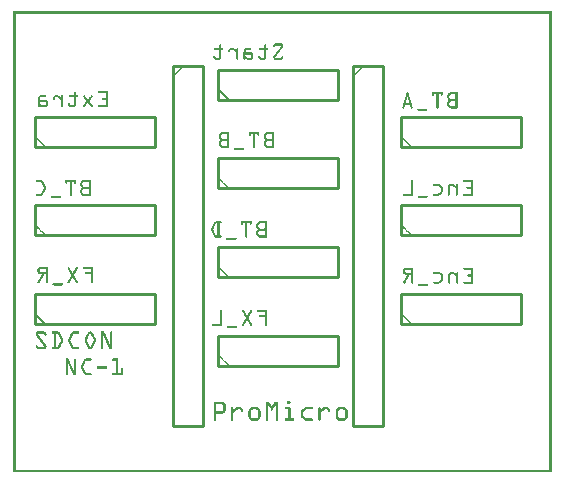
<source format=gto>
G04 MADE WITH FRITZING*
G04 WWW.FRITZING.ORG*
G04 DOUBLE SIDED*
G04 HOLES PLATED*
G04 CONTOUR ON CENTER OF CONTOUR VECTOR*
%ASAXBY*%
%FSLAX23Y23*%
%MOIN*%
%OFA0B0*%
%SFA1.0B1.0*%
%ADD10C,0.010000*%
%ADD11C,0.005000*%
%ADD12R,0.001000X0.001000*%
%LNSILK1*%
G90*
G70*
G54D10*
X1130Y1354D02*
X1130Y154D01*
D02*
X1130Y154D02*
X1230Y154D01*
D02*
X1230Y154D02*
X1230Y1354D01*
D02*
X1230Y1354D02*
X1130Y1354D01*
D02*
X530Y1354D02*
X530Y154D01*
D02*
X530Y154D02*
X630Y154D01*
D02*
X630Y154D02*
X630Y1354D01*
D02*
X630Y1354D02*
X530Y1354D01*
D02*
X682Y357D02*
X1082Y357D01*
D02*
X1082Y357D02*
X1082Y457D01*
D02*
X1082Y457D02*
X682Y457D01*
D02*
X682Y457D02*
X682Y357D01*
D02*
X71Y1086D02*
X471Y1086D01*
D02*
X471Y1086D02*
X471Y1186D01*
D02*
X471Y1186D02*
X71Y1186D01*
D02*
X71Y1186D02*
X71Y1086D01*
D02*
X1292Y1086D02*
X1692Y1086D01*
D02*
X1692Y1086D02*
X1692Y1186D01*
D02*
X1692Y1186D02*
X1292Y1186D01*
D02*
X1292Y1186D02*
X1292Y1086D01*
D02*
X682Y948D02*
X1082Y948D01*
D02*
X1082Y948D02*
X1082Y1048D01*
D02*
X1082Y1048D02*
X682Y1048D01*
D02*
X682Y1048D02*
X682Y948D01*
D02*
X682Y653D02*
X1082Y653D01*
D02*
X1082Y653D02*
X1082Y753D01*
D02*
X1082Y753D02*
X682Y753D01*
D02*
X682Y753D02*
X682Y653D01*
D02*
X71Y495D02*
X471Y495D01*
D02*
X471Y495D02*
X471Y595D01*
D02*
X471Y595D02*
X71Y595D01*
D02*
X71Y595D02*
X71Y495D01*
G54D11*
D02*
X106Y495D02*
X71Y530D01*
G54D10*
D02*
X1292Y495D02*
X1692Y495D01*
D02*
X1692Y495D02*
X1692Y595D01*
D02*
X1692Y595D02*
X1292Y595D01*
D02*
X1292Y595D02*
X1292Y495D01*
D02*
X71Y791D02*
X471Y791D01*
D02*
X471Y791D02*
X471Y891D01*
D02*
X471Y891D02*
X71Y891D01*
D02*
X71Y891D02*
X71Y791D01*
D02*
X1292Y791D02*
X1692Y791D01*
D02*
X1692Y791D02*
X1692Y891D01*
D02*
X1692Y891D02*
X1292Y891D01*
D02*
X1292Y891D02*
X1292Y791D01*
D02*
X682Y1243D02*
X1082Y1243D01*
D02*
X1082Y1243D02*
X1082Y1343D01*
D02*
X1082Y1343D02*
X682Y1343D01*
D02*
X682Y1343D02*
X682Y1243D01*
G54D11*
D02*
X717Y1243D02*
X682Y1278D01*
G54D12*
X0Y1537D02*
X1793Y1537D01*
X0Y1536D02*
X1793Y1536D01*
X0Y1535D02*
X1793Y1535D01*
X0Y1534D02*
X1793Y1534D01*
X0Y1533D02*
X1793Y1533D01*
X0Y1532D02*
X1793Y1532D01*
X0Y1531D02*
X1793Y1531D01*
X0Y1530D02*
X1793Y1530D01*
X0Y1529D02*
X7Y1529D01*
X1786Y1529D02*
X1793Y1529D01*
X0Y1528D02*
X7Y1528D01*
X1786Y1528D02*
X1793Y1528D01*
X0Y1527D02*
X7Y1527D01*
X1786Y1527D02*
X1793Y1527D01*
X0Y1526D02*
X7Y1526D01*
X1786Y1526D02*
X1793Y1526D01*
X0Y1525D02*
X7Y1525D01*
X1786Y1525D02*
X1793Y1525D01*
X0Y1524D02*
X7Y1524D01*
X1786Y1524D02*
X1793Y1524D01*
X0Y1523D02*
X7Y1523D01*
X1786Y1523D02*
X1793Y1523D01*
X0Y1522D02*
X7Y1522D01*
X1786Y1522D02*
X1793Y1522D01*
X0Y1521D02*
X7Y1521D01*
X1786Y1521D02*
X1793Y1521D01*
X0Y1520D02*
X7Y1520D01*
X1786Y1520D02*
X1793Y1520D01*
X0Y1519D02*
X7Y1519D01*
X1786Y1519D02*
X1793Y1519D01*
X0Y1518D02*
X7Y1518D01*
X1786Y1518D02*
X1793Y1518D01*
X0Y1517D02*
X7Y1517D01*
X1786Y1517D02*
X1793Y1517D01*
X0Y1516D02*
X7Y1516D01*
X1786Y1516D02*
X1793Y1516D01*
X0Y1515D02*
X7Y1515D01*
X1786Y1515D02*
X1793Y1515D01*
X0Y1514D02*
X7Y1514D01*
X1786Y1514D02*
X1793Y1514D01*
X0Y1513D02*
X7Y1513D01*
X1786Y1513D02*
X1793Y1513D01*
X0Y1512D02*
X7Y1512D01*
X1786Y1512D02*
X1793Y1512D01*
X0Y1511D02*
X7Y1511D01*
X1786Y1511D02*
X1793Y1511D01*
X0Y1510D02*
X7Y1510D01*
X1786Y1510D02*
X1793Y1510D01*
X0Y1509D02*
X7Y1509D01*
X1786Y1509D02*
X1793Y1509D01*
X0Y1508D02*
X7Y1508D01*
X1786Y1508D02*
X1793Y1508D01*
X0Y1507D02*
X7Y1507D01*
X1786Y1507D02*
X1793Y1507D01*
X0Y1506D02*
X7Y1506D01*
X1786Y1506D02*
X1793Y1506D01*
X0Y1505D02*
X7Y1505D01*
X1786Y1505D02*
X1793Y1505D01*
X0Y1504D02*
X7Y1504D01*
X1786Y1504D02*
X1793Y1504D01*
X0Y1503D02*
X7Y1503D01*
X1786Y1503D02*
X1793Y1503D01*
X0Y1502D02*
X7Y1502D01*
X1786Y1502D02*
X1793Y1502D01*
X0Y1501D02*
X7Y1501D01*
X1786Y1501D02*
X1793Y1501D01*
X0Y1500D02*
X7Y1500D01*
X1786Y1500D02*
X1793Y1500D01*
X0Y1499D02*
X7Y1499D01*
X1786Y1499D02*
X1793Y1499D01*
X0Y1498D02*
X7Y1498D01*
X1786Y1498D02*
X1793Y1498D01*
X0Y1497D02*
X7Y1497D01*
X1786Y1497D02*
X1793Y1497D01*
X0Y1496D02*
X7Y1496D01*
X1786Y1496D02*
X1793Y1496D01*
X0Y1495D02*
X7Y1495D01*
X1786Y1495D02*
X1793Y1495D01*
X0Y1494D02*
X7Y1494D01*
X1786Y1494D02*
X1793Y1494D01*
X0Y1493D02*
X7Y1493D01*
X1786Y1493D02*
X1793Y1493D01*
X0Y1492D02*
X7Y1492D01*
X1786Y1492D02*
X1793Y1492D01*
X0Y1491D02*
X7Y1491D01*
X1786Y1491D02*
X1793Y1491D01*
X0Y1490D02*
X7Y1490D01*
X1786Y1490D02*
X1793Y1490D01*
X0Y1489D02*
X7Y1489D01*
X1786Y1489D02*
X1793Y1489D01*
X0Y1488D02*
X7Y1488D01*
X1786Y1488D02*
X1793Y1488D01*
X0Y1487D02*
X7Y1487D01*
X1786Y1487D02*
X1793Y1487D01*
X0Y1486D02*
X7Y1486D01*
X1786Y1486D02*
X1793Y1486D01*
X0Y1485D02*
X7Y1485D01*
X1786Y1485D02*
X1793Y1485D01*
X0Y1484D02*
X7Y1484D01*
X1786Y1484D02*
X1793Y1484D01*
X0Y1483D02*
X7Y1483D01*
X1786Y1483D02*
X1793Y1483D01*
X0Y1482D02*
X7Y1482D01*
X1786Y1482D02*
X1793Y1482D01*
X0Y1481D02*
X7Y1481D01*
X1786Y1481D02*
X1793Y1481D01*
X0Y1480D02*
X7Y1480D01*
X1786Y1480D02*
X1793Y1480D01*
X0Y1479D02*
X7Y1479D01*
X1786Y1479D02*
X1793Y1479D01*
X0Y1478D02*
X7Y1478D01*
X1786Y1478D02*
X1793Y1478D01*
X0Y1477D02*
X7Y1477D01*
X1786Y1477D02*
X1793Y1477D01*
X0Y1476D02*
X7Y1476D01*
X1786Y1476D02*
X1793Y1476D01*
X0Y1475D02*
X7Y1475D01*
X1786Y1475D02*
X1793Y1475D01*
X0Y1474D02*
X7Y1474D01*
X1786Y1474D02*
X1793Y1474D01*
X0Y1473D02*
X7Y1473D01*
X1786Y1473D02*
X1793Y1473D01*
X0Y1472D02*
X7Y1472D01*
X1786Y1472D02*
X1793Y1472D01*
X0Y1471D02*
X7Y1471D01*
X1786Y1471D02*
X1793Y1471D01*
X0Y1470D02*
X7Y1470D01*
X1786Y1470D02*
X1793Y1470D01*
X0Y1469D02*
X7Y1469D01*
X1786Y1469D02*
X1793Y1469D01*
X0Y1468D02*
X7Y1468D01*
X1786Y1468D02*
X1793Y1468D01*
X0Y1467D02*
X7Y1467D01*
X1786Y1467D02*
X1793Y1467D01*
X0Y1466D02*
X7Y1466D01*
X1786Y1466D02*
X1793Y1466D01*
X0Y1465D02*
X7Y1465D01*
X1786Y1465D02*
X1793Y1465D01*
X0Y1464D02*
X7Y1464D01*
X1786Y1464D02*
X1793Y1464D01*
X0Y1463D02*
X7Y1463D01*
X1786Y1463D02*
X1793Y1463D01*
X0Y1462D02*
X7Y1462D01*
X1786Y1462D02*
X1793Y1462D01*
X0Y1461D02*
X7Y1461D01*
X1786Y1461D02*
X1793Y1461D01*
X0Y1460D02*
X7Y1460D01*
X1786Y1460D02*
X1793Y1460D01*
X0Y1459D02*
X7Y1459D01*
X1786Y1459D02*
X1793Y1459D01*
X0Y1458D02*
X7Y1458D01*
X1786Y1458D02*
X1793Y1458D01*
X0Y1457D02*
X7Y1457D01*
X1786Y1457D02*
X1793Y1457D01*
X0Y1456D02*
X7Y1456D01*
X1786Y1456D02*
X1793Y1456D01*
X0Y1455D02*
X7Y1455D01*
X1786Y1455D02*
X1793Y1455D01*
X0Y1454D02*
X7Y1454D01*
X1786Y1454D02*
X1793Y1454D01*
X0Y1453D02*
X7Y1453D01*
X1786Y1453D02*
X1793Y1453D01*
X0Y1452D02*
X7Y1452D01*
X1786Y1452D02*
X1793Y1452D01*
X0Y1451D02*
X7Y1451D01*
X1786Y1451D02*
X1793Y1451D01*
X0Y1450D02*
X7Y1450D01*
X1786Y1450D02*
X1793Y1450D01*
X0Y1449D02*
X7Y1449D01*
X1786Y1449D02*
X1793Y1449D01*
X0Y1448D02*
X7Y1448D01*
X1786Y1448D02*
X1793Y1448D01*
X0Y1447D02*
X7Y1447D01*
X1786Y1447D02*
X1793Y1447D01*
X0Y1446D02*
X7Y1446D01*
X1786Y1446D02*
X1793Y1446D01*
X0Y1445D02*
X7Y1445D01*
X1786Y1445D02*
X1793Y1445D01*
X0Y1444D02*
X7Y1444D01*
X1786Y1444D02*
X1793Y1444D01*
X0Y1443D02*
X7Y1443D01*
X1786Y1443D02*
X1793Y1443D01*
X0Y1442D02*
X7Y1442D01*
X1786Y1442D02*
X1793Y1442D01*
X0Y1441D02*
X7Y1441D01*
X1786Y1441D02*
X1793Y1441D01*
X0Y1440D02*
X7Y1440D01*
X1786Y1440D02*
X1793Y1440D01*
X0Y1439D02*
X7Y1439D01*
X1786Y1439D02*
X1793Y1439D01*
X0Y1438D02*
X7Y1438D01*
X1786Y1438D02*
X1793Y1438D01*
X0Y1437D02*
X7Y1437D01*
X1786Y1437D02*
X1793Y1437D01*
X0Y1436D02*
X7Y1436D01*
X1786Y1436D02*
X1793Y1436D01*
X0Y1435D02*
X7Y1435D01*
X1786Y1435D02*
X1793Y1435D01*
X0Y1434D02*
X7Y1434D01*
X1786Y1434D02*
X1793Y1434D01*
X0Y1433D02*
X7Y1433D01*
X1786Y1433D02*
X1793Y1433D01*
X0Y1432D02*
X7Y1432D01*
X1786Y1432D02*
X1793Y1432D01*
X0Y1431D02*
X7Y1431D01*
X1786Y1431D02*
X1793Y1431D01*
X0Y1430D02*
X7Y1430D01*
X873Y1430D02*
X894Y1430D01*
X1786Y1430D02*
X1793Y1430D01*
X0Y1429D02*
X7Y1429D01*
X870Y1429D02*
X896Y1429D01*
X1786Y1429D02*
X1793Y1429D01*
X0Y1428D02*
X7Y1428D01*
X869Y1428D02*
X897Y1428D01*
X1786Y1428D02*
X1793Y1428D01*
X0Y1427D02*
X7Y1427D01*
X688Y1427D02*
X691Y1427D01*
X838Y1427D02*
X841Y1427D01*
X868Y1427D02*
X898Y1427D01*
X1786Y1427D02*
X1793Y1427D01*
X0Y1426D02*
X7Y1426D01*
X687Y1426D02*
X692Y1426D01*
X837Y1426D02*
X842Y1426D01*
X867Y1426D02*
X898Y1426D01*
X1786Y1426D02*
X1793Y1426D01*
X0Y1425D02*
X7Y1425D01*
X687Y1425D02*
X692Y1425D01*
X837Y1425D02*
X842Y1425D01*
X867Y1425D02*
X899Y1425D01*
X1786Y1425D02*
X1793Y1425D01*
X0Y1424D02*
X7Y1424D01*
X686Y1424D02*
X692Y1424D01*
X836Y1424D02*
X842Y1424D01*
X866Y1424D02*
X899Y1424D01*
X1786Y1424D02*
X1793Y1424D01*
X0Y1423D02*
X7Y1423D01*
X686Y1423D02*
X692Y1423D01*
X836Y1423D02*
X842Y1423D01*
X866Y1423D02*
X873Y1423D01*
X893Y1423D02*
X899Y1423D01*
X1786Y1423D02*
X1793Y1423D01*
X0Y1422D02*
X7Y1422D01*
X686Y1422D02*
X692Y1422D01*
X836Y1422D02*
X842Y1422D01*
X866Y1422D02*
X872Y1422D01*
X893Y1422D02*
X899Y1422D01*
X1786Y1422D02*
X1793Y1422D01*
X0Y1421D02*
X7Y1421D01*
X686Y1421D02*
X692Y1421D01*
X836Y1421D02*
X842Y1421D01*
X866Y1421D02*
X872Y1421D01*
X892Y1421D02*
X899Y1421D01*
X1786Y1421D02*
X1793Y1421D01*
X0Y1420D02*
X7Y1420D01*
X686Y1420D02*
X692Y1420D01*
X836Y1420D02*
X842Y1420D01*
X866Y1420D02*
X872Y1420D01*
X892Y1420D02*
X899Y1420D01*
X1786Y1420D02*
X1793Y1420D01*
X0Y1419D02*
X7Y1419D01*
X686Y1419D02*
X692Y1419D01*
X836Y1419D02*
X842Y1419D01*
X866Y1419D02*
X871Y1419D01*
X891Y1419D02*
X898Y1419D01*
X1786Y1419D02*
X1793Y1419D01*
X0Y1418D02*
X7Y1418D01*
X686Y1418D02*
X692Y1418D01*
X836Y1418D02*
X842Y1418D01*
X868Y1418D02*
X870Y1418D01*
X890Y1418D02*
X898Y1418D01*
X1786Y1418D02*
X1793Y1418D01*
X0Y1417D02*
X7Y1417D01*
X686Y1417D02*
X692Y1417D01*
X836Y1417D02*
X842Y1417D01*
X889Y1417D02*
X897Y1417D01*
X1786Y1417D02*
X1793Y1417D01*
X0Y1416D02*
X7Y1416D01*
X686Y1416D02*
X693Y1416D01*
X836Y1416D02*
X843Y1416D01*
X888Y1416D02*
X896Y1416D01*
X1786Y1416D02*
X1793Y1416D01*
X0Y1415D02*
X7Y1415D01*
X671Y1415D02*
X698Y1415D01*
X723Y1415D02*
X734Y1415D01*
X745Y1415D02*
X748Y1415D01*
X773Y1415D02*
X791Y1415D01*
X821Y1415D02*
X848Y1415D01*
X888Y1415D02*
X896Y1415D01*
X1786Y1415D02*
X1793Y1415D01*
X0Y1414D02*
X7Y1414D01*
X670Y1414D02*
X699Y1414D01*
X721Y1414D02*
X735Y1414D01*
X744Y1414D02*
X749Y1414D01*
X771Y1414D02*
X792Y1414D01*
X820Y1414D02*
X849Y1414D01*
X887Y1414D02*
X895Y1414D01*
X1786Y1414D02*
X1793Y1414D01*
X0Y1413D02*
X7Y1413D01*
X669Y1413D02*
X699Y1413D01*
X719Y1413D02*
X737Y1413D01*
X743Y1413D02*
X749Y1413D01*
X770Y1413D02*
X792Y1413D01*
X819Y1413D02*
X849Y1413D01*
X886Y1413D02*
X894Y1413D01*
X1786Y1413D02*
X1793Y1413D01*
X0Y1412D02*
X7Y1412D01*
X669Y1412D02*
X699Y1412D01*
X718Y1412D02*
X738Y1412D01*
X743Y1412D02*
X749Y1412D01*
X769Y1412D02*
X792Y1412D01*
X819Y1412D02*
X849Y1412D01*
X885Y1412D02*
X893Y1412D01*
X1786Y1412D02*
X1793Y1412D01*
X0Y1411D02*
X7Y1411D01*
X670Y1411D02*
X699Y1411D01*
X718Y1411D02*
X739Y1411D01*
X743Y1411D02*
X749Y1411D01*
X768Y1411D02*
X792Y1411D01*
X819Y1411D02*
X849Y1411D01*
X885Y1411D02*
X893Y1411D01*
X1786Y1411D02*
X1793Y1411D01*
X0Y1410D02*
X7Y1410D01*
X670Y1410D02*
X699Y1410D01*
X717Y1410D02*
X740Y1410D01*
X743Y1410D02*
X749Y1410D01*
X768Y1410D02*
X792Y1410D01*
X820Y1410D02*
X848Y1410D01*
X884Y1410D02*
X892Y1410D01*
X1786Y1410D02*
X1793Y1410D01*
X0Y1409D02*
X7Y1409D01*
X671Y1409D02*
X697Y1409D01*
X716Y1409D02*
X741Y1409D01*
X743Y1409D02*
X749Y1409D01*
X767Y1409D02*
X790Y1409D01*
X821Y1409D02*
X847Y1409D01*
X883Y1409D02*
X891Y1409D01*
X1786Y1409D02*
X1793Y1409D01*
X0Y1408D02*
X7Y1408D01*
X686Y1408D02*
X692Y1408D01*
X716Y1408D02*
X723Y1408D01*
X733Y1408D02*
X749Y1408D01*
X767Y1408D02*
X774Y1408D01*
X836Y1408D02*
X842Y1408D01*
X882Y1408D02*
X890Y1408D01*
X1786Y1408D02*
X1793Y1408D01*
X0Y1407D02*
X7Y1407D01*
X686Y1407D02*
X692Y1407D01*
X716Y1407D02*
X722Y1407D01*
X734Y1407D02*
X749Y1407D01*
X767Y1407D02*
X773Y1407D01*
X836Y1407D02*
X842Y1407D01*
X881Y1407D02*
X889Y1407D01*
X1786Y1407D02*
X1793Y1407D01*
X0Y1406D02*
X7Y1406D01*
X686Y1406D02*
X692Y1406D01*
X716Y1406D02*
X722Y1406D01*
X735Y1406D02*
X749Y1406D01*
X767Y1406D02*
X773Y1406D01*
X836Y1406D02*
X842Y1406D01*
X881Y1406D02*
X889Y1406D01*
X1786Y1406D02*
X1793Y1406D01*
X0Y1405D02*
X7Y1405D01*
X686Y1405D02*
X692Y1405D01*
X716Y1405D02*
X722Y1405D01*
X736Y1405D02*
X749Y1405D01*
X767Y1405D02*
X773Y1405D01*
X836Y1405D02*
X842Y1405D01*
X880Y1405D02*
X888Y1405D01*
X1786Y1405D02*
X1793Y1405D01*
X0Y1404D02*
X7Y1404D01*
X686Y1404D02*
X692Y1404D01*
X716Y1404D02*
X722Y1404D01*
X737Y1404D02*
X749Y1404D01*
X767Y1404D02*
X773Y1404D01*
X836Y1404D02*
X842Y1404D01*
X879Y1404D02*
X887Y1404D01*
X1786Y1404D02*
X1793Y1404D01*
X0Y1403D02*
X7Y1403D01*
X686Y1403D02*
X692Y1403D01*
X716Y1403D02*
X722Y1403D01*
X738Y1403D02*
X749Y1403D01*
X767Y1403D02*
X773Y1403D01*
X836Y1403D02*
X842Y1403D01*
X878Y1403D02*
X886Y1403D01*
X1786Y1403D02*
X1793Y1403D01*
X0Y1402D02*
X7Y1402D01*
X686Y1402D02*
X692Y1402D01*
X716Y1402D02*
X721Y1402D01*
X740Y1402D02*
X749Y1402D01*
X766Y1402D02*
X773Y1402D01*
X836Y1402D02*
X842Y1402D01*
X878Y1402D02*
X886Y1402D01*
X1786Y1402D02*
X1793Y1402D01*
X0Y1401D02*
X7Y1401D01*
X686Y1401D02*
X692Y1401D01*
X717Y1401D02*
X721Y1401D01*
X741Y1401D02*
X749Y1401D01*
X766Y1401D02*
X773Y1401D01*
X836Y1401D02*
X842Y1401D01*
X877Y1401D02*
X885Y1401D01*
X1786Y1401D02*
X1793Y1401D01*
X0Y1400D02*
X7Y1400D01*
X686Y1400D02*
X692Y1400D01*
X718Y1400D02*
X719Y1400D01*
X742Y1400D02*
X749Y1400D01*
X766Y1400D02*
X793Y1400D01*
X836Y1400D02*
X842Y1400D01*
X876Y1400D02*
X884Y1400D01*
X1786Y1400D02*
X1793Y1400D01*
X0Y1399D02*
X7Y1399D01*
X686Y1399D02*
X692Y1399D01*
X743Y1399D02*
X749Y1399D01*
X766Y1399D02*
X795Y1399D01*
X836Y1399D02*
X842Y1399D01*
X875Y1399D02*
X883Y1399D01*
X1786Y1399D02*
X1793Y1399D01*
X0Y1398D02*
X7Y1398D01*
X686Y1398D02*
X692Y1398D01*
X743Y1398D02*
X749Y1398D01*
X766Y1398D02*
X796Y1398D01*
X836Y1398D02*
X842Y1398D01*
X874Y1398D02*
X882Y1398D01*
X1786Y1398D02*
X1793Y1398D01*
X0Y1397D02*
X7Y1397D01*
X686Y1397D02*
X692Y1397D01*
X743Y1397D02*
X749Y1397D01*
X766Y1397D02*
X797Y1397D01*
X836Y1397D02*
X842Y1397D01*
X874Y1397D02*
X882Y1397D01*
X1786Y1397D02*
X1793Y1397D01*
X0Y1396D02*
X7Y1396D01*
X686Y1396D02*
X692Y1396D01*
X743Y1396D02*
X749Y1396D01*
X766Y1396D02*
X798Y1396D01*
X836Y1396D02*
X842Y1396D01*
X873Y1396D02*
X881Y1396D01*
X1786Y1396D02*
X1793Y1396D01*
X0Y1395D02*
X7Y1395D01*
X686Y1395D02*
X692Y1395D01*
X743Y1395D02*
X749Y1395D01*
X766Y1395D02*
X798Y1395D01*
X836Y1395D02*
X842Y1395D01*
X872Y1395D02*
X880Y1395D01*
X1786Y1395D02*
X1793Y1395D01*
X0Y1394D02*
X7Y1394D01*
X686Y1394D02*
X692Y1394D01*
X743Y1394D02*
X749Y1394D01*
X766Y1394D02*
X799Y1394D01*
X836Y1394D02*
X842Y1394D01*
X871Y1394D02*
X879Y1394D01*
X1786Y1394D02*
X1793Y1394D01*
X0Y1393D02*
X7Y1393D01*
X686Y1393D02*
X692Y1393D01*
X743Y1393D02*
X749Y1393D01*
X766Y1393D02*
X773Y1393D01*
X792Y1393D02*
X799Y1393D01*
X836Y1393D02*
X842Y1393D01*
X871Y1393D02*
X879Y1393D01*
X1786Y1393D02*
X1793Y1393D01*
X0Y1392D02*
X7Y1392D01*
X686Y1392D02*
X692Y1392D01*
X743Y1392D02*
X749Y1392D01*
X766Y1392D02*
X773Y1392D01*
X793Y1392D02*
X799Y1392D01*
X836Y1392D02*
X842Y1392D01*
X870Y1392D02*
X878Y1392D01*
X1786Y1392D02*
X1793Y1392D01*
X0Y1391D02*
X7Y1391D01*
X686Y1391D02*
X692Y1391D01*
X743Y1391D02*
X749Y1391D01*
X766Y1391D02*
X772Y1391D01*
X793Y1391D02*
X799Y1391D01*
X836Y1391D02*
X842Y1391D01*
X869Y1391D02*
X877Y1391D01*
X1786Y1391D02*
X1793Y1391D01*
X0Y1390D02*
X7Y1390D01*
X686Y1390D02*
X692Y1390D01*
X743Y1390D02*
X749Y1390D01*
X766Y1390D02*
X772Y1390D01*
X793Y1390D02*
X799Y1390D01*
X836Y1390D02*
X842Y1390D01*
X868Y1390D02*
X876Y1390D01*
X1786Y1390D02*
X1793Y1390D01*
X0Y1389D02*
X7Y1389D01*
X668Y1389D02*
X669Y1389D01*
X686Y1389D02*
X692Y1389D01*
X743Y1389D02*
X749Y1389D01*
X766Y1389D02*
X772Y1389D01*
X793Y1389D02*
X799Y1389D01*
X818Y1389D02*
X819Y1389D01*
X836Y1389D02*
X842Y1389D01*
X867Y1389D02*
X875Y1389D01*
X896Y1389D02*
X897Y1389D01*
X1786Y1389D02*
X1793Y1389D01*
X0Y1388D02*
X7Y1388D01*
X667Y1388D02*
X671Y1388D01*
X686Y1388D02*
X692Y1388D01*
X743Y1388D02*
X749Y1388D01*
X766Y1388D02*
X772Y1388D01*
X793Y1388D02*
X799Y1388D01*
X817Y1388D02*
X821Y1388D01*
X836Y1388D02*
X842Y1388D01*
X867Y1388D02*
X875Y1388D01*
X894Y1388D02*
X898Y1388D01*
X1786Y1388D02*
X1793Y1388D01*
X0Y1387D02*
X7Y1387D01*
X666Y1387D02*
X671Y1387D01*
X686Y1387D02*
X692Y1387D01*
X743Y1387D02*
X749Y1387D01*
X766Y1387D02*
X773Y1387D01*
X793Y1387D02*
X799Y1387D01*
X816Y1387D02*
X821Y1387D01*
X836Y1387D02*
X842Y1387D01*
X866Y1387D02*
X874Y1387D01*
X894Y1387D02*
X899Y1387D01*
X1786Y1387D02*
X1793Y1387D01*
X0Y1386D02*
X7Y1386D01*
X666Y1386D02*
X672Y1386D01*
X686Y1386D02*
X692Y1386D01*
X743Y1386D02*
X749Y1386D01*
X766Y1386D02*
X775Y1386D01*
X793Y1386D02*
X799Y1386D01*
X816Y1386D02*
X822Y1386D01*
X836Y1386D02*
X842Y1386D01*
X866Y1386D02*
X873Y1386D01*
X893Y1386D02*
X899Y1386D01*
X1786Y1386D02*
X1793Y1386D01*
X0Y1385D02*
X7Y1385D01*
X666Y1385D02*
X672Y1385D01*
X686Y1385D02*
X692Y1385D01*
X743Y1385D02*
X749Y1385D01*
X766Y1385D02*
X777Y1385D01*
X793Y1385D02*
X799Y1385D01*
X816Y1385D02*
X822Y1385D01*
X836Y1385D02*
X842Y1385D01*
X866Y1385D02*
X872Y1385D01*
X893Y1385D02*
X899Y1385D01*
X1786Y1385D02*
X1793Y1385D01*
X0Y1384D02*
X7Y1384D01*
X666Y1384D02*
X673Y1384D01*
X685Y1384D02*
X692Y1384D01*
X743Y1384D02*
X749Y1384D01*
X766Y1384D02*
X778Y1384D01*
X792Y1384D02*
X799Y1384D01*
X816Y1384D02*
X823Y1384D01*
X835Y1384D02*
X842Y1384D01*
X866Y1384D02*
X872Y1384D01*
X893Y1384D02*
X899Y1384D01*
X1786Y1384D02*
X1793Y1384D01*
X0Y1383D02*
X7Y1383D01*
X666Y1383D02*
X692Y1383D01*
X743Y1383D02*
X749Y1383D01*
X766Y1383D02*
X799Y1383D01*
X816Y1383D02*
X842Y1383D01*
X866Y1383D02*
X899Y1383D01*
X1786Y1383D02*
X1793Y1383D01*
X0Y1382D02*
X7Y1382D01*
X667Y1382D02*
X691Y1382D01*
X743Y1382D02*
X749Y1382D01*
X766Y1382D02*
X798Y1382D01*
X817Y1382D02*
X841Y1382D01*
X866Y1382D02*
X899Y1382D01*
X1786Y1382D02*
X1793Y1382D01*
X0Y1381D02*
X7Y1381D01*
X668Y1381D02*
X691Y1381D01*
X743Y1381D02*
X749Y1381D01*
X766Y1381D02*
X798Y1381D01*
X817Y1381D02*
X841Y1381D01*
X866Y1381D02*
X898Y1381D01*
X1786Y1381D02*
X1793Y1381D01*
X0Y1380D02*
X7Y1380D01*
X668Y1380D02*
X690Y1380D01*
X743Y1380D02*
X749Y1380D01*
X766Y1380D02*
X797Y1380D01*
X818Y1380D02*
X840Y1380D01*
X867Y1380D02*
X897Y1380D01*
X1786Y1380D02*
X1793Y1380D01*
X0Y1379D02*
X7Y1379D01*
X669Y1379D02*
X689Y1379D01*
X743Y1379D02*
X749Y1379D01*
X766Y1379D02*
X772Y1379D01*
X774Y1379D02*
X796Y1379D01*
X819Y1379D02*
X839Y1379D01*
X868Y1379D02*
X896Y1379D01*
X1786Y1379D02*
X1793Y1379D01*
X0Y1378D02*
X7Y1378D01*
X671Y1378D02*
X688Y1378D01*
X744Y1378D02*
X749Y1378D01*
X766Y1378D02*
X771Y1378D01*
X776Y1378D02*
X795Y1378D01*
X820Y1378D02*
X838Y1378D01*
X869Y1378D02*
X895Y1378D01*
X1786Y1378D02*
X1793Y1378D01*
X0Y1377D02*
X7Y1377D01*
X672Y1377D02*
X686Y1377D01*
X745Y1377D02*
X748Y1377D01*
X767Y1377D02*
X770Y1377D01*
X777Y1377D02*
X793Y1377D01*
X822Y1377D02*
X836Y1377D01*
X870Y1377D02*
X894Y1377D01*
X1786Y1377D02*
X1793Y1377D01*
X0Y1376D02*
X7Y1376D01*
X1786Y1376D02*
X1793Y1376D01*
X0Y1375D02*
X7Y1375D01*
X1786Y1375D02*
X1793Y1375D01*
X0Y1374D02*
X7Y1374D01*
X1786Y1374D02*
X1793Y1374D01*
X0Y1373D02*
X7Y1373D01*
X1786Y1373D02*
X1793Y1373D01*
X0Y1372D02*
X7Y1372D01*
X1786Y1372D02*
X1793Y1372D01*
X0Y1371D02*
X7Y1371D01*
X1786Y1371D02*
X1793Y1371D01*
X0Y1370D02*
X7Y1370D01*
X1786Y1370D02*
X1793Y1370D01*
X0Y1369D02*
X7Y1369D01*
X1786Y1369D02*
X1793Y1369D01*
X0Y1368D02*
X7Y1368D01*
X1786Y1368D02*
X1793Y1368D01*
X0Y1367D02*
X7Y1367D01*
X1786Y1367D02*
X1793Y1367D01*
X0Y1366D02*
X7Y1366D01*
X1786Y1366D02*
X1793Y1366D01*
X0Y1365D02*
X7Y1365D01*
X1786Y1365D02*
X1793Y1365D01*
X0Y1364D02*
X7Y1364D01*
X1786Y1364D02*
X1793Y1364D01*
X0Y1363D02*
X7Y1363D01*
X1786Y1363D02*
X1793Y1363D01*
X0Y1362D02*
X7Y1362D01*
X1786Y1362D02*
X1793Y1362D01*
X0Y1361D02*
X7Y1361D01*
X1786Y1361D02*
X1793Y1361D01*
X0Y1360D02*
X7Y1360D01*
X1786Y1360D02*
X1793Y1360D01*
X0Y1359D02*
X7Y1359D01*
X1786Y1359D02*
X1793Y1359D01*
X0Y1358D02*
X7Y1358D01*
X1786Y1358D02*
X1793Y1358D01*
X0Y1357D02*
X7Y1357D01*
X1786Y1357D02*
X1793Y1357D01*
X0Y1356D02*
X7Y1356D01*
X1786Y1356D02*
X1793Y1356D01*
X0Y1355D02*
X7Y1355D01*
X563Y1355D02*
X563Y1355D01*
X1163Y1355D02*
X1163Y1355D01*
X1786Y1355D02*
X1793Y1355D01*
X0Y1354D02*
X7Y1354D01*
X562Y1354D02*
X564Y1354D01*
X1162Y1354D02*
X1164Y1354D01*
X1786Y1354D02*
X1793Y1354D01*
X0Y1353D02*
X7Y1353D01*
X561Y1353D02*
X565Y1353D01*
X1161Y1353D02*
X1165Y1353D01*
X1786Y1353D02*
X1793Y1353D01*
X0Y1352D02*
X7Y1352D01*
X560Y1352D02*
X566Y1352D01*
X1160Y1352D02*
X1166Y1352D01*
X1786Y1352D02*
X1793Y1352D01*
X0Y1351D02*
X7Y1351D01*
X559Y1351D02*
X565Y1351D01*
X1159Y1351D02*
X1165Y1351D01*
X1786Y1351D02*
X1793Y1351D01*
X0Y1350D02*
X7Y1350D01*
X558Y1350D02*
X564Y1350D01*
X1158Y1350D02*
X1164Y1350D01*
X1786Y1350D02*
X1793Y1350D01*
X0Y1349D02*
X7Y1349D01*
X557Y1349D02*
X563Y1349D01*
X1157Y1349D02*
X1163Y1349D01*
X1786Y1349D02*
X1793Y1349D01*
X0Y1348D02*
X7Y1348D01*
X556Y1348D02*
X562Y1348D01*
X1156Y1348D02*
X1162Y1348D01*
X1786Y1348D02*
X1793Y1348D01*
X0Y1347D02*
X7Y1347D01*
X555Y1347D02*
X561Y1347D01*
X1155Y1347D02*
X1161Y1347D01*
X1786Y1347D02*
X1793Y1347D01*
X0Y1346D02*
X7Y1346D01*
X554Y1346D02*
X560Y1346D01*
X1154Y1346D02*
X1160Y1346D01*
X1786Y1346D02*
X1793Y1346D01*
X0Y1345D02*
X7Y1345D01*
X553Y1345D02*
X559Y1345D01*
X1153Y1345D02*
X1159Y1345D01*
X1786Y1345D02*
X1793Y1345D01*
X0Y1344D02*
X7Y1344D01*
X552Y1344D02*
X558Y1344D01*
X1152Y1344D02*
X1158Y1344D01*
X1786Y1344D02*
X1793Y1344D01*
X0Y1343D02*
X7Y1343D01*
X551Y1343D02*
X557Y1343D01*
X1151Y1343D02*
X1157Y1343D01*
X1786Y1343D02*
X1793Y1343D01*
X0Y1342D02*
X7Y1342D01*
X550Y1342D02*
X556Y1342D01*
X1150Y1342D02*
X1156Y1342D01*
X1786Y1342D02*
X1793Y1342D01*
X0Y1341D02*
X7Y1341D01*
X549Y1341D02*
X555Y1341D01*
X1149Y1341D02*
X1155Y1341D01*
X1786Y1341D02*
X1793Y1341D01*
X0Y1340D02*
X7Y1340D01*
X548Y1340D02*
X554Y1340D01*
X1148Y1340D02*
X1154Y1340D01*
X1786Y1340D02*
X1793Y1340D01*
X0Y1339D02*
X7Y1339D01*
X547Y1339D02*
X553Y1339D01*
X1147Y1339D02*
X1153Y1339D01*
X1786Y1339D02*
X1793Y1339D01*
X0Y1338D02*
X7Y1338D01*
X546Y1338D02*
X552Y1338D01*
X1146Y1338D02*
X1152Y1338D01*
X1786Y1338D02*
X1793Y1338D01*
X0Y1337D02*
X7Y1337D01*
X545Y1337D02*
X550Y1337D01*
X1145Y1337D02*
X1150Y1337D01*
X1786Y1337D02*
X1793Y1337D01*
X0Y1336D02*
X7Y1336D01*
X544Y1336D02*
X549Y1336D01*
X1144Y1336D02*
X1149Y1336D01*
X1786Y1336D02*
X1793Y1336D01*
X0Y1335D02*
X7Y1335D01*
X543Y1335D02*
X548Y1335D01*
X1143Y1335D02*
X1148Y1335D01*
X1786Y1335D02*
X1793Y1335D01*
X0Y1334D02*
X7Y1334D01*
X542Y1334D02*
X547Y1334D01*
X1142Y1334D02*
X1147Y1334D01*
X1786Y1334D02*
X1793Y1334D01*
X0Y1333D02*
X7Y1333D01*
X541Y1333D02*
X546Y1333D01*
X1141Y1333D02*
X1146Y1333D01*
X1786Y1333D02*
X1793Y1333D01*
X0Y1332D02*
X7Y1332D01*
X540Y1332D02*
X546Y1332D01*
X1140Y1332D02*
X1145Y1332D01*
X1786Y1332D02*
X1793Y1332D01*
X0Y1331D02*
X7Y1331D01*
X539Y1331D02*
X545Y1331D01*
X1139Y1331D02*
X1145Y1331D01*
X1786Y1331D02*
X1793Y1331D01*
X0Y1330D02*
X7Y1330D01*
X538Y1330D02*
X544Y1330D01*
X1138Y1330D02*
X1144Y1330D01*
X1786Y1330D02*
X1793Y1330D01*
X0Y1329D02*
X7Y1329D01*
X537Y1329D02*
X543Y1329D01*
X1137Y1329D02*
X1143Y1329D01*
X1786Y1329D02*
X1793Y1329D01*
X0Y1328D02*
X7Y1328D01*
X536Y1328D02*
X542Y1328D01*
X1136Y1328D02*
X1142Y1328D01*
X1786Y1328D02*
X1793Y1328D01*
X0Y1327D02*
X7Y1327D01*
X535Y1327D02*
X541Y1327D01*
X1135Y1327D02*
X1141Y1327D01*
X1786Y1327D02*
X1793Y1327D01*
X0Y1326D02*
X7Y1326D01*
X534Y1326D02*
X540Y1326D01*
X1134Y1326D02*
X1140Y1326D01*
X1786Y1326D02*
X1793Y1326D01*
X0Y1325D02*
X7Y1325D01*
X533Y1325D02*
X539Y1325D01*
X1133Y1325D02*
X1139Y1325D01*
X1786Y1325D02*
X1793Y1325D01*
X0Y1324D02*
X7Y1324D01*
X532Y1324D02*
X538Y1324D01*
X1132Y1324D02*
X1138Y1324D01*
X1786Y1324D02*
X1793Y1324D01*
X0Y1323D02*
X7Y1323D01*
X531Y1323D02*
X537Y1323D01*
X1131Y1323D02*
X1137Y1323D01*
X1786Y1323D02*
X1793Y1323D01*
X0Y1322D02*
X7Y1322D01*
X530Y1322D02*
X536Y1322D01*
X1130Y1322D02*
X1136Y1322D01*
X1786Y1322D02*
X1793Y1322D01*
X0Y1321D02*
X7Y1321D01*
X529Y1321D02*
X535Y1321D01*
X1129Y1321D02*
X1135Y1321D01*
X1786Y1321D02*
X1793Y1321D01*
X0Y1320D02*
X7Y1320D01*
X529Y1320D02*
X534Y1320D01*
X1129Y1320D02*
X1134Y1320D01*
X1786Y1320D02*
X1793Y1320D01*
X0Y1319D02*
X7Y1319D01*
X530Y1319D02*
X533Y1319D01*
X1130Y1319D02*
X1133Y1319D01*
X1786Y1319D02*
X1793Y1319D01*
X0Y1318D02*
X7Y1318D01*
X531Y1318D02*
X532Y1318D01*
X1131Y1318D02*
X1132Y1318D01*
X1786Y1318D02*
X1793Y1318D01*
X0Y1317D02*
X7Y1317D01*
X1786Y1317D02*
X1793Y1317D01*
X0Y1316D02*
X7Y1316D01*
X1786Y1316D02*
X1793Y1316D01*
X0Y1315D02*
X7Y1315D01*
X1786Y1315D02*
X1793Y1315D01*
X0Y1314D02*
X7Y1314D01*
X1786Y1314D02*
X1793Y1314D01*
X0Y1313D02*
X7Y1313D01*
X1786Y1313D02*
X1793Y1313D01*
X0Y1312D02*
X7Y1312D01*
X1786Y1312D02*
X1793Y1312D01*
X0Y1311D02*
X7Y1311D01*
X1786Y1311D02*
X1793Y1311D01*
X0Y1310D02*
X7Y1310D01*
X1786Y1310D02*
X1793Y1310D01*
X0Y1309D02*
X7Y1309D01*
X1786Y1309D02*
X1793Y1309D01*
X0Y1308D02*
X7Y1308D01*
X1786Y1308D02*
X1793Y1308D01*
X0Y1307D02*
X7Y1307D01*
X1786Y1307D02*
X1793Y1307D01*
X0Y1306D02*
X7Y1306D01*
X1786Y1306D02*
X1793Y1306D01*
X0Y1305D02*
X7Y1305D01*
X1786Y1305D02*
X1793Y1305D01*
X0Y1304D02*
X7Y1304D01*
X1786Y1304D02*
X1793Y1304D01*
X0Y1303D02*
X7Y1303D01*
X1786Y1303D02*
X1793Y1303D01*
X0Y1302D02*
X7Y1302D01*
X1786Y1302D02*
X1793Y1302D01*
X0Y1301D02*
X7Y1301D01*
X1786Y1301D02*
X1793Y1301D01*
X0Y1300D02*
X7Y1300D01*
X1786Y1300D02*
X1793Y1300D01*
X0Y1299D02*
X7Y1299D01*
X1786Y1299D02*
X1793Y1299D01*
X0Y1298D02*
X7Y1298D01*
X1786Y1298D02*
X1793Y1298D01*
X0Y1297D02*
X7Y1297D01*
X1786Y1297D02*
X1793Y1297D01*
X0Y1296D02*
X7Y1296D01*
X1786Y1296D02*
X1793Y1296D01*
X0Y1295D02*
X7Y1295D01*
X1786Y1295D02*
X1793Y1295D01*
X0Y1294D02*
X7Y1294D01*
X1786Y1294D02*
X1793Y1294D01*
X0Y1293D02*
X7Y1293D01*
X1786Y1293D02*
X1793Y1293D01*
X0Y1292D02*
X7Y1292D01*
X1786Y1292D02*
X1793Y1292D01*
X0Y1291D02*
X7Y1291D01*
X1786Y1291D02*
X1793Y1291D01*
X0Y1290D02*
X7Y1290D01*
X1786Y1290D02*
X1793Y1290D01*
X0Y1289D02*
X7Y1289D01*
X1786Y1289D02*
X1793Y1289D01*
X0Y1288D02*
X7Y1288D01*
X1786Y1288D02*
X1793Y1288D01*
X0Y1287D02*
X7Y1287D01*
X1786Y1287D02*
X1793Y1287D01*
X0Y1286D02*
X7Y1286D01*
X1786Y1286D02*
X1793Y1286D01*
X0Y1285D02*
X7Y1285D01*
X1786Y1285D02*
X1793Y1285D01*
X0Y1284D02*
X7Y1284D01*
X1786Y1284D02*
X1793Y1284D01*
X0Y1283D02*
X7Y1283D01*
X1786Y1283D02*
X1793Y1283D01*
X0Y1282D02*
X7Y1282D01*
X1786Y1282D02*
X1793Y1282D01*
X0Y1281D02*
X7Y1281D01*
X1786Y1281D02*
X1793Y1281D01*
X0Y1280D02*
X7Y1280D01*
X1786Y1280D02*
X1793Y1280D01*
X0Y1279D02*
X7Y1279D01*
X1786Y1279D02*
X1793Y1279D01*
X0Y1278D02*
X7Y1278D01*
X1786Y1278D02*
X1793Y1278D01*
X0Y1277D02*
X7Y1277D01*
X1786Y1277D02*
X1793Y1277D01*
X0Y1276D02*
X7Y1276D01*
X1786Y1276D02*
X1793Y1276D01*
X0Y1275D02*
X7Y1275D01*
X1786Y1275D02*
X1793Y1275D01*
X0Y1274D02*
X7Y1274D01*
X1786Y1274D02*
X1793Y1274D01*
X0Y1273D02*
X7Y1273D01*
X1786Y1273D02*
X1793Y1273D01*
X0Y1272D02*
X7Y1272D01*
X283Y1272D02*
X314Y1272D01*
X1786Y1272D02*
X1793Y1272D01*
X0Y1271D02*
X7Y1271D01*
X282Y1271D02*
X314Y1271D01*
X1786Y1271D02*
X1793Y1271D01*
X0Y1270D02*
X7Y1270D01*
X281Y1270D02*
X314Y1270D01*
X1786Y1270D02*
X1793Y1270D01*
X0Y1269D02*
X7Y1269D01*
X204Y1269D02*
X205Y1269D01*
X281Y1269D02*
X314Y1269D01*
X1786Y1269D02*
X1793Y1269D01*
X0Y1268D02*
X7Y1268D01*
X202Y1268D02*
X207Y1268D01*
X281Y1268D02*
X314Y1268D01*
X1786Y1268D02*
X1793Y1268D01*
X0Y1267D02*
X7Y1267D01*
X202Y1267D02*
X207Y1267D01*
X281Y1267D02*
X314Y1267D01*
X1311Y1267D02*
X1315Y1267D01*
X1396Y1267D02*
X1430Y1267D01*
X1455Y1267D02*
X1480Y1267D01*
X1786Y1267D02*
X1793Y1267D01*
X0Y1266D02*
X7Y1266D01*
X202Y1266D02*
X208Y1266D01*
X282Y1266D02*
X314Y1266D01*
X1310Y1266D02*
X1315Y1266D01*
X1396Y1266D02*
X1430Y1266D01*
X1453Y1266D02*
X1480Y1266D01*
X1786Y1266D02*
X1793Y1266D01*
X0Y1265D02*
X7Y1265D01*
X202Y1265D02*
X208Y1265D01*
X308Y1265D02*
X314Y1265D01*
X1310Y1265D02*
X1316Y1265D01*
X1396Y1265D02*
X1430Y1265D01*
X1452Y1265D02*
X1480Y1265D01*
X1786Y1265D02*
X1793Y1265D01*
X0Y1264D02*
X7Y1264D01*
X202Y1264D02*
X208Y1264D01*
X308Y1264D02*
X314Y1264D01*
X1310Y1264D02*
X1316Y1264D01*
X1396Y1264D02*
X1430Y1264D01*
X1450Y1264D02*
X1480Y1264D01*
X1786Y1264D02*
X1793Y1264D01*
X0Y1263D02*
X7Y1263D01*
X202Y1263D02*
X208Y1263D01*
X308Y1263D02*
X314Y1263D01*
X1309Y1263D02*
X1316Y1263D01*
X1396Y1263D02*
X1430Y1263D01*
X1450Y1263D02*
X1480Y1263D01*
X1786Y1263D02*
X1793Y1263D01*
X0Y1262D02*
X7Y1262D01*
X202Y1262D02*
X208Y1262D01*
X308Y1262D02*
X314Y1262D01*
X1309Y1262D02*
X1317Y1262D01*
X1396Y1262D02*
X1430Y1262D01*
X1449Y1262D02*
X1480Y1262D01*
X1786Y1262D02*
X1793Y1262D01*
X0Y1261D02*
X7Y1261D01*
X202Y1261D02*
X208Y1261D01*
X308Y1261D02*
X314Y1261D01*
X1309Y1261D02*
X1317Y1261D01*
X1396Y1261D02*
X1430Y1261D01*
X1448Y1261D02*
X1480Y1261D01*
X1786Y1261D02*
X1793Y1261D01*
X0Y1260D02*
X7Y1260D01*
X202Y1260D02*
X208Y1260D01*
X308Y1260D02*
X314Y1260D01*
X1308Y1260D02*
X1317Y1260D01*
X1396Y1260D02*
X1402Y1260D01*
X1410Y1260D02*
X1416Y1260D01*
X1424Y1260D02*
X1430Y1260D01*
X1447Y1260D02*
X1456Y1260D01*
X1473Y1260D02*
X1480Y1260D01*
X1786Y1260D02*
X1793Y1260D01*
X0Y1259D02*
X7Y1259D01*
X202Y1259D02*
X208Y1259D01*
X308Y1259D02*
X314Y1259D01*
X1308Y1259D02*
X1318Y1259D01*
X1396Y1259D02*
X1402Y1259D01*
X1410Y1259D02*
X1416Y1259D01*
X1424Y1259D02*
X1430Y1259D01*
X1447Y1259D02*
X1454Y1259D01*
X1473Y1259D02*
X1480Y1259D01*
X1786Y1259D02*
X1793Y1259D01*
X0Y1258D02*
X7Y1258D01*
X202Y1258D02*
X208Y1258D01*
X308Y1258D02*
X314Y1258D01*
X1308Y1258D02*
X1318Y1258D01*
X1396Y1258D02*
X1402Y1258D01*
X1410Y1258D02*
X1416Y1258D01*
X1424Y1258D02*
X1429Y1258D01*
X1447Y1258D02*
X1453Y1258D01*
X1473Y1258D02*
X1480Y1258D01*
X1786Y1258D02*
X1793Y1258D01*
X0Y1257D02*
X7Y1257D01*
X89Y1257D02*
X106Y1257D01*
X138Y1257D02*
X149Y1257D01*
X160Y1257D02*
X163Y1257D01*
X186Y1257D02*
X213Y1257D01*
X234Y1257D02*
X236Y1257D01*
X260Y1257D02*
X262Y1257D01*
X308Y1257D02*
X314Y1257D01*
X1308Y1257D02*
X1318Y1257D01*
X1396Y1257D02*
X1402Y1257D01*
X1410Y1257D02*
X1416Y1257D01*
X1424Y1257D02*
X1429Y1257D01*
X1446Y1257D02*
X1453Y1257D01*
X1473Y1257D02*
X1480Y1257D01*
X1786Y1257D02*
X1793Y1257D01*
X0Y1256D02*
X7Y1256D01*
X87Y1256D02*
X107Y1256D01*
X136Y1256D02*
X150Y1256D01*
X159Y1256D02*
X164Y1256D01*
X185Y1256D02*
X214Y1256D01*
X232Y1256D02*
X237Y1256D01*
X258Y1256D02*
X263Y1256D01*
X308Y1256D02*
X314Y1256D01*
X1307Y1256D02*
X1318Y1256D01*
X1397Y1256D02*
X1401Y1256D01*
X1410Y1256D02*
X1416Y1256D01*
X1425Y1256D02*
X1428Y1256D01*
X1446Y1256D02*
X1452Y1256D01*
X1473Y1256D02*
X1480Y1256D01*
X1786Y1256D02*
X1793Y1256D01*
X0Y1255D02*
X7Y1255D01*
X86Y1255D02*
X107Y1255D01*
X135Y1255D02*
X151Y1255D01*
X159Y1255D02*
X164Y1255D01*
X185Y1255D02*
X214Y1255D01*
X232Y1255D02*
X238Y1255D01*
X258Y1255D02*
X264Y1255D01*
X308Y1255D02*
X314Y1255D01*
X1307Y1255D02*
X1319Y1255D01*
X1399Y1255D02*
X1399Y1255D01*
X1410Y1255D02*
X1416Y1255D01*
X1446Y1255D02*
X1452Y1255D01*
X1473Y1255D02*
X1480Y1255D01*
X1786Y1255D02*
X1793Y1255D01*
X0Y1254D02*
X7Y1254D01*
X85Y1254D02*
X108Y1254D01*
X134Y1254D02*
X153Y1254D01*
X158Y1254D02*
X164Y1254D01*
X184Y1254D02*
X214Y1254D01*
X232Y1254D02*
X239Y1254D01*
X257Y1254D02*
X264Y1254D01*
X308Y1254D02*
X314Y1254D01*
X1307Y1254D02*
X1319Y1254D01*
X1410Y1254D02*
X1416Y1254D01*
X1446Y1254D02*
X1452Y1254D01*
X1473Y1254D02*
X1480Y1254D01*
X1786Y1254D02*
X1793Y1254D01*
X0Y1253D02*
X7Y1253D01*
X84Y1253D02*
X107Y1253D01*
X133Y1253D02*
X154Y1253D01*
X158Y1253D02*
X164Y1253D01*
X185Y1253D02*
X214Y1253D01*
X232Y1253D02*
X239Y1253D01*
X256Y1253D02*
X264Y1253D01*
X308Y1253D02*
X314Y1253D01*
X1306Y1253D02*
X1319Y1253D01*
X1410Y1253D02*
X1416Y1253D01*
X1446Y1253D02*
X1452Y1253D01*
X1473Y1253D02*
X1480Y1253D01*
X1786Y1253D02*
X1793Y1253D01*
X0Y1252D02*
X7Y1252D01*
X83Y1252D02*
X107Y1252D01*
X132Y1252D02*
X155Y1252D01*
X158Y1252D02*
X164Y1252D01*
X185Y1252D02*
X214Y1252D01*
X232Y1252D02*
X240Y1252D01*
X255Y1252D02*
X263Y1252D01*
X308Y1252D02*
X314Y1252D01*
X1306Y1252D02*
X1320Y1252D01*
X1410Y1252D02*
X1416Y1252D01*
X1446Y1252D02*
X1452Y1252D01*
X1473Y1252D02*
X1480Y1252D01*
X1786Y1252D02*
X1793Y1252D01*
X0Y1251D02*
X7Y1251D01*
X83Y1251D02*
X106Y1251D01*
X132Y1251D02*
X156Y1251D01*
X158Y1251D02*
X164Y1251D01*
X186Y1251D02*
X213Y1251D01*
X233Y1251D02*
X241Y1251D01*
X254Y1251D02*
X262Y1251D01*
X308Y1251D02*
X314Y1251D01*
X1306Y1251D02*
X1320Y1251D01*
X1410Y1251D02*
X1416Y1251D01*
X1446Y1251D02*
X1452Y1251D01*
X1473Y1251D02*
X1480Y1251D01*
X1786Y1251D02*
X1793Y1251D01*
X0Y1250D02*
X7Y1250D01*
X82Y1250D02*
X89Y1250D01*
X131Y1250D02*
X139Y1250D01*
X147Y1250D02*
X164Y1250D01*
X202Y1250D02*
X208Y1250D01*
X234Y1250D02*
X242Y1250D01*
X253Y1250D02*
X261Y1250D01*
X308Y1250D02*
X314Y1250D01*
X1305Y1250D02*
X1312Y1250D01*
X1314Y1250D02*
X1320Y1250D01*
X1410Y1250D02*
X1416Y1250D01*
X1446Y1250D02*
X1452Y1250D01*
X1473Y1250D02*
X1480Y1250D01*
X1786Y1250D02*
X1793Y1250D01*
X0Y1249D02*
X7Y1249D01*
X82Y1249D02*
X89Y1249D01*
X131Y1249D02*
X138Y1249D01*
X149Y1249D02*
X164Y1249D01*
X202Y1249D02*
X208Y1249D01*
X235Y1249D02*
X243Y1249D01*
X253Y1249D02*
X261Y1249D01*
X308Y1249D02*
X314Y1249D01*
X1305Y1249D02*
X1312Y1249D01*
X1314Y1249D02*
X1320Y1249D01*
X1410Y1249D02*
X1416Y1249D01*
X1446Y1249D02*
X1452Y1249D01*
X1473Y1249D02*
X1480Y1249D01*
X1786Y1249D02*
X1793Y1249D01*
X0Y1248D02*
X7Y1248D01*
X82Y1248D02*
X88Y1248D01*
X131Y1248D02*
X137Y1248D01*
X150Y1248D02*
X164Y1248D01*
X202Y1248D02*
X208Y1248D01*
X236Y1248D02*
X244Y1248D01*
X252Y1248D02*
X260Y1248D01*
X296Y1248D02*
X314Y1248D01*
X1305Y1248D02*
X1311Y1248D01*
X1314Y1248D02*
X1321Y1248D01*
X1410Y1248D02*
X1416Y1248D01*
X1446Y1248D02*
X1453Y1248D01*
X1473Y1248D02*
X1480Y1248D01*
X1786Y1248D02*
X1793Y1248D01*
X0Y1247D02*
X7Y1247D01*
X82Y1247D02*
X88Y1247D01*
X131Y1247D02*
X137Y1247D01*
X151Y1247D02*
X164Y1247D01*
X202Y1247D02*
X208Y1247D01*
X236Y1247D02*
X244Y1247D01*
X251Y1247D02*
X259Y1247D01*
X295Y1247D02*
X314Y1247D01*
X1305Y1247D02*
X1311Y1247D01*
X1315Y1247D02*
X1321Y1247D01*
X1410Y1247D02*
X1416Y1247D01*
X1447Y1247D02*
X1454Y1247D01*
X1473Y1247D02*
X1480Y1247D01*
X1786Y1247D02*
X1793Y1247D01*
X0Y1246D02*
X7Y1246D01*
X82Y1246D02*
X88Y1246D01*
X131Y1246D02*
X137Y1246D01*
X152Y1246D02*
X164Y1246D01*
X202Y1246D02*
X208Y1246D01*
X237Y1246D02*
X245Y1246D01*
X250Y1246D02*
X258Y1246D01*
X295Y1246D02*
X314Y1246D01*
X1304Y1246D02*
X1311Y1246D01*
X1315Y1246D02*
X1321Y1246D01*
X1410Y1246D02*
X1416Y1246D01*
X1447Y1246D02*
X1454Y1246D01*
X1473Y1246D02*
X1480Y1246D01*
X1786Y1246D02*
X1793Y1246D01*
X0Y1245D02*
X7Y1245D01*
X82Y1245D02*
X88Y1245D01*
X131Y1245D02*
X137Y1245D01*
X153Y1245D02*
X164Y1245D01*
X202Y1245D02*
X208Y1245D01*
X238Y1245D02*
X246Y1245D01*
X249Y1245D02*
X257Y1245D01*
X295Y1245D02*
X314Y1245D01*
X1304Y1245D02*
X1310Y1245D01*
X1315Y1245D02*
X1322Y1245D01*
X1410Y1245D02*
X1416Y1245D01*
X1447Y1245D02*
X1456Y1245D01*
X1473Y1245D02*
X1480Y1245D01*
X1786Y1245D02*
X1793Y1245D01*
X0Y1244D02*
X7Y1244D01*
X82Y1244D02*
X88Y1244D01*
X131Y1244D02*
X137Y1244D01*
X154Y1244D02*
X164Y1244D01*
X202Y1244D02*
X208Y1244D01*
X239Y1244D02*
X257Y1244D01*
X295Y1244D02*
X314Y1244D01*
X1304Y1244D02*
X1310Y1244D01*
X1316Y1244D02*
X1322Y1244D01*
X1410Y1244D02*
X1416Y1244D01*
X1448Y1244D02*
X1480Y1244D01*
X1786Y1244D02*
X1793Y1244D01*
X0Y1243D02*
X7Y1243D01*
X82Y1243D02*
X88Y1243D01*
X132Y1243D02*
X136Y1243D01*
X156Y1243D02*
X164Y1243D01*
X202Y1243D02*
X208Y1243D01*
X240Y1243D02*
X256Y1243D01*
X295Y1243D02*
X314Y1243D01*
X1303Y1243D02*
X1310Y1243D01*
X1316Y1243D02*
X1322Y1243D01*
X1410Y1243D02*
X1416Y1243D01*
X1449Y1243D02*
X1480Y1243D01*
X1786Y1243D02*
X1793Y1243D01*
X0Y1242D02*
X7Y1242D01*
X82Y1242D02*
X108Y1242D01*
X133Y1242D02*
X135Y1242D01*
X157Y1242D02*
X164Y1242D01*
X202Y1242D02*
X208Y1242D01*
X241Y1242D02*
X255Y1242D01*
X297Y1242D02*
X314Y1242D01*
X1303Y1242D02*
X1309Y1242D01*
X1316Y1242D02*
X1323Y1242D01*
X1410Y1242D02*
X1416Y1242D01*
X1450Y1242D02*
X1480Y1242D01*
X1786Y1242D02*
X1793Y1242D01*
X0Y1241D02*
X7Y1241D01*
X82Y1241D02*
X110Y1241D01*
X158Y1241D02*
X164Y1241D01*
X202Y1241D02*
X208Y1241D01*
X241Y1241D02*
X254Y1241D01*
X308Y1241D02*
X314Y1241D01*
X1303Y1241D02*
X1309Y1241D01*
X1316Y1241D02*
X1323Y1241D01*
X1410Y1241D02*
X1416Y1241D01*
X1451Y1241D02*
X1480Y1241D01*
X1786Y1241D02*
X1793Y1241D01*
X0Y1240D02*
X7Y1240D01*
X82Y1240D02*
X111Y1240D01*
X158Y1240D02*
X164Y1240D01*
X202Y1240D02*
X208Y1240D01*
X242Y1240D02*
X253Y1240D01*
X308Y1240D02*
X314Y1240D01*
X1303Y1240D02*
X1309Y1240D01*
X1317Y1240D02*
X1323Y1240D01*
X1410Y1240D02*
X1416Y1240D01*
X1450Y1240D02*
X1480Y1240D01*
X1786Y1240D02*
X1793Y1240D01*
X0Y1239D02*
X7Y1239D01*
X82Y1239D02*
X112Y1239D01*
X158Y1239D02*
X164Y1239D01*
X202Y1239D02*
X208Y1239D01*
X243Y1239D02*
X252Y1239D01*
X308Y1239D02*
X314Y1239D01*
X1302Y1239D02*
X1309Y1239D01*
X1317Y1239D02*
X1323Y1239D01*
X1410Y1239D02*
X1416Y1239D01*
X1449Y1239D02*
X1480Y1239D01*
X1786Y1239D02*
X1793Y1239D01*
X0Y1238D02*
X7Y1238D01*
X81Y1238D02*
X113Y1238D01*
X158Y1238D02*
X164Y1238D01*
X202Y1238D02*
X208Y1238D01*
X243Y1238D02*
X252Y1238D01*
X308Y1238D02*
X314Y1238D01*
X1302Y1238D02*
X1308Y1238D01*
X1317Y1238D02*
X1324Y1238D01*
X1410Y1238D02*
X1416Y1238D01*
X1448Y1238D02*
X1480Y1238D01*
X1786Y1238D02*
X1793Y1238D01*
X0Y1237D02*
X7Y1237D01*
X81Y1237D02*
X113Y1237D01*
X158Y1237D02*
X164Y1237D01*
X202Y1237D02*
X208Y1237D01*
X243Y1237D02*
X253Y1237D01*
X308Y1237D02*
X314Y1237D01*
X1302Y1237D02*
X1308Y1237D01*
X1318Y1237D02*
X1324Y1237D01*
X1410Y1237D02*
X1416Y1237D01*
X1448Y1237D02*
X1457Y1237D01*
X1473Y1237D02*
X1480Y1237D01*
X1786Y1237D02*
X1793Y1237D01*
X0Y1236D02*
X7Y1236D01*
X81Y1236D02*
X114Y1236D01*
X158Y1236D02*
X164Y1236D01*
X202Y1236D02*
X208Y1236D01*
X242Y1236D02*
X254Y1236D01*
X308Y1236D02*
X314Y1236D01*
X1301Y1236D02*
X1308Y1236D01*
X1318Y1236D02*
X1324Y1236D01*
X1410Y1236D02*
X1416Y1236D01*
X1447Y1236D02*
X1455Y1236D01*
X1473Y1236D02*
X1480Y1236D01*
X1786Y1236D02*
X1793Y1236D01*
X0Y1235D02*
X7Y1235D01*
X81Y1235D02*
X89Y1235D01*
X107Y1235D02*
X114Y1235D01*
X158Y1235D02*
X164Y1235D01*
X202Y1235D02*
X208Y1235D01*
X241Y1235D02*
X254Y1235D01*
X308Y1235D02*
X314Y1235D01*
X1301Y1235D02*
X1307Y1235D01*
X1318Y1235D02*
X1325Y1235D01*
X1410Y1235D02*
X1416Y1235D01*
X1447Y1235D02*
X1454Y1235D01*
X1473Y1235D02*
X1480Y1235D01*
X1786Y1235D02*
X1793Y1235D01*
X0Y1234D02*
X7Y1234D01*
X81Y1234D02*
X88Y1234D01*
X108Y1234D02*
X114Y1234D01*
X158Y1234D02*
X164Y1234D01*
X202Y1234D02*
X208Y1234D01*
X240Y1234D02*
X255Y1234D01*
X308Y1234D02*
X314Y1234D01*
X1301Y1234D02*
X1307Y1234D01*
X1319Y1234D02*
X1325Y1234D01*
X1410Y1234D02*
X1416Y1234D01*
X1446Y1234D02*
X1453Y1234D01*
X1473Y1234D02*
X1480Y1234D01*
X1786Y1234D02*
X1793Y1234D01*
X0Y1233D02*
X7Y1233D01*
X81Y1233D02*
X87Y1233D01*
X108Y1233D02*
X114Y1233D01*
X158Y1233D02*
X164Y1233D01*
X202Y1233D02*
X208Y1233D01*
X239Y1233D02*
X256Y1233D01*
X308Y1233D02*
X314Y1233D01*
X1301Y1233D02*
X1307Y1233D01*
X1319Y1233D02*
X1325Y1233D01*
X1410Y1233D02*
X1416Y1233D01*
X1446Y1233D02*
X1453Y1233D01*
X1473Y1233D02*
X1480Y1233D01*
X1786Y1233D02*
X1793Y1233D01*
X0Y1232D02*
X7Y1232D01*
X81Y1232D02*
X87Y1232D01*
X108Y1232D02*
X114Y1232D01*
X158Y1232D02*
X164Y1232D01*
X202Y1232D02*
X208Y1232D01*
X238Y1232D02*
X247Y1232D01*
X249Y1232D02*
X257Y1232D01*
X308Y1232D02*
X314Y1232D01*
X1300Y1232D02*
X1325Y1232D01*
X1410Y1232D02*
X1416Y1232D01*
X1446Y1232D02*
X1452Y1232D01*
X1473Y1232D02*
X1480Y1232D01*
X1786Y1232D02*
X1793Y1232D01*
X0Y1231D02*
X7Y1231D01*
X81Y1231D02*
X87Y1231D01*
X108Y1231D02*
X114Y1231D01*
X158Y1231D02*
X164Y1231D01*
X202Y1231D02*
X208Y1231D01*
X238Y1231D02*
X246Y1231D01*
X250Y1231D02*
X258Y1231D01*
X308Y1231D02*
X314Y1231D01*
X1300Y1231D02*
X1326Y1231D01*
X1410Y1231D02*
X1416Y1231D01*
X1446Y1231D02*
X1452Y1231D01*
X1473Y1231D02*
X1480Y1231D01*
X1786Y1231D02*
X1793Y1231D01*
X0Y1230D02*
X7Y1230D01*
X81Y1230D02*
X87Y1230D01*
X108Y1230D02*
X114Y1230D01*
X158Y1230D02*
X164Y1230D01*
X182Y1230D02*
X186Y1230D01*
X202Y1230D02*
X208Y1230D01*
X237Y1230D02*
X245Y1230D01*
X250Y1230D02*
X259Y1230D01*
X308Y1230D02*
X314Y1230D01*
X1300Y1230D02*
X1326Y1230D01*
X1410Y1230D02*
X1416Y1230D01*
X1446Y1230D02*
X1452Y1230D01*
X1473Y1230D02*
X1480Y1230D01*
X1786Y1230D02*
X1793Y1230D01*
X0Y1229D02*
X7Y1229D01*
X81Y1229D02*
X88Y1229D01*
X108Y1229D02*
X114Y1229D01*
X158Y1229D02*
X164Y1229D01*
X181Y1229D02*
X186Y1229D01*
X202Y1229D02*
X208Y1229D01*
X236Y1229D02*
X244Y1229D01*
X251Y1229D02*
X259Y1229D01*
X308Y1229D02*
X314Y1229D01*
X1299Y1229D02*
X1326Y1229D01*
X1410Y1229D02*
X1416Y1229D01*
X1446Y1229D02*
X1452Y1229D01*
X1473Y1229D02*
X1480Y1229D01*
X1786Y1229D02*
X1793Y1229D01*
X0Y1228D02*
X7Y1228D01*
X81Y1228D02*
X90Y1228D01*
X108Y1228D02*
X114Y1228D01*
X158Y1228D02*
X164Y1228D01*
X181Y1228D02*
X187Y1228D01*
X201Y1228D02*
X208Y1228D01*
X235Y1228D02*
X243Y1228D01*
X252Y1228D02*
X260Y1228D01*
X308Y1228D02*
X314Y1228D01*
X1299Y1228D02*
X1327Y1228D01*
X1410Y1228D02*
X1416Y1228D01*
X1446Y1228D02*
X1452Y1228D01*
X1473Y1228D02*
X1480Y1228D01*
X1786Y1228D02*
X1793Y1228D01*
X0Y1227D02*
X7Y1227D01*
X81Y1227D02*
X91Y1227D01*
X108Y1227D02*
X114Y1227D01*
X158Y1227D02*
X164Y1227D01*
X181Y1227D02*
X187Y1227D01*
X201Y1227D02*
X207Y1227D01*
X234Y1227D02*
X242Y1227D01*
X253Y1227D02*
X261Y1227D01*
X308Y1227D02*
X314Y1227D01*
X1299Y1227D02*
X1327Y1227D01*
X1410Y1227D02*
X1416Y1227D01*
X1446Y1227D02*
X1452Y1227D01*
X1473Y1227D02*
X1480Y1227D01*
X1786Y1227D02*
X1793Y1227D01*
X0Y1226D02*
X7Y1226D01*
X81Y1226D02*
X93Y1226D01*
X107Y1226D02*
X114Y1226D01*
X158Y1226D02*
X164Y1226D01*
X181Y1226D02*
X188Y1226D01*
X200Y1226D02*
X207Y1226D01*
X233Y1226D02*
X242Y1226D01*
X254Y1226D02*
X262Y1226D01*
X308Y1226D02*
X314Y1226D01*
X1298Y1226D02*
X1327Y1226D01*
X1410Y1226D02*
X1416Y1226D01*
X1446Y1226D02*
X1452Y1226D01*
X1473Y1226D02*
X1480Y1226D01*
X1786Y1226D02*
X1793Y1226D01*
X0Y1225D02*
X7Y1225D01*
X81Y1225D02*
X114Y1225D01*
X158Y1225D02*
X164Y1225D01*
X181Y1225D02*
X207Y1225D01*
X233Y1225D02*
X241Y1225D01*
X255Y1225D02*
X263Y1225D01*
X284Y1225D02*
X314Y1225D01*
X1298Y1225D02*
X1304Y1225D01*
X1321Y1225D02*
X1327Y1225D01*
X1410Y1225D02*
X1416Y1225D01*
X1446Y1225D02*
X1453Y1225D01*
X1473Y1225D02*
X1480Y1225D01*
X1786Y1225D02*
X1793Y1225D01*
X0Y1224D02*
X7Y1224D01*
X81Y1224D02*
X113Y1224D01*
X158Y1224D02*
X164Y1224D01*
X182Y1224D02*
X207Y1224D01*
X232Y1224D02*
X240Y1224D01*
X255Y1224D02*
X264Y1224D01*
X282Y1224D02*
X314Y1224D01*
X1298Y1224D02*
X1304Y1224D01*
X1321Y1224D02*
X1328Y1224D01*
X1410Y1224D02*
X1416Y1224D01*
X1446Y1224D02*
X1453Y1224D01*
X1473Y1224D02*
X1480Y1224D01*
X1786Y1224D02*
X1793Y1224D01*
X0Y1223D02*
X7Y1223D01*
X81Y1223D02*
X113Y1223D01*
X158Y1223D02*
X164Y1223D01*
X182Y1223D02*
X206Y1223D01*
X231Y1223D02*
X239Y1223D01*
X256Y1223D02*
X264Y1223D01*
X281Y1223D02*
X314Y1223D01*
X1298Y1223D02*
X1304Y1223D01*
X1322Y1223D02*
X1328Y1223D01*
X1410Y1223D02*
X1416Y1223D01*
X1447Y1223D02*
X1454Y1223D01*
X1473Y1223D02*
X1480Y1223D01*
X1786Y1223D02*
X1793Y1223D01*
X0Y1222D02*
X7Y1222D01*
X81Y1222D02*
X112Y1222D01*
X158Y1222D02*
X164Y1222D01*
X183Y1222D02*
X205Y1222D01*
X231Y1222D02*
X238Y1222D01*
X257Y1222D02*
X264Y1222D01*
X281Y1222D02*
X314Y1222D01*
X1297Y1222D02*
X1304Y1222D01*
X1322Y1222D02*
X1328Y1222D01*
X1410Y1222D02*
X1416Y1222D01*
X1447Y1222D02*
X1455Y1222D01*
X1473Y1222D02*
X1480Y1222D01*
X1786Y1222D02*
X1793Y1222D01*
X0Y1221D02*
X7Y1221D01*
X81Y1221D02*
X87Y1221D01*
X89Y1221D02*
X111Y1221D01*
X159Y1221D02*
X164Y1221D01*
X184Y1221D02*
X204Y1221D01*
X231Y1221D02*
X238Y1221D01*
X258Y1221D02*
X264Y1221D01*
X281Y1221D02*
X314Y1221D01*
X1297Y1221D02*
X1303Y1221D01*
X1322Y1221D02*
X1329Y1221D01*
X1410Y1221D02*
X1416Y1221D01*
X1448Y1221D02*
X1457Y1221D01*
X1473Y1221D02*
X1480Y1221D01*
X1786Y1221D02*
X1793Y1221D01*
X0Y1220D02*
X7Y1220D01*
X81Y1220D02*
X87Y1220D01*
X90Y1220D02*
X110Y1220D01*
X159Y1220D02*
X164Y1220D01*
X185Y1220D02*
X203Y1220D01*
X231Y1220D02*
X237Y1220D01*
X259Y1220D02*
X264Y1220D01*
X281Y1220D02*
X314Y1220D01*
X1297Y1220D02*
X1303Y1220D01*
X1323Y1220D02*
X1329Y1220D01*
X1410Y1220D02*
X1416Y1220D01*
X1448Y1220D02*
X1480Y1220D01*
X1786Y1220D02*
X1793Y1220D01*
X0Y1219D02*
X7Y1219D01*
X82Y1219D02*
X86Y1219D01*
X92Y1219D02*
X108Y1219D01*
X160Y1219D02*
X163Y1219D01*
X187Y1219D02*
X202Y1219D01*
X232Y1219D02*
X236Y1219D01*
X260Y1219D02*
X263Y1219D01*
X282Y1219D02*
X314Y1219D01*
X1296Y1219D02*
X1303Y1219D01*
X1323Y1219D02*
X1329Y1219D01*
X1410Y1219D02*
X1416Y1219D01*
X1449Y1219D02*
X1480Y1219D01*
X1786Y1219D02*
X1793Y1219D01*
X0Y1218D02*
X7Y1218D01*
X1296Y1218D02*
X1302Y1218D01*
X1323Y1218D02*
X1330Y1218D01*
X1410Y1218D02*
X1416Y1218D01*
X1450Y1218D02*
X1480Y1218D01*
X1786Y1218D02*
X1793Y1218D01*
X0Y1217D02*
X7Y1217D01*
X1296Y1217D02*
X1302Y1217D01*
X1324Y1217D02*
X1330Y1217D01*
X1410Y1217D02*
X1416Y1217D01*
X1451Y1217D02*
X1480Y1217D01*
X1786Y1217D02*
X1793Y1217D01*
X0Y1216D02*
X7Y1216D01*
X1296Y1216D02*
X1302Y1216D01*
X1324Y1216D02*
X1329Y1216D01*
X1410Y1216D02*
X1416Y1216D01*
X1452Y1216D02*
X1480Y1216D01*
X1786Y1216D02*
X1793Y1216D01*
X0Y1215D02*
X7Y1215D01*
X1297Y1215D02*
X1301Y1215D01*
X1324Y1215D02*
X1329Y1215D01*
X1411Y1215D02*
X1415Y1215D01*
X1454Y1215D02*
X1480Y1215D01*
X1786Y1215D02*
X1793Y1215D01*
X0Y1214D02*
X7Y1214D01*
X1298Y1214D02*
X1300Y1214D01*
X1326Y1214D02*
X1328Y1214D01*
X1412Y1214D02*
X1414Y1214D01*
X1457Y1214D02*
X1479Y1214D01*
X1786Y1214D02*
X1793Y1214D01*
X0Y1213D02*
X7Y1213D01*
X1348Y1213D02*
X1378Y1213D01*
X1786Y1213D02*
X1793Y1213D01*
X0Y1212D02*
X7Y1212D01*
X1347Y1212D02*
X1379Y1212D01*
X1786Y1212D02*
X1793Y1212D01*
X0Y1211D02*
X7Y1211D01*
X1346Y1211D02*
X1379Y1211D01*
X1786Y1211D02*
X1793Y1211D01*
X0Y1210D02*
X7Y1210D01*
X1346Y1210D02*
X1379Y1210D01*
X1786Y1210D02*
X1793Y1210D01*
X0Y1209D02*
X7Y1209D01*
X1346Y1209D02*
X1379Y1209D01*
X1786Y1209D02*
X1793Y1209D01*
X0Y1208D02*
X7Y1208D01*
X1347Y1208D02*
X1379Y1208D01*
X1786Y1208D02*
X1793Y1208D01*
X0Y1207D02*
X7Y1207D01*
X1348Y1207D02*
X1377Y1207D01*
X1786Y1207D02*
X1793Y1207D01*
X0Y1206D02*
X7Y1206D01*
X1786Y1206D02*
X1793Y1206D01*
X0Y1205D02*
X7Y1205D01*
X1786Y1205D02*
X1793Y1205D01*
X0Y1204D02*
X7Y1204D01*
X1786Y1204D02*
X1793Y1204D01*
X0Y1203D02*
X7Y1203D01*
X1786Y1203D02*
X1793Y1203D01*
X0Y1202D02*
X7Y1202D01*
X1786Y1202D02*
X1793Y1202D01*
X0Y1201D02*
X7Y1201D01*
X1786Y1201D02*
X1793Y1201D01*
X0Y1200D02*
X7Y1200D01*
X1786Y1200D02*
X1793Y1200D01*
X0Y1199D02*
X7Y1199D01*
X1786Y1199D02*
X1793Y1199D01*
X0Y1198D02*
X7Y1198D01*
X1786Y1198D02*
X1793Y1198D01*
X0Y1197D02*
X7Y1197D01*
X1786Y1197D02*
X1793Y1197D01*
X0Y1196D02*
X7Y1196D01*
X1786Y1196D02*
X1793Y1196D01*
X0Y1195D02*
X7Y1195D01*
X1786Y1195D02*
X1793Y1195D01*
X0Y1194D02*
X7Y1194D01*
X1786Y1194D02*
X1793Y1194D01*
X0Y1193D02*
X7Y1193D01*
X1786Y1193D02*
X1793Y1193D01*
X0Y1192D02*
X7Y1192D01*
X1786Y1192D02*
X1793Y1192D01*
X0Y1191D02*
X7Y1191D01*
X1786Y1191D02*
X1793Y1191D01*
X0Y1190D02*
X7Y1190D01*
X1786Y1190D02*
X1793Y1190D01*
X0Y1189D02*
X7Y1189D01*
X1786Y1189D02*
X1793Y1189D01*
X0Y1188D02*
X7Y1188D01*
X1786Y1188D02*
X1793Y1188D01*
X0Y1187D02*
X7Y1187D01*
X1786Y1187D02*
X1793Y1187D01*
X0Y1186D02*
X7Y1186D01*
X1786Y1186D02*
X1793Y1186D01*
X0Y1185D02*
X7Y1185D01*
X1786Y1185D02*
X1793Y1185D01*
X0Y1184D02*
X7Y1184D01*
X1786Y1184D02*
X1793Y1184D01*
X0Y1183D02*
X7Y1183D01*
X1786Y1183D02*
X1793Y1183D01*
X0Y1182D02*
X7Y1182D01*
X1786Y1182D02*
X1793Y1182D01*
X0Y1181D02*
X7Y1181D01*
X1786Y1181D02*
X1793Y1181D01*
X0Y1180D02*
X7Y1180D01*
X1786Y1180D02*
X1793Y1180D01*
X0Y1179D02*
X7Y1179D01*
X1786Y1179D02*
X1793Y1179D01*
X0Y1178D02*
X7Y1178D01*
X1786Y1178D02*
X1793Y1178D01*
X0Y1177D02*
X7Y1177D01*
X1786Y1177D02*
X1793Y1177D01*
X0Y1176D02*
X7Y1176D01*
X1786Y1176D02*
X1793Y1176D01*
X0Y1175D02*
X7Y1175D01*
X1786Y1175D02*
X1793Y1175D01*
X0Y1174D02*
X7Y1174D01*
X1786Y1174D02*
X1793Y1174D01*
X0Y1173D02*
X7Y1173D01*
X1786Y1173D02*
X1793Y1173D01*
X0Y1172D02*
X7Y1172D01*
X1786Y1172D02*
X1793Y1172D01*
X0Y1171D02*
X7Y1171D01*
X1786Y1171D02*
X1793Y1171D01*
X0Y1170D02*
X7Y1170D01*
X1786Y1170D02*
X1793Y1170D01*
X0Y1169D02*
X7Y1169D01*
X1786Y1169D02*
X1793Y1169D01*
X0Y1168D02*
X7Y1168D01*
X1786Y1168D02*
X1793Y1168D01*
X0Y1167D02*
X7Y1167D01*
X1786Y1167D02*
X1793Y1167D01*
X0Y1166D02*
X7Y1166D01*
X1786Y1166D02*
X1793Y1166D01*
X0Y1165D02*
X7Y1165D01*
X1786Y1165D02*
X1793Y1165D01*
X0Y1164D02*
X7Y1164D01*
X1786Y1164D02*
X1793Y1164D01*
X0Y1163D02*
X7Y1163D01*
X1786Y1163D02*
X1793Y1163D01*
X0Y1162D02*
X7Y1162D01*
X1786Y1162D02*
X1793Y1162D01*
X0Y1161D02*
X7Y1161D01*
X1786Y1161D02*
X1793Y1161D01*
X0Y1160D02*
X7Y1160D01*
X1786Y1160D02*
X1793Y1160D01*
X0Y1159D02*
X7Y1159D01*
X1786Y1159D02*
X1793Y1159D01*
X0Y1158D02*
X7Y1158D01*
X1786Y1158D02*
X1793Y1158D01*
X0Y1157D02*
X7Y1157D01*
X1786Y1157D02*
X1793Y1157D01*
X0Y1156D02*
X7Y1156D01*
X1786Y1156D02*
X1793Y1156D01*
X0Y1155D02*
X7Y1155D01*
X1786Y1155D02*
X1793Y1155D01*
X0Y1154D02*
X7Y1154D01*
X1786Y1154D02*
X1793Y1154D01*
X0Y1153D02*
X7Y1153D01*
X1786Y1153D02*
X1793Y1153D01*
X0Y1152D02*
X7Y1152D01*
X1786Y1152D02*
X1793Y1152D01*
X0Y1151D02*
X7Y1151D01*
X1786Y1151D02*
X1793Y1151D01*
X0Y1150D02*
X7Y1150D01*
X1786Y1150D02*
X1793Y1150D01*
X0Y1149D02*
X7Y1149D01*
X1786Y1149D02*
X1793Y1149D01*
X0Y1148D02*
X7Y1148D01*
X1786Y1148D02*
X1793Y1148D01*
X0Y1147D02*
X7Y1147D01*
X1786Y1147D02*
X1793Y1147D01*
X0Y1146D02*
X7Y1146D01*
X1786Y1146D02*
X1793Y1146D01*
X0Y1145D02*
X7Y1145D01*
X1786Y1145D02*
X1793Y1145D01*
X0Y1144D02*
X7Y1144D01*
X1786Y1144D02*
X1793Y1144D01*
X0Y1143D02*
X7Y1143D01*
X1786Y1143D02*
X1793Y1143D01*
X0Y1142D02*
X7Y1142D01*
X1786Y1142D02*
X1793Y1142D01*
X0Y1141D02*
X7Y1141D01*
X1786Y1141D02*
X1793Y1141D01*
X0Y1140D02*
X7Y1140D01*
X1786Y1140D02*
X1793Y1140D01*
X0Y1139D02*
X7Y1139D01*
X1786Y1139D02*
X1793Y1139D01*
X0Y1138D02*
X7Y1138D01*
X1786Y1138D02*
X1793Y1138D01*
X0Y1137D02*
X7Y1137D01*
X1786Y1137D02*
X1793Y1137D01*
X0Y1136D02*
X7Y1136D01*
X1786Y1136D02*
X1793Y1136D01*
X0Y1135D02*
X7Y1135D01*
X694Y1135D02*
X719Y1135D01*
X785Y1135D02*
X819Y1135D01*
X844Y1135D02*
X869Y1135D01*
X1786Y1135D02*
X1793Y1135D01*
X0Y1134D02*
X7Y1134D01*
X692Y1134D02*
X719Y1134D01*
X785Y1134D02*
X819Y1134D01*
X842Y1134D02*
X869Y1134D01*
X1786Y1134D02*
X1793Y1134D01*
X0Y1133D02*
X7Y1133D01*
X691Y1133D02*
X719Y1133D01*
X785Y1133D02*
X819Y1133D01*
X841Y1133D02*
X869Y1133D01*
X1786Y1133D02*
X1793Y1133D01*
X0Y1132D02*
X7Y1132D01*
X690Y1132D02*
X719Y1132D01*
X785Y1132D02*
X819Y1132D01*
X840Y1132D02*
X869Y1132D01*
X1786Y1132D02*
X1793Y1132D01*
X0Y1131D02*
X7Y1131D01*
X689Y1131D02*
X719Y1131D01*
X785Y1131D02*
X819Y1131D01*
X839Y1131D02*
X869Y1131D01*
X1786Y1131D02*
X1793Y1131D01*
X0Y1130D02*
X7Y1130D01*
X688Y1130D02*
X719Y1130D01*
X785Y1130D02*
X819Y1130D01*
X838Y1130D02*
X869Y1130D01*
X1786Y1130D02*
X1793Y1130D01*
X0Y1129D02*
X7Y1129D01*
X687Y1129D02*
X719Y1129D01*
X785Y1129D02*
X819Y1129D01*
X837Y1129D02*
X869Y1129D01*
X1786Y1129D02*
X1793Y1129D01*
X0Y1128D02*
X7Y1128D01*
X687Y1128D02*
X695Y1128D01*
X713Y1128D02*
X719Y1128D01*
X785Y1128D02*
X791Y1128D01*
X799Y1128D02*
X805Y1128D01*
X813Y1128D02*
X819Y1128D01*
X837Y1128D02*
X845Y1128D01*
X863Y1128D02*
X869Y1128D01*
X1786Y1128D02*
X1793Y1128D01*
X0Y1127D02*
X7Y1127D01*
X686Y1127D02*
X693Y1127D01*
X713Y1127D02*
X719Y1127D01*
X785Y1127D02*
X791Y1127D01*
X799Y1127D02*
X805Y1127D01*
X813Y1127D02*
X819Y1127D01*
X836Y1127D02*
X843Y1127D01*
X863Y1127D02*
X869Y1127D01*
X1786Y1127D02*
X1793Y1127D01*
X0Y1126D02*
X7Y1126D01*
X686Y1126D02*
X693Y1126D01*
X713Y1126D02*
X719Y1126D01*
X785Y1126D02*
X791Y1126D01*
X799Y1126D02*
X805Y1126D01*
X813Y1126D02*
X819Y1126D01*
X836Y1126D02*
X843Y1126D01*
X863Y1126D02*
X869Y1126D01*
X1786Y1126D02*
X1793Y1126D01*
X0Y1125D02*
X7Y1125D01*
X685Y1125D02*
X692Y1125D01*
X713Y1125D02*
X719Y1125D01*
X785Y1125D02*
X791Y1125D01*
X799Y1125D02*
X805Y1125D01*
X813Y1125D02*
X818Y1125D01*
X835Y1125D02*
X842Y1125D01*
X863Y1125D02*
X869Y1125D01*
X1786Y1125D02*
X1793Y1125D01*
X0Y1124D02*
X7Y1124D01*
X685Y1124D02*
X691Y1124D01*
X713Y1124D02*
X719Y1124D01*
X786Y1124D02*
X790Y1124D01*
X799Y1124D02*
X805Y1124D01*
X814Y1124D02*
X818Y1124D01*
X835Y1124D02*
X841Y1124D01*
X863Y1124D02*
X869Y1124D01*
X1786Y1124D02*
X1793Y1124D01*
X0Y1123D02*
X7Y1123D01*
X685Y1123D02*
X691Y1123D01*
X713Y1123D02*
X719Y1123D01*
X799Y1123D02*
X805Y1123D01*
X835Y1123D02*
X841Y1123D01*
X863Y1123D02*
X869Y1123D01*
X1786Y1123D02*
X1793Y1123D01*
X0Y1122D02*
X7Y1122D01*
X72Y1122D02*
X73Y1122D01*
X685Y1122D02*
X691Y1122D01*
X713Y1122D02*
X719Y1122D01*
X799Y1122D02*
X805Y1122D01*
X835Y1122D02*
X841Y1122D01*
X863Y1122D02*
X869Y1122D01*
X1292Y1122D02*
X1293Y1122D01*
X1786Y1122D02*
X1793Y1122D01*
X0Y1121D02*
X7Y1121D01*
X71Y1121D02*
X74Y1121D01*
X685Y1121D02*
X691Y1121D01*
X713Y1121D02*
X719Y1121D01*
X799Y1121D02*
X805Y1121D01*
X835Y1121D02*
X841Y1121D01*
X863Y1121D02*
X869Y1121D01*
X1291Y1121D02*
X1294Y1121D01*
X1786Y1121D02*
X1793Y1121D01*
X0Y1120D02*
X7Y1120D01*
X70Y1120D02*
X75Y1120D01*
X685Y1120D02*
X691Y1120D01*
X713Y1120D02*
X719Y1120D01*
X799Y1120D02*
X805Y1120D01*
X835Y1120D02*
X841Y1120D01*
X863Y1120D02*
X869Y1120D01*
X1290Y1120D02*
X1295Y1120D01*
X1786Y1120D02*
X1793Y1120D01*
X0Y1119D02*
X7Y1119D01*
X70Y1119D02*
X76Y1119D01*
X685Y1119D02*
X691Y1119D01*
X713Y1119D02*
X719Y1119D01*
X799Y1119D02*
X805Y1119D01*
X835Y1119D02*
X841Y1119D01*
X863Y1119D02*
X869Y1119D01*
X1290Y1119D02*
X1296Y1119D01*
X1786Y1119D02*
X1793Y1119D01*
X0Y1118D02*
X7Y1118D01*
X71Y1118D02*
X77Y1118D01*
X685Y1118D02*
X691Y1118D01*
X713Y1118D02*
X719Y1118D01*
X799Y1118D02*
X805Y1118D01*
X835Y1118D02*
X841Y1118D01*
X863Y1118D02*
X869Y1118D01*
X1291Y1118D02*
X1297Y1118D01*
X1786Y1118D02*
X1793Y1118D01*
X0Y1117D02*
X7Y1117D01*
X72Y1117D02*
X78Y1117D01*
X685Y1117D02*
X692Y1117D01*
X713Y1117D02*
X719Y1117D01*
X799Y1117D02*
X805Y1117D01*
X835Y1117D02*
X841Y1117D01*
X863Y1117D02*
X869Y1117D01*
X1292Y1117D02*
X1298Y1117D01*
X1786Y1117D02*
X1793Y1117D01*
X0Y1116D02*
X7Y1116D01*
X73Y1116D02*
X79Y1116D01*
X685Y1116D02*
X692Y1116D01*
X713Y1116D02*
X719Y1116D01*
X799Y1116D02*
X805Y1116D01*
X835Y1116D02*
X842Y1116D01*
X863Y1116D02*
X869Y1116D01*
X1293Y1116D02*
X1299Y1116D01*
X1786Y1116D02*
X1793Y1116D01*
X0Y1115D02*
X7Y1115D01*
X74Y1115D02*
X80Y1115D01*
X686Y1115D02*
X693Y1115D01*
X713Y1115D02*
X719Y1115D01*
X799Y1115D02*
X805Y1115D01*
X836Y1115D02*
X843Y1115D01*
X863Y1115D02*
X869Y1115D01*
X1294Y1115D02*
X1300Y1115D01*
X1786Y1115D02*
X1793Y1115D01*
X0Y1114D02*
X7Y1114D01*
X75Y1114D02*
X81Y1114D01*
X686Y1114D02*
X694Y1114D01*
X713Y1114D02*
X719Y1114D01*
X799Y1114D02*
X805Y1114D01*
X836Y1114D02*
X844Y1114D01*
X863Y1114D02*
X869Y1114D01*
X1295Y1114D02*
X1301Y1114D01*
X1786Y1114D02*
X1793Y1114D01*
X0Y1113D02*
X7Y1113D01*
X76Y1113D02*
X82Y1113D01*
X687Y1113D02*
X695Y1113D01*
X713Y1113D02*
X719Y1113D01*
X799Y1113D02*
X805Y1113D01*
X837Y1113D02*
X845Y1113D01*
X863Y1113D02*
X869Y1113D01*
X1296Y1113D02*
X1302Y1113D01*
X1786Y1113D02*
X1793Y1113D01*
X0Y1112D02*
X7Y1112D01*
X77Y1112D02*
X83Y1112D01*
X687Y1112D02*
X719Y1112D01*
X799Y1112D02*
X805Y1112D01*
X837Y1112D02*
X869Y1112D01*
X1297Y1112D02*
X1303Y1112D01*
X1786Y1112D02*
X1793Y1112D01*
X0Y1111D02*
X7Y1111D01*
X78Y1111D02*
X84Y1111D01*
X688Y1111D02*
X719Y1111D01*
X799Y1111D02*
X805Y1111D01*
X838Y1111D02*
X869Y1111D01*
X1298Y1111D02*
X1304Y1111D01*
X1786Y1111D02*
X1793Y1111D01*
X0Y1110D02*
X7Y1110D01*
X79Y1110D02*
X85Y1110D01*
X689Y1110D02*
X719Y1110D01*
X799Y1110D02*
X805Y1110D01*
X839Y1110D02*
X869Y1110D01*
X1299Y1110D02*
X1305Y1110D01*
X1786Y1110D02*
X1793Y1110D01*
X0Y1109D02*
X7Y1109D01*
X80Y1109D02*
X86Y1109D01*
X690Y1109D02*
X719Y1109D01*
X799Y1109D02*
X805Y1109D01*
X840Y1109D02*
X869Y1109D01*
X1300Y1109D02*
X1306Y1109D01*
X1786Y1109D02*
X1793Y1109D01*
X0Y1108D02*
X7Y1108D01*
X81Y1108D02*
X86Y1108D01*
X689Y1108D02*
X719Y1108D01*
X799Y1108D02*
X805Y1108D01*
X839Y1108D02*
X869Y1108D01*
X1301Y1108D02*
X1307Y1108D01*
X1786Y1108D02*
X1793Y1108D01*
X0Y1107D02*
X7Y1107D01*
X82Y1107D02*
X87Y1107D01*
X688Y1107D02*
X719Y1107D01*
X799Y1107D02*
X805Y1107D01*
X838Y1107D02*
X869Y1107D01*
X1302Y1107D02*
X1307Y1107D01*
X1786Y1107D02*
X1793Y1107D01*
X0Y1106D02*
X7Y1106D01*
X83Y1106D02*
X88Y1106D01*
X687Y1106D02*
X719Y1106D01*
X799Y1106D02*
X805Y1106D01*
X837Y1106D02*
X869Y1106D01*
X1303Y1106D02*
X1308Y1106D01*
X1786Y1106D02*
X1793Y1106D01*
X0Y1105D02*
X7Y1105D01*
X84Y1105D02*
X89Y1105D01*
X687Y1105D02*
X696Y1105D01*
X713Y1105D02*
X719Y1105D01*
X799Y1105D02*
X805Y1105D01*
X837Y1105D02*
X846Y1105D01*
X862Y1105D02*
X869Y1105D01*
X1304Y1105D02*
X1309Y1105D01*
X1786Y1105D02*
X1793Y1105D01*
X0Y1104D02*
X7Y1104D01*
X85Y1104D02*
X90Y1104D01*
X686Y1104D02*
X694Y1104D01*
X713Y1104D02*
X719Y1104D01*
X799Y1104D02*
X805Y1104D01*
X836Y1104D02*
X844Y1104D01*
X863Y1104D02*
X869Y1104D01*
X1305Y1104D02*
X1310Y1104D01*
X1786Y1104D02*
X1793Y1104D01*
X0Y1103D02*
X7Y1103D01*
X86Y1103D02*
X91Y1103D01*
X686Y1103D02*
X693Y1103D01*
X713Y1103D02*
X719Y1103D01*
X799Y1103D02*
X805Y1103D01*
X836Y1103D02*
X843Y1103D01*
X863Y1103D02*
X869Y1103D01*
X1306Y1103D02*
X1311Y1103D01*
X1786Y1103D02*
X1793Y1103D01*
X0Y1102D02*
X7Y1102D01*
X87Y1102D02*
X93Y1102D01*
X686Y1102D02*
X692Y1102D01*
X713Y1102D02*
X719Y1102D01*
X799Y1102D02*
X805Y1102D01*
X836Y1102D02*
X842Y1102D01*
X863Y1102D02*
X869Y1102D01*
X1307Y1102D02*
X1313Y1102D01*
X1786Y1102D02*
X1793Y1102D01*
X0Y1101D02*
X7Y1101D01*
X88Y1101D02*
X94Y1101D01*
X685Y1101D02*
X692Y1101D01*
X713Y1101D02*
X719Y1101D01*
X799Y1101D02*
X805Y1101D01*
X835Y1101D02*
X842Y1101D01*
X863Y1101D02*
X869Y1101D01*
X1308Y1101D02*
X1314Y1101D01*
X1786Y1101D02*
X1793Y1101D01*
X0Y1100D02*
X7Y1100D01*
X89Y1100D02*
X95Y1100D01*
X685Y1100D02*
X691Y1100D01*
X713Y1100D02*
X719Y1100D01*
X799Y1100D02*
X805Y1100D01*
X835Y1100D02*
X841Y1100D01*
X863Y1100D02*
X869Y1100D01*
X1309Y1100D02*
X1315Y1100D01*
X1786Y1100D02*
X1793Y1100D01*
X0Y1099D02*
X7Y1099D01*
X90Y1099D02*
X96Y1099D01*
X685Y1099D02*
X691Y1099D01*
X713Y1099D02*
X719Y1099D01*
X799Y1099D02*
X805Y1099D01*
X835Y1099D02*
X841Y1099D01*
X863Y1099D02*
X869Y1099D01*
X1310Y1099D02*
X1316Y1099D01*
X1786Y1099D02*
X1793Y1099D01*
X0Y1098D02*
X7Y1098D01*
X91Y1098D02*
X97Y1098D01*
X685Y1098D02*
X691Y1098D01*
X713Y1098D02*
X719Y1098D01*
X799Y1098D02*
X805Y1098D01*
X835Y1098D02*
X841Y1098D01*
X863Y1098D02*
X869Y1098D01*
X1311Y1098D02*
X1317Y1098D01*
X1786Y1098D02*
X1793Y1098D01*
X0Y1097D02*
X7Y1097D01*
X92Y1097D02*
X98Y1097D01*
X685Y1097D02*
X691Y1097D01*
X713Y1097D02*
X719Y1097D01*
X799Y1097D02*
X805Y1097D01*
X835Y1097D02*
X841Y1097D01*
X863Y1097D02*
X869Y1097D01*
X1312Y1097D02*
X1318Y1097D01*
X1786Y1097D02*
X1793Y1097D01*
X0Y1096D02*
X7Y1096D01*
X93Y1096D02*
X99Y1096D01*
X685Y1096D02*
X691Y1096D01*
X713Y1096D02*
X719Y1096D01*
X799Y1096D02*
X805Y1096D01*
X835Y1096D02*
X841Y1096D01*
X863Y1096D02*
X869Y1096D01*
X1313Y1096D02*
X1319Y1096D01*
X1786Y1096D02*
X1793Y1096D01*
X0Y1095D02*
X7Y1095D01*
X94Y1095D02*
X100Y1095D01*
X685Y1095D02*
X691Y1095D01*
X713Y1095D02*
X719Y1095D01*
X799Y1095D02*
X805Y1095D01*
X835Y1095D02*
X841Y1095D01*
X863Y1095D02*
X869Y1095D01*
X1314Y1095D02*
X1320Y1095D01*
X1786Y1095D02*
X1793Y1095D01*
X0Y1094D02*
X7Y1094D01*
X95Y1094D02*
X101Y1094D01*
X685Y1094D02*
X691Y1094D01*
X713Y1094D02*
X719Y1094D01*
X799Y1094D02*
X805Y1094D01*
X835Y1094D02*
X841Y1094D01*
X863Y1094D02*
X869Y1094D01*
X1315Y1094D02*
X1321Y1094D01*
X1786Y1094D02*
X1793Y1094D01*
X0Y1093D02*
X7Y1093D01*
X96Y1093D02*
X102Y1093D01*
X685Y1093D02*
X692Y1093D01*
X713Y1093D02*
X719Y1093D01*
X799Y1093D02*
X805Y1093D01*
X835Y1093D02*
X842Y1093D01*
X863Y1093D02*
X869Y1093D01*
X1316Y1093D02*
X1322Y1093D01*
X1786Y1093D02*
X1793Y1093D01*
X0Y1092D02*
X7Y1092D01*
X97Y1092D02*
X103Y1092D01*
X686Y1092D02*
X692Y1092D01*
X713Y1092D02*
X719Y1092D01*
X799Y1092D02*
X805Y1092D01*
X836Y1092D02*
X842Y1092D01*
X863Y1092D02*
X869Y1092D01*
X1317Y1092D02*
X1323Y1092D01*
X1786Y1092D02*
X1793Y1092D01*
X0Y1091D02*
X7Y1091D01*
X98Y1091D02*
X104Y1091D01*
X686Y1091D02*
X693Y1091D01*
X713Y1091D02*
X719Y1091D01*
X799Y1091D02*
X805Y1091D01*
X836Y1091D02*
X843Y1091D01*
X863Y1091D02*
X869Y1091D01*
X1318Y1091D02*
X1324Y1091D01*
X1786Y1091D02*
X1793Y1091D01*
X0Y1090D02*
X7Y1090D01*
X99Y1090D02*
X105Y1090D01*
X686Y1090D02*
X694Y1090D01*
X713Y1090D02*
X719Y1090D01*
X799Y1090D02*
X805Y1090D01*
X836Y1090D02*
X844Y1090D01*
X863Y1090D02*
X869Y1090D01*
X1319Y1090D02*
X1325Y1090D01*
X1786Y1090D02*
X1793Y1090D01*
X0Y1089D02*
X7Y1089D01*
X100Y1089D02*
X106Y1089D01*
X687Y1089D02*
X696Y1089D01*
X712Y1089D02*
X719Y1089D01*
X799Y1089D02*
X805Y1089D01*
X837Y1089D02*
X846Y1089D01*
X862Y1089D02*
X869Y1089D01*
X1320Y1089D02*
X1326Y1089D01*
X1786Y1089D02*
X1793Y1089D01*
X0Y1088D02*
X7Y1088D01*
X101Y1088D02*
X107Y1088D01*
X688Y1088D02*
X719Y1088D01*
X799Y1088D02*
X805Y1088D01*
X837Y1088D02*
X869Y1088D01*
X1321Y1088D02*
X1327Y1088D01*
X1786Y1088D02*
X1793Y1088D01*
X0Y1087D02*
X7Y1087D01*
X102Y1087D02*
X106Y1087D01*
X688Y1087D02*
X719Y1087D01*
X799Y1087D02*
X805Y1087D01*
X838Y1087D02*
X869Y1087D01*
X1322Y1087D02*
X1326Y1087D01*
X1786Y1087D02*
X1793Y1087D01*
X0Y1086D02*
X7Y1086D01*
X103Y1086D02*
X105Y1086D01*
X689Y1086D02*
X719Y1086D01*
X799Y1086D02*
X805Y1086D01*
X839Y1086D02*
X869Y1086D01*
X1323Y1086D02*
X1325Y1086D01*
X1786Y1086D02*
X1793Y1086D01*
X0Y1085D02*
X7Y1085D01*
X104Y1085D02*
X104Y1085D01*
X690Y1085D02*
X719Y1085D01*
X799Y1085D02*
X805Y1085D01*
X840Y1085D02*
X869Y1085D01*
X1324Y1085D02*
X1324Y1085D01*
X1786Y1085D02*
X1793Y1085D01*
X0Y1084D02*
X7Y1084D01*
X692Y1084D02*
X719Y1084D01*
X799Y1084D02*
X805Y1084D01*
X842Y1084D02*
X869Y1084D01*
X1786Y1084D02*
X1793Y1084D01*
X0Y1083D02*
X7Y1083D01*
X693Y1083D02*
X719Y1083D01*
X800Y1083D02*
X804Y1083D01*
X843Y1083D02*
X869Y1083D01*
X1786Y1083D02*
X1793Y1083D01*
X0Y1082D02*
X7Y1082D01*
X696Y1082D02*
X719Y1082D01*
X801Y1082D02*
X803Y1082D01*
X846Y1082D02*
X868Y1082D01*
X1786Y1082D02*
X1793Y1082D01*
X0Y1081D02*
X7Y1081D01*
X737Y1081D02*
X767Y1081D01*
X1786Y1081D02*
X1793Y1081D01*
X0Y1080D02*
X7Y1080D01*
X736Y1080D02*
X768Y1080D01*
X1786Y1080D02*
X1793Y1080D01*
X0Y1079D02*
X7Y1079D01*
X735Y1079D02*
X768Y1079D01*
X1786Y1079D02*
X1793Y1079D01*
X0Y1078D02*
X7Y1078D01*
X735Y1078D02*
X769Y1078D01*
X1786Y1078D02*
X1793Y1078D01*
X0Y1077D02*
X7Y1077D01*
X735Y1077D02*
X768Y1077D01*
X1786Y1077D02*
X1793Y1077D01*
X0Y1076D02*
X7Y1076D01*
X736Y1076D02*
X768Y1076D01*
X1786Y1076D02*
X1793Y1076D01*
X0Y1075D02*
X7Y1075D01*
X737Y1075D02*
X766Y1075D01*
X1786Y1075D02*
X1793Y1075D01*
X0Y1074D02*
X7Y1074D01*
X1786Y1074D02*
X1793Y1074D01*
X0Y1073D02*
X7Y1073D01*
X1786Y1073D02*
X1793Y1073D01*
X0Y1072D02*
X7Y1072D01*
X1786Y1072D02*
X1793Y1072D01*
X0Y1071D02*
X7Y1071D01*
X1786Y1071D02*
X1793Y1071D01*
X0Y1070D02*
X7Y1070D01*
X1786Y1070D02*
X1793Y1070D01*
X0Y1069D02*
X7Y1069D01*
X1786Y1069D02*
X1793Y1069D01*
X0Y1068D02*
X7Y1068D01*
X1786Y1068D02*
X1793Y1068D01*
X0Y1067D02*
X7Y1067D01*
X1786Y1067D02*
X1793Y1067D01*
X0Y1066D02*
X7Y1066D01*
X1786Y1066D02*
X1793Y1066D01*
X0Y1065D02*
X7Y1065D01*
X1786Y1065D02*
X1793Y1065D01*
X0Y1064D02*
X7Y1064D01*
X1786Y1064D02*
X1793Y1064D01*
X0Y1063D02*
X7Y1063D01*
X1786Y1063D02*
X1793Y1063D01*
X0Y1062D02*
X7Y1062D01*
X1786Y1062D02*
X1793Y1062D01*
X0Y1061D02*
X7Y1061D01*
X1786Y1061D02*
X1793Y1061D01*
X0Y1060D02*
X7Y1060D01*
X1786Y1060D02*
X1793Y1060D01*
X0Y1059D02*
X7Y1059D01*
X1786Y1059D02*
X1793Y1059D01*
X0Y1058D02*
X7Y1058D01*
X1786Y1058D02*
X1793Y1058D01*
X0Y1057D02*
X7Y1057D01*
X1786Y1057D02*
X1793Y1057D01*
X0Y1056D02*
X7Y1056D01*
X1786Y1056D02*
X1793Y1056D01*
X0Y1055D02*
X7Y1055D01*
X1786Y1055D02*
X1793Y1055D01*
X0Y1054D02*
X7Y1054D01*
X1786Y1054D02*
X1793Y1054D01*
X0Y1053D02*
X7Y1053D01*
X1786Y1053D02*
X1793Y1053D01*
X0Y1052D02*
X7Y1052D01*
X1786Y1052D02*
X1793Y1052D01*
X0Y1051D02*
X7Y1051D01*
X1786Y1051D02*
X1793Y1051D01*
X0Y1050D02*
X7Y1050D01*
X1786Y1050D02*
X1793Y1050D01*
X0Y1049D02*
X7Y1049D01*
X1786Y1049D02*
X1793Y1049D01*
X0Y1048D02*
X7Y1048D01*
X1786Y1048D02*
X1793Y1048D01*
X0Y1047D02*
X7Y1047D01*
X1786Y1047D02*
X1793Y1047D01*
X0Y1046D02*
X7Y1046D01*
X1786Y1046D02*
X1793Y1046D01*
X0Y1045D02*
X7Y1045D01*
X1786Y1045D02*
X1793Y1045D01*
X0Y1044D02*
X7Y1044D01*
X1786Y1044D02*
X1793Y1044D01*
X0Y1043D02*
X7Y1043D01*
X1786Y1043D02*
X1793Y1043D01*
X0Y1042D02*
X7Y1042D01*
X1786Y1042D02*
X1793Y1042D01*
X0Y1041D02*
X7Y1041D01*
X1786Y1041D02*
X1793Y1041D01*
X0Y1040D02*
X7Y1040D01*
X1786Y1040D02*
X1793Y1040D01*
X0Y1039D02*
X7Y1039D01*
X1786Y1039D02*
X1793Y1039D01*
X0Y1038D02*
X7Y1038D01*
X1786Y1038D02*
X1793Y1038D01*
X0Y1037D02*
X7Y1037D01*
X1786Y1037D02*
X1793Y1037D01*
X0Y1036D02*
X7Y1036D01*
X1786Y1036D02*
X1793Y1036D01*
X0Y1035D02*
X7Y1035D01*
X1786Y1035D02*
X1793Y1035D01*
X0Y1034D02*
X7Y1034D01*
X1786Y1034D02*
X1793Y1034D01*
X0Y1033D02*
X7Y1033D01*
X1786Y1033D02*
X1793Y1033D01*
X0Y1032D02*
X7Y1032D01*
X1786Y1032D02*
X1793Y1032D01*
X0Y1031D02*
X7Y1031D01*
X1786Y1031D02*
X1793Y1031D01*
X0Y1030D02*
X7Y1030D01*
X1786Y1030D02*
X1793Y1030D01*
X0Y1029D02*
X7Y1029D01*
X1786Y1029D02*
X1793Y1029D01*
X0Y1028D02*
X7Y1028D01*
X1786Y1028D02*
X1793Y1028D01*
X0Y1027D02*
X7Y1027D01*
X1786Y1027D02*
X1793Y1027D01*
X0Y1026D02*
X7Y1026D01*
X1786Y1026D02*
X1793Y1026D01*
X0Y1025D02*
X7Y1025D01*
X1786Y1025D02*
X1793Y1025D01*
X0Y1024D02*
X7Y1024D01*
X1786Y1024D02*
X1793Y1024D01*
X0Y1023D02*
X7Y1023D01*
X1786Y1023D02*
X1793Y1023D01*
X0Y1022D02*
X7Y1022D01*
X1786Y1022D02*
X1793Y1022D01*
X0Y1021D02*
X7Y1021D01*
X1786Y1021D02*
X1793Y1021D01*
X0Y1020D02*
X7Y1020D01*
X1786Y1020D02*
X1793Y1020D01*
X0Y1019D02*
X7Y1019D01*
X1786Y1019D02*
X1793Y1019D01*
X0Y1018D02*
X7Y1018D01*
X1786Y1018D02*
X1793Y1018D01*
X0Y1017D02*
X7Y1017D01*
X1786Y1017D02*
X1793Y1017D01*
X0Y1016D02*
X7Y1016D01*
X1786Y1016D02*
X1793Y1016D01*
X0Y1015D02*
X7Y1015D01*
X1786Y1015D02*
X1793Y1015D01*
X0Y1014D02*
X7Y1014D01*
X1786Y1014D02*
X1793Y1014D01*
X0Y1013D02*
X7Y1013D01*
X1786Y1013D02*
X1793Y1013D01*
X0Y1012D02*
X7Y1012D01*
X1786Y1012D02*
X1793Y1012D01*
X0Y1011D02*
X7Y1011D01*
X1786Y1011D02*
X1793Y1011D01*
X0Y1010D02*
X7Y1010D01*
X1786Y1010D02*
X1793Y1010D01*
X0Y1009D02*
X7Y1009D01*
X1786Y1009D02*
X1793Y1009D01*
X0Y1008D02*
X7Y1008D01*
X1786Y1008D02*
X1793Y1008D01*
X0Y1007D02*
X7Y1007D01*
X1786Y1007D02*
X1793Y1007D01*
X0Y1006D02*
X7Y1006D01*
X1786Y1006D02*
X1793Y1006D01*
X0Y1005D02*
X7Y1005D01*
X1786Y1005D02*
X1793Y1005D01*
X0Y1004D02*
X7Y1004D01*
X1786Y1004D02*
X1793Y1004D01*
X0Y1003D02*
X7Y1003D01*
X1786Y1003D02*
X1793Y1003D01*
X0Y1002D02*
X7Y1002D01*
X1786Y1002D02*
X1793Y1002D01*
X0Y1001D02*
X7Y1001D01*
X1786Y1001D02*
X1793Y1001D01*
X0Y1000D02*
X7Y1000D01*
X1786Y1000D02*
X1793Y1000D01*
X0Y999D02*
X7Y999D01*
X1786Y999D02*
X1793Y999D01*
X0Y998D02*
X7Y998D01*
X1786Y998D02*
X1793Y998D01*
X0Y997D02*
X7Y997D01*
X1786Y997D02*
X1793Y997D01*
X0Y996D02*
X7Y996D01*
X1786Y996D02*
X1793Y996D01*
X0Y995D02*
X7Y995D01*
X1786Y995D02*
X1793Y995D01*
X0Y994D02*
X7Y994D01*
X1786Y994D02*
X1793Y994D01*
X0Y993D02*
X7Y993D01*
X1786Y993D02*
X1793Y993D01*
X0Y992D02*
X7Y992D01*
X1786Y992D02*
X1793Y992D01*
X0Y991D02*
X7Y991D01*
X1786Y991D02*
X1793Y991D01*
X0Y990D02*
X7Y990D01*
X1786Y990D02*
X1793Y990D01*
X0Y989D02*
X7Y989D01*
X1786Y989D02*
X1793Y989D01*
X0Y988D02*
X7Y988D01*
X1786Y988D02*
X1793Y988D01*
X0Y987D02*
X7Y987D01*
X1786Y987D02*
X1793Y987D01*
X0Y986D02*
X7Y986D01*
X1786Y986D02*
X1793Y986D01*
X0Y985D02*
X7Y985D01*
X1786Y985D02*
X1793Y985D01*
X0Y984D02*
X7Y984D01*
X682Y984D02*
X683Y984D01*
X1786Y984D02*
X1793Y984D01*
X0Y983D02*
X7Y983D01*
X681Y983D02*
X684Y983D01*
X1786Y983D02*
X1793Y983D01*
X0Y982D02*
X7Y982D01*
X680Y982D02*
X685Y982D01*
X1786Y982D02*
X1793Y982D01*
X0Y981D02*
X7Y981D01*
X680Y981D02*
X686Y981D01*
X1786Y981D02*
X1793Y981D01*
X0Y980D02*
X7Y980D01*
X681Y980D02*
X687Y980D01*
X1786Y980D02*
X1793Y980D01*
X0Y979D02*
X7Y979D01*
X682Y979D02*
X688Y979D01*
X1786Y979D02*
X1793Y979D01*
X0Y978D02*
X7Y978D01*
X683Y978D02*
X689Y978D01*
X1786Y978D02*
X1793Y978D01*
X0Y977D02*
X7Y977D01*
X684Y977D02*
X690Y977D01*
X1786Y977D02*
X1793Y977D01*
X0Y976D02*
X7Y976D01*
X77Y976D02*
X88Y976D01*
X174Y976D02*
X206Y976D01*
X238Y976D02*
X256Y976D01*
X685Y976D02*
X691Y976D01*
X1325Y976D02*
X1329Y976D01*
X1498Y976D02*
X1530Y976D01*
X1786Y976D02*
X1793Y976D01*
X0Y975D02*
X7Y975D01*
X74Y975D02*
X93Y975D01*
X173Y975D02*
X207Y975D01*
X232Y975D02*
X257Y975D01*
X686Y975D02*
X692Y975D01*
X1325Y975D02*
X1330Y975D01*
X1497Y975D02*
X1530Y975D01*
X1786Y975D02*
X1793Y975D01*
X0Y974D02*
X7Y974D01*
X74Y974D02*
X95Y974D01*
X173Y974D02*
X207Y974D01*
X230Y974D02*
X257Y974D01*
X687Y974D02*
X693Y974D01*
X1324Y974D02*
X1330Y974D01*
X1497Y974D02*
X1530Y974D01*
X1786Y974D02*
X1793Y974D01*
X0Y973D02*
X7Y973D01*
X73Y973D02*
X96Y973D01*
X173Y973D02*
X207Y973D01*
X229Y973D02*
X257Y973D01*
X688Y973D02*
X694Y973D01*
X1324Y973D02*
X1330Y973D01*
X1497Y973D02*
X1530Y973D01*
X1786Y973D02*
X1793Y973D01*
X0Y972D02*
X7Y972D01*
X73Y972D02*
X97Y972D01*
X173Y972D02*
X207Y972D01*
X228Y972D02*
X257Y972D01*
X689Y972D02*
X695Y972D01*
X1324Y972D02*
X1330Y972D01*
X1497Y972D02*
X1530Y972D01*
X1786Y972D02*
X1793Y972D01*
X0Y971D02*
X7Y971D01*
X74Y971D02*
X98Y971D01*
X173Y971D02*
X207Y971D01*
X227Y971D02*
X257Y971D01*
X690Y971D02*
X696Y971D01*
X1324Y971D02*
X1330Y971D01*
X1498Y971D02*
X1530Y971D01*
X1786Y971D02*
X1793Y971D01*
X0Y970D02*
X7Y970D01*
X74Y970D02*
X98Y970D01*
X173Y970D02*
X207Y970D01*
X226Y970D02*
X257Y970D01*
X691Y970D02*
X697Y970D01*
X1324Y970D02*
X1330Y970D01*
X1499Y970D02*
X1530Y970D01*
X1786Y970D02*
X1793Y970D01*
X0Y969D02*
X7Y969D01*
X77Y969D02*
X99Y969D01*
X173Y969D02*
X207Y969D01*
X225Y969D02*
X257Y969D01*
X692Y969D02*
X698Y969D01*
X1324Y969D02*
X1330Y969D01*
X1524Y969D02*
X1530Y969D01*
X1786Y969D02*
X1793Y969D01*
X0Y968D02*
X7Y968D01*
X92Y968D02*
X99Y968D01*
X173Y968D02*
X179Y968D01*
X187Y968D02*
X193Y968D01*
X201Y968D02*
X207Y968D01*
X225Y968D02*
X233Y968D01*
X251Y968D02*
X257Y968D01*
X693Y968D02*
X698Y968D01*
X1324Y968D02*
X1330Y968D01*
X1524Y968D02*
X1530Y968D01*
X1786Y968D02*
X1793Y968D01*
X0Y967D02*
X7Y967D01*
X93Y967D02*
X100Y967D01*
X173Y967D02*
X179Y967D01*
X187Y967D02*
X193Y967D01*
X201Y967D02*
X207Y967D01*
X224Y967D02*
X231Y967D01*
X251Y967D02*
X257Y967D01*
X694Y967D02*
X699Y967D01*
X1324Y967D02*
X1330Y967D01*
X1524Y967D02*
X1530Y967D01*
X1786Y967D02*
X1793Y967D01*
X0Y966D02*
X7Y966D01*
X93Y966D02*
X100Y966D01*
X173Y966D02*
X179Y966D01*
X187Y966D02*
X193Y966D01*
X201Y966D02*
X207Y966D01*
X224Y966D02*
X231Y966D01*
X251Y966D02*
X257Y966D01*
X695Y966D02*
X701Y966D01*
X1324Y966D02*
X1330Y966D01*
X1524Y966D02*
X1530Y966D01*
X1786Y966D02*
X1793Y966D01*
X0Y965D02*
X7Y965D01*
X94Y965D02*
X101Y965D01*
X174Y965D02*
X179Y965D01*
X187Y965D02*
X193Y965D01*
X201Y965D02*
X206Y965D01*
X223Y965D02*
X230Y965D01*
X251Y965D02*
X257Y965D01*
X696Y965D02*
X702Y965D01*
X1324Y965D02*
X1330Y965D01*
X1524Y965D02*
X1530Y965D01*
X1786Y965D02*
X1793Y965D01*
X0Y964D02*
X7Y964D01*
X94Y964D02*
X101Y964D01*
X174Y964D02*
X178Y964D01*
X187Y964D02*
X193Y964D01*
X202Y964D02*
X206Y964D01*
X223Y964D02*
X229Y964D01*
X251Y964D02*
X257Y964D01*
X697Y964D02*
X703Y964D01*
X1324Y964D02*
X1330Y964D01*
X1524Y964D02*
X1530Y964D01*
X1786Y964D02*
X1793Y964D01*
X0Y963D02*
X7Y963D01*
X95Y963D02*
X102Y963D01*
X187Y963D02*
X193Y963D01*
X223Y963D02*
X229Y963D01*
X251Y963D02*
X257Y963D01*
X698Y963D02*
X704Y963D01*
X1324Y963D02*
X1330Y963D01*
X1524Y963D02*
X1530Y963D01*
X1786Y963D02*
X1793Y963D01*
X0Y962D02*
X7Y962D01*
X95Y962D02*
X102Y962D01*
X187Y962D02*
X193Y962D01*
X223Y962D02*
X229Y962D01*
X251Y962D02*
X257Y962D01*
X699Y962D02*
X705Y962D01*
X1324Y962D02*
X1330Y962D01*
X1399Y962D02*
X1416Y962D01*
X1456Y962D02*
X1463Y962D01*
X1477Y962D02*
X1478Y962D01*
X1524Y962D02*
X1530Y962D01*
X1786Y962D02*
X1793Y962D01*
X0Y961D02*
X7Y961D01*
X96Y961D02*
X103Y961D01*
X187Y961D02*
X193Y961D01*
X223Y961D02*
X229Y961D01*
X251Y961D02*
X257Y961D01*
X700Y961D02*
X706Y961D01*
X1324Y961D02*
X1330Y961D01*
X1398Y961D02*
X1418Y961D01*
X1453Y961D02*
X1465Y961D01*
X1475Y961D02*
X1479Y961D01*
X1524Y961D02*
X1530Y961D01*
X1786Y961D02*
X1793Y961D01*
X0Y960D02*
X7Y960D01*
X96Y960D02*
X103Y960D01*
X187Y960D02*
X193Y960D01*
X223Y960D02*
X229Y960D01*
X251Y960D02*
X257Y960D01*
X701Y960D02*
X707Y960D01*
X1324Y960D02*
X1330Y960D01*
X1397Y960D02*
X1420Y960D01*
X1452Y960D02*
X1467Y960D01*
X1474Y960D02*
X1480Y960D01*
X1524Y960D02*
X1530Y960D01*
X1786Y960D02*
X1793Y960D01*
X0Y959D02*
X7Y959D01*
X97Y959D02*
X104Y959D01*
X187Y959D02*
X193Y959D01*
X223Y959D02*
X229Y959D01*
X251Y959D02*
X257Y959D01*
X702Y959D02*
X708Y959D01*
X1324Y959D02*
X1330Y959D01*
X1397Y959D02*
X1422Y959D01*
X1450Y959D02*
X1469Y959D01*
X1474Y959D02*
X1480Y959D01*
X1524Y959D02*
X1530Y959D01*
X1786Y959D02*
X1793Y959D01*
X0Y958D02*
X7Y958D01*
X97Y958D02*
X104Y958D01*
X187Y958D02*
X193Y958D01*
X223Y958D02*
X229Y958D01*
X251Y958D02*
X257Y958D01*
X703Y958D02*
X709Y958D01*
X1324Y958D02*
X1330Y958D01*
X1397Y958D02*
X1423Y958D01*
X1450Y958D02*
X1470Y958D01*
X1474Y958D02*
X1480Y958D01*
X1524Y958D02*
X1530Y958D01*
X1786Y958D02*
X1793Y958D01*
X0Y957D02*
X7Y957D01*
X98Y957D02*
X105Y957D01*
X187Y957D02*
X193Y957D01*
X223Y957D02*
X230Y957D01*
X251Y957D02*
X257Y957D01*
X704Y957D02*
X710Y957D01*
X1324Y957D02*
X1330Y957D01*
X1397Y957D02*
X1424Y957D01*
X1449Y957D02*
X1472Y957D01*
X1474Y957D02*
X1480Y957D01*
X1524Y957D02*
X1530Y957D01*
X1786Y957D02*
X1793Y957D01*
X0Y956D02*
X7Y956D01*
X98Y956D02*
X105Y956D01*
X187Y956D02*
X193Y956D01*
X224Y956D02*
X230Y956D01*
X251Y956D02*
X257Y956D01*
X705Y956D02*
X711Y956D01*
X1324Y956D02*
X1330Y956D01*
X1398Y956D02*
X1425Y956D01*
X1448Y956D02*
X1480Y956D01*
X1524Y956D02*
X1530Y956D01*
X1786Y956D02*
X1793Y956D01*
X0Y955D02*
X7Y955D01*
X99Y955D02*
X105Y955D01*
X187Y955D02*
X193Y955D01*
X224Y955D02*
X231Y955D01*
X251Y955D02*
X257Y955D01*
X706Y955D02*
X712Y955D01*
X1324Y955D02*
X1330Y955D01*
X1416Y955D02*
X1426Y955D01*
X1448Y955D02*
X1456Y955D01*
X1463Y955D02*
X1480Y955D01*
X1524Y955D02*
X1530Y955D01*
X1786Y955D02*
X1793Y955D01*
X0Y954D02*
X7Y954D01*
X99Y954D02*
X106Y954D01*
X187Y954D02*
X193Y954D01*
X224Y954D02*
X232Y954D01*
X251Y954D02*
X257Y954D01*
X707Y954D02*
X713Y954D01*
X1324Y954D02*
X1330Y954D01*
X1417Y954D02*
X1427Y954D01*
X1448Y954D02*
X1454Y954D01*
X1465Y954D02*
X1480Y954D01*
X1524Y954D02*
X1530Y954D01*
X1786Y954D02*
X1793Y954D01*
X0Y953D02*
X7Y953D01*
X100Y953D02*
X106Y953D01*
X187Y953D02*
X193Y953D01*
X225Y953D02*
X234Y953D01*
X251Y953D02*
X257Y953D01*
X708Y953D02*
X714Y953D01*
X1324Y953D02*
X1330Y953D01*
X1419Y953D02*
X1428Y953D01*
X1448Y953D02*
X1454Y953D01*
X1466Y953D02*
X1480Y953D01*
X1512Y953D02*
X1530Y953D01*
X1786Y953D02*
X1793Y953D01*
X0Y952D02*
X7Y952D01*
X100Y952D02*
X106Y952D01*
X187Y952D02*
X193Y952D01*
X225Y952D02*
X257Y952D01*
X709Y952D02*
X715Y952D01*
X1324Y952D02*
X1330Y952D01*
X1420Y952D02*
X1429Y952D01*
X1447Y952D02*
X1453Y952D01*
X1468Y952D02*
X1480Y952D01*
X1511Y952D02*
X1530Y952D01*
X1786Y952D02*
X1793Y952D01*
X0Y951D02*
X7Y951D01*
X100Y951D02*
X107Y951D01*
X187Y951D02*
X193Y951D01*
X226Y951D02*
X257Y951D01*
X710Y951D02*
X716Y951D01*
X1324Y951D02*
X1330Y951D01*
X1421Y951D02*
X1429Y951D01*
X1447Y951D02*
X1453Y951D01*
X1469Y951D02*
X1480Y951D01*
X1511Y951D02*
X1530Y951D01*
X1786Y951D02*
X1793Y951D01*
X0Y950D02*
X7Y950D01*
X101Y950D02*
X107Y950D01*
X187Y950D02*
X193Y950D01*
X227Y950D02*
X257Y950D01*
X711Y950D02*
X717Y950D01*
X1324Y950D02*
X1330Y950D01*
X1422Y950D02*
X1430Y950D01*
X1447Y950D02*
X1453Y950D01*
X1471Y950D02*
X1480Y950D01*
X1510Y950D02*
X1530Y950D01*
X1786Y950D02*
X1793Y950D01*
X0Y949D02*
X7Y949D01*
X101Y949D02*
X107Y949D01*
X187Y949D02*
X193Y949D01*
X228Y949D02*
X257Y949D01*
X712Y949D02*
X716Y949D01*
X1324Y949D02*
X1330Y949D01*
X1423Y949D02*
X1430Y949D01*
X1447Y949D02*
X1453Y949D01*
X1472Y949D02*
X1480Y949D01*
X1510Y949D02*
X1530Y949D01*
X1786Y949D02*
X1793Y949D01*
X0Y948D02*
X7Y948D01*
X101Y948D02*
X107Y948D01*
X187Y948D02*
X193Y948D01*
X227Y948D02*
X257Y948D01*
X713Y948D02*
X715Y948D01*
X1324Y948D02*
X1330Y948D01*
X1424Y948D02*
X1430Y948D01*
X1447Y948D02*
X1453Y948D01*
X1474Y948D02*
X1480Y948D01*
X1511Y948D02*
X1530Y948D01*
X1786Y948D02*
X1793Y948D01*
X0Y947D02*
X7Y947D01*
X101Y947D02*
X107Y947D01*
X187Y947D02*
X193Y947D01*
X226Y947D02*
X257Y947D01*
X714Y947D02*
X714Y947D01*
X1324Y947D02*
X1330Y947D01*
X1424Y947D02*
X1430Y947D01*
X1447Y947D02*
X1453Y947D01*
X1474Y947D02*
X1480Y947D01*
X1512Y947D02*
X1530Y947D01*
X1786Y947D02*
X1793Y947D01*
X0Y946D02*
X7Y946D01*
X100Y946D02*
X106Y946D01*
X187Y946D02*
X193Y946D01*
X225Y946D02*
X257Y946D01*
X1324Y946D02*
X1330Y946D01*
X1424Y946D02*
X1430Y946D01*
X1447Y946D02*
X1453Y946D01*
X1474Y946D02*
X1480Y946D01*
X1524Y946D02*
X1530Y946D01*
X1786Y946D02*
X1793Y946D01*
X0Y945D02*
X7Y945D01*
X100Y945D02*
X106Y945D01*
X187Y945D02*
X193Y945D01*
X225Y945D02*
X234Y945D01*
X251Y945D02*
X257Y945D01*
X1324Y945D02*
X1330Y945D01*
X1424Y945D02*
X1430Y945D01*
X1447Y945D02*
X1453Y945D01*
X1474Y945D02*
X1480Y945D01*
X1524Y945D02*
X1530Y945D01*
X1786Y945D02*
X1793Y945D01*
X0Y944D02*
X7Y944D01*
X99Y944D02*
X106Y944D01*
X187Y944D02*
X193Y944D01*
X224Y944D02*
X232Y944D01*
X251Y944D02*
X257Y944D01*
X1324Y944D02*
X1330Y944D01*
X1424Y944D02*
X1430Y944D01*
X1447Y944D02*
X1453Y944D01*
X1474Y944D02*
X1480Y944D01*
X1524Y944D02*
X1530Y944D01*
X1786Y944D02*
X1793Y944D01*
X0Y943D02*
X7Y943D01*
X99Y943D02*
X106Y943D01*
X187Y943D02*
X193Y943D01*
X224Y943D02*
X231Y943D01*
X251Y943D02*
X257Y943D01*
X1324Y943D02*
X1330Y943D01*
X1424Y943D02*
X1430Y943D01*
X1447Y943D02*
X1453Y943D01*
X1474Y943D02*
X1480Y943D01*
X1524Y943D02*
X1530Y943D01*
X1786Y943D02*
X1793Y943D01*
X0Y942D02*
X7Y942D01*
X98Y942D02*
X105Y942D01*
X187Y942D02*
X193Y942D01*
X224Y942D02*
X230Y942D01*
X251Y942D02*
X257Y942D01*
X1324Y942D02*
X1330Y942D01*
X1424Y942D02*
X1430Y942D01*
X1447Y942D02*
X1453Y942D01*
X1474Y942D02*
X1480Y942D01*
X1524Y942D02*
X1530Y942D01*
X1786Y942D02*
X1793Y942D01*
X0Y941D02*
X7Y941D01*
X98Y941D02*
X105Y941D01*
X187Y941D02*
X193Y941D01*
X223Y941D02*
X230Y941D01*
X251Y941D02*
X257Y941D01*
X1324Y941D02*
X1330Y941D01*
X1424Y941D02*
X1430Y941D01*
X1447Y941D02*
X1453Y941D01*
X1474Y941D02*
X1480Y941D01*
X1524Y941D02*
X1530Y941D01*
X1786Y941D02*
X1793Y941D01*
X0Y940D02*
X7Y940D01*
X97Y940D02*
X104Y940D01*
X187Y940D02*
X193Y940D01*
X223Y940D02*
X229Y940D01*
X251Y940D02*
X257Y940D01*
X1324Y940D02*
X1330Y940D01*
X1424Y940D02*
X1430Y940D01*
X1447Y940D02*
X1453Y940D01*
X1474Y940D02*
X1480Y940D01*
X1524Y940D02*
X1530Y940D01*
X1786Y940D02*
X1793Y940D01*
X0Y939D02*
X7Y939D01*
X97Y939D02*
X104Y939D01*
X187Y939D02*
X193Y939D01*
X223Y939D02*
X229Y939D01*
X251Y939D02*
X257Y939D01*
X1324Y939D02*
X1330Y939D01*
X1424Y939D02*
X1430Y939D01*
X1447Y939D02*
X1453Y939D01*
X1474Y939D02*
X1480Y939D01*
X1524Y939D02*
X1530Y939D01*
X1786Y939D02*
X1793Y939D01*
X0Y938D02*
X7Y938D01*
X96Y938D02*
X103Y938D01*
X187Y938D02*
X193Y938D01*
X223Y938D02*
X229Y938D01*
X251Y938D02*
X257Y938D01*
X1324Y938D02*
X1330Y938D01*
X1424Y938D02*
X1430Y938D01*
X1447Y938D02*
X1453Y938D01*
X1474Y938D02*
X1480Y938D01*
X1524Y938D02*
X1530Y938D01*
X1786Y938D02*
X1793Y938D01*
X0Y937D02*
X7Y937D01*
X96Y937D02*
X103Y937D01*
X187Y937D02*
X193Y937D01*
X223Y937D02*
X229Y937D01*
X251Y937D02*
X257Y937D01*
X1324Y937D02*
X1330Y937D01*
X1424Y937D02*
X1430Y937D01*
X1447Y937D02*
X1453Y937D01*
X1474Y937D02*
X1480Y937D01*
X1524Y937D02*
X1530Y937D01*
X1786Y937D02*
X1793Y937D01*
X0Y936D02*
X7Y936D01*
X95Y936D02*
X102Y936D01*
X187Y936D02*
X193Y936D01*
X223Y936D02*
X229Y936D01*
X251Y936D02*
X257Y936D01*
X1324Y936D02*
X1330Y936D01*
X1423Y936D02*
X1430Y936D01*
X1447Y936D02*
X1453Y936D01*
X1474Y936D02*
X1480Y936D01*
X1524Y936D02*
X1530Y936D01*
X1786Y936D02*
X1793Y936D01*
X0Y935D02*
X7Y935D01*
X95Y935D02*
X102Y935D01*
X187Y935D02*
X193Y935D01*
X223Y935D02*
X229Y935D01*
X251Y935D02*
X257Y935D01*
X1324Y935D02*
X1330Y935D01*
X1422Y935D02*
X1430Y935D01*
X1447Y935D02*
X1453Y935D01*
X1474Y935D02*
X1480Y935D01*
X1524Y935D02*
X1530Y935D01*
X1786Y935D02*
X1793Y935D01*
X0Y934D02*
X7Y934D01*
X94Y934D02*
X101Y934D01*
X187Y934D02*
X193Y934D01*
X223Y934D02*
X229Y934D01*
X251Y934D02*
X257Y934D01*
X1324Y934D02*
X1330Y934D01*
X1421Y934D02*
X1429Y934D01*
X1447Y934D02*
X1453Y934D01*
X1474Y934D02*
X1480Y934D01*
X1524Y934D02*
X1530Y934D01*
X1786Y934D02*
X1793Y934D01*
X0Y933D02*
X7Y933D01*
X94Y933D02*
X101Y933D01*
X187Y933D02*
X193Y933D01*
X223Y933D02*
X230Y933D01*
X251Y933D02*
X257Y933D01*
X1324Y933D02*
X1330Y933D01*
X1420Y933D02*
X1429Y933D01*
X1447Y933D02*
X1453Y933D01*
X1474Y933D02*
X1480Y933D01*
X1524Y933D02*
X1530Y933D01*
X1786Y933D02*
X1793Y933D01*
X0Y932D02*
X7Y932D01*
X93Y932D02*
X100Y932D01*
X187Y932D02*
X193Y932D01*
X224Y932D02*
X230Y932D01*
X251Y932D02*
X257Y932D01*
X1324Y932D02*
X1330Y932D01*
X1419Y932D02*
X1428Y932D01*
X1447Y932D02*
X1453Y932D01*
X1474Y932D02*
X1480Y932D01*
X1524Y932D02*
X1530Y932D01*
X1786Y932D02*
X1793Y932D01*
X0Y931D02*
X7Y931D01*
X93Y931D02*
X100Y931D01*
X187Y931D02*
X193Y931D01*
X224Y931D02*
X231Y931D01*
X251Y931D02*
X257Y931D01*
X1324Y931D02*
X1330Y931D01*
X1417Y931D02*
X1427Y931D01*
X1447Y931D02*
X1453Y931D01*
X1474Y931D02*
X1480Y931D01*
X1524Y931D02*
X1530Y931D01*
X1786Y931D02*
X1793Y931D01*
X0Y930D02*
X7Y930D01*
X92Y930D02*
X99Y930D01*
X187Y930D02*
X193Y930D01*
X224Y930D02*
X232Y930D01*
X251Y930D02*
X257Y930D01*
X1324Y930D02*
X1330Y930D01*
X1416Y930D02*
X1426Y930D01*
X1447Y930D02*
X1453Y930D01*
X1474Y930D02*
X1480Y930D01*
X1524Y930D02*
X1530Y930D01*
X1786Y930D02*
X1793Y930D01*
X0Y929D02*
X7Y929D01*
X91Y929D02*
X99Y929D01*
X187Y929D02*
X193Y929D01*
X225Y929D02*
X235Y929D01*
X250Y929D02*
X257Y929D01*
X1298Y929D02*
X1330Y929D01*
X1398Y929D02*
X1425Y929D01*
X1447Y929D02*
X1453Y929D01*
X1474Y929D02*
X1480Y929D01*
X1498Y929D02*
X1530Y929D01*
X1786Y929D02*
X1793Y929D01*
X0Y928D02*
X7Y928D01*
X75Y928D02*
X98Y928D01*
X187Y928D02*
X193Y928D01*
X226Y928D02*
X257Y928D01*
X1297Y928D02*
X1330Y928D01*
X1397Y928D02*
X1424Y928D01*
X1447Y928D02*
X1453Y928D01*
X1474Y928D02*
X1480Y928D01*
X1497Y928D02*
X1530Y928D01*
X1786Y928D02*
X1793Y928D01*
X0Y927D02*
X7Y927D01*
X74Y927D02*
X98Y927D01*
X187Y927D02*
X193Y927D01*
X226Y927D02*
X257Y927D01*
X1297Y927D02*
X1330Y927D01*
X1397Y927D02*
X1423Y927D01*
X1447Y927D02*
X1453Y927D01*
X1474Y927D02*
X1480Y927D01*
X1497Y927D02*
X1530Y927D01*
X1786Y927D02*
X1793Y927D01*
X0Y926D02*
X7Y926D01*
X73Y926D02*
X97Y926D01*
X187Y926D02*
X193Y926D01*
X227Y926D02*
X257Y926D01*
X1297Y926D02*
X1330Y926D01*
X1397Y926D02*
X1421Y926D01*
X1447Y926D02*
X1452Y926D01*
X1474Y926D02*
X1480Y926D01*
X1497Y926D02*
X1530Y926D01*
X1786Y926D02*
X1793Y926D01*
X0Y925D02*
X7Y925D01*
X73Y925D02*
X96Y925D01*
X187Y925D02*
X193Y925D01*
X229Y925D02*
X257Y925D01*
X1297Y925D02*
X1330Y925D01*
X1397Y925D02*
X1420Y925D01*
X1447Y925D02*
X1452Y925D01*
X1474Y925D02*
X1480Y925D01*
X1497Y925D02*
X1530Y925D01*
X1786Y925D02*
X1793Y925D01*
X0Y924D02*
X7Y924D01*
X74Y924D02*
X95Y924D01*
X187Y924D02*
X193Y924D01*
X230Y924D02*
X257Y924D01*
X1298Y924D02*
X1330Y924D01*
X1397Y924D02*
X1419Y924D01*
X1447Y924D02*
X1452Y924D01*
X1475Y924D02*
X1479Y924D01*
X1497Y924D02*
X1530Y924D01*
X1786Y924D02*
X1793Y924D01*
X0Y923D02*
X7Y923D01*
X74Y923D02*
X93Y923D01*
X188Y923D02*
X192Y923D01*
X232Y923D02*
X257Y923D01*
X1299Y923D02*
X1330Y923D01*
X1399Y923D02*
X1416Y923D01*
X1449Y923D02*
X1450Y923D01*
X1476Y923D02*
X1478Y923D01*
X1499Y923D02*
X1530Y923D01*
X1786Y923D02*
X1793Y923D01*
X0Y922D02*
X7Y922D01*
X76Y922D02*
X90Y922D01*
X190Y922D02*
X190Y922D01*
X236Y922D02*
X256Y922D01*
X1348Y922D02*
X1379Y922D01*
X1786Y922D02*
X1793Y922D01*
X0Y921D02*
X7Y921D01*
X125Y921D02*
X155Y921D01*
X1347Y921D02*
X1380Y921D01*
X1786Y921D02*
X1793Y921D01*
X0Y920D02*
X7Y920D01*
X124Y920D02*
X156Y920D01*
X1347Y920D02*
X1380Y920D01*
X1786Y920D02*
X1793Y920D01*
X0Y919D02*
X7Y919D01*
X123Y919D02*
X157Y919D01*
X1347Y919D02*
X1380Y919D01*
X1786Y919D02*
X1793Y919D01*
X0Y918D02*
X7Y918D01*
X123Y918D02*
X157Y918D01*
X1347Y918D02*
X1380Y918D01*
X1786Y918D02*
X1793Y918D01*
X0Y917D02*
X7Y917D01*
X124Y917D02*
X156Y917D01*
X1347Y917D02*
X1379Y917D01*
X1786Y917D02*
X1793Y917D01*
X0Y916D02*
X7Y916D01*
X124Y916D02*
X156Y916D01*
X1349Y916D02*
X1378Y916D01*
X1786Y916D02*
X1793Y916D01*
X0Y915D02*
X7Y915D01*
X126Y915D02*
X154Y915D01*
X1786Y915D02*
X1793Y915D01*
X0Y914D02*
X7Y914D01*
X1786Y914D02*
X1793Y914D01*
X0Y913D02*
X7Y913D01*
X1786Y913D02*
X1793Y913D01*
X0Y912D02*
X7Y912D01*
X1786Y912D02*
X1793Y912D01*
X0Y911D02*
X7Y911D01*
X1786Y911D02*
X1793Y911D01*
X0Y910D02*
X7Y910D01*
X1786Y910D02*
X1793Y910D01*
X0Y909D02*
X7Y909D01*
X1786Y909D02*
X1793Y909D01*
X0Y908D02*
X7Y908D01*
X1786Y908D02*
X1793Y908D01*
X0Y907D02*
X7Y907D01*
X1786Y907D02*
X1793Y907D01*
X0Y906D02*
X7Y906D01*
X1786Y906D02*
X1793Y906D01*
X0Y905D02*
X7Y905D01*
X1786Y905D02*
X1793Y905D01*
X0Y904D02*
X7Y904D01*
X1786Y904D02*
X1793Y904D01*
X0Y903D02*
X7Y903D01*
X1786Y903D02*
X1793Y903D01*
X0Y902D02*
X7Y902D01*
X1786Y902D02*
X1793Y902D01*
X0Y901D02*
X7Y901D01*
X1786Y901D02*
X1793Y901D01*
X0Y900D02*
X7Y900D01*
X1786Y900D02*
X1793Y900D01*
X0Y899D02*
X7Y899D01*
X1786Y899D02*
X1793Y899D01*
X0Y898D02*
X7Y898D01*
X1786Y898D02*
X1793Y898D01*
X0Y897D02*
X7Y897D01*
X1786Y897D02*
X1793Y897D01*
X0Y896D02*
X7Y896D01*
X1786Y896D02*
X1793Y896D01*
X0Y895D02*
X7Y895D01*
X1786Y895D02*
X1793Y895D01*
X0Y894D02*
X7Y894D01*
X1786Y894D02*
X1793Y894D01*
X0Y893D02*
X7Y893D01*
X1786Y893D02*
X1793Y893D01*
X0Y892D02*
X7Y892D01*
X1786Y892D02*
X1793Y892D01*
X0Y891D02*
X7Y891D01*
X1786Y891D02*
X1793Y891D01*
X0Y890D02*
X7Y890D01*
X1786Y890D02*
X1793Y890D01*
X0Y889D02*
X7Y889D01*
X1786Y889D02*
X1793Y889D01*
X0Y888D02*
X7Y888D01*
X1786Y888D02*
X1793Y888D01*
X0Y887D02*
X7Y887D01*
X1786Y887D02*
X1793Y887D01*
X0Y886D02*
X7Y886D01*
X1786Y886D02*
X1793Y886D01*
X0Y885D02*
X7Y885D01*
X1786Y885D02*
X1793Y885D01*
X0Y884D02*
X7Y884D01*
X1786Y884D02*
X1793Y884D01*
X0Y883D02*
X7Y883D01*
X1786Y883D02*
X1793Y883D01*
X0Y882D02*
X7Y882D01*
X1786Y882D02*
X1793Y882D01*
X0Y881D02*
X7Y881D01*
X1786Y881D02*
X1793Y881D01*
X0Y880D02*
X7Y880D01*
X1786Y880D02*
X1793Y880D01*
X0Y879D02*
X7Y879D01*
X1786Y879D02*
X1793Y879D01*
X0Y878D02*
X7Y878D01*
X1786Y878D02*
X1793Y878D01*
X0Y877D02*
X7Y877D01*
X1786Y877D02*
X1793Y877D01*
X0Y876D02*
X7Y876D01*
X1786Y876D02*
X1793Y876D01*
X0Y875D02*
X7Y875D01*
X1786Y875D02*
X1793Y875D01*
X0Y874D02*
X7Y874D01*
X1786Y874D02*
X1793Y874D01*
X0Y873D02*
X7Y873D01*
X1786Y873D02*
X1793Y873D01*
X0Y872D02*
X7Y872D01*
X1786Y872D02*
X1793Y872D01*
X0Y871D02*
X7Y871D01*
X1786Y871D02*
X1793Y871D01*
X0Y870D02*
X7Y870D01*
X1786Y870D02*
X1793Y870D01*
X0Y869D02*
X7Y869D01*
X1786Y869D02*
X1793Y869D01*
X0Y868D02*
X7Y868D01*
X1786Y868D02*
X1793Y868D01*
X0Y867D02*
X7Y867D01*
X1786Y867D02*
X1793Y867D01*
X0Y866D02*
X7Y866D01*
X1786Y866D02*
X1793Y866D01*
X0Y865D02*
X7Y865D01*
X1786Y865D02*
X1793Y865D01*
X0Y864D02*
X7Y864D01*
X1786Y864D02*
X1793Y864D01*
X0Y863D02*
X7Y863D01*
X1786Y863D02*
X1793Y863D01*
X0Y862D02*
X7Y862D01*
X1786Y862D02*
X1793Y862D01*
X0Y861D02*
X7Y861D01*
X1786Y861D02*
X1793Y861D01*
X0Y860D02*
X7Y860D01*
X1786Y860D02*
X1793Y860D01*
X0Y859D02*
X7Y859D01*
X1786Y859D02*
X1793Y859D01*
X0Y858D02*
X7Y858D01*
X1786Y858D02*
X1793Y858D01*
X0Y857D02*
X7Y857D01*
X1786Y857D02*
X1793Y857D01*
X0Y856D02*
X7Y856D01*
X1786Y856D02*
X1793Y856D01*
X0Y855D02*
X7Y855D01*
X1786Y855D02*
X1793Y855D01*
X0Y854D02*
X7Y854D01*
X1786Y854D02*
X1793Y854D01*
X0Y853D02*
X7Y853D01*
X1786Y853D02*
X1793Y853D01*
X0Y852D02*
X7Y852D01*
X1786Y852D02*
X1793Y852D01*
X0Y851D02*
X7Y851D01*
X1786Y851D02*
X1793Y851D01*
X0Y850D02*
X7Y850D01*
X1786Y850D02*
X1793Y850D01*
X0Y849D02*
X7Y849D01*
X1786Y849D02*
X1793Y849D01*
X0Y848D02*
X7Y848D01*
X1786Y848D02*
X1793Y848D01*
X0Y847D02*
X7Y847D01*
X1786Y847D02*
X1793Y847D01*
X0Y846D02*
X7Y846D01*
X1786Y846D02*
X1793Y846D01*
X0Y845D02*
X7Y845D01*
X1786Y845D02*
X1793Y845D01*
X0Y844D02*
X7Y844D01*
X1786Y844D02*
X1793Y844D01*
X0Y843D02*
X7Y843D01*
X1786Y843D02*
X1793Y843D01*
X0Y842D02*
X7Y842D01*
X1786Y842D02*
X1793Y842D01*
X0Y841D02*
X7Y841D01*
X1786Y841D02*
X1793Y841D01*
X0Y840D02*
X7Y840D01*
X1786Y840D02*
X1793Y840D01*
X0Y839D02*
X7Y839D01*
X1786Y839D02*
X1793Y839D01*
X0Y838D02*
X7Y838D01*
X1786Y838D02*
X1793Y838D01*
X0Y837D02*
X7Y837D01*
X675Y837D02*
X691Y837D01*
X759Y837D02*
X793Y837D01*
X820Y837D02*
X843Y837D01*
X1786Y837D02*
X1793Y837D01*
X0Y836D02*
X7Y836D01*
X672Y836D02*
X692Y836D01*
X759Y836D02*
X793Y836D01*
X817Y836D02*
X843Y836D01*
X1786Y836D02*
X1793Y836D01*
X0Y835D02*
X7Y835D01*
X671Y835D02*
X692Y835D01*
X759Y835D02*
X793Y835D01*
X815Y835D02*
X843Y835D01*
X1786Y835D02*
X1793Y835D01*
X0Y834D02*
X7Y834D01*
X670Y834D02*
X693Y834D01*
X759Y834D02*
X793Y834D01*
X814Y834D02*
X843Y834D01*
X1786Y834D02*
X1793Y834D01*
X0Y833D02*
X7Y833D01*
X669Y833D02*
X692Y833D01*
X759Y833D02*
X793Y833D01*
X813Y833D02*
X843Y833D01*
X1786Y833D02*
X1793Y833D01*
X0Y832D02*
X7Y832D01*
X668Y832D02*
X692Y832D01*
X759Y832D02*
X793Y832D01*
X812Y832D02*
X843Y832D01*
X1786Y832D02*
X1793Y832D01*
X0Y831D02*
X7Y831D01*
X668Y831D02*
X691Y831D01*
X759Y831D02*
X793Y831D01*
X811Y831D02*
X843Y831D01*
X1786Y831D02*
X1793Y831D01*
X0Y830D02*
X7Y830D01*
X667Y830D02*
X675Y830D01*
X680Y830D02*
X686Y830D01*
X759Y830D02*
X765Y830D01*
X773Y830D02*
X779Y830D01*
X787Y830D02*
X793Y830D01*
X811Y830D02*
X820Y830D01*
X837Y830D02*
X843Y830D01*
X1786Y830D02*
X1793Y830D01*
X0Y829D02*
X7Y829D01*
X667Y829D02*
X674Y829D01*
X680Y829D02*
X686Y829D01*
X759Y829D02*
X765Y829D01*
X773Y829D02*
X779Y829D01*
X787Y829D02*
X793Y829D01*
X810Y829D02*
X818Y829D01*
X837Y829D02*
X843Y829D01*
X1786Y829D02*
X1793Y829D01*
X0Y828D02*
X7Y828D01*
X666Y828D02*
X673Y828D01*
X680Y828D02*
X686Y828D01*
X759Y828D02*
X765Y828D01*
X773Y828D02*
X779Y828D01*
X787Y828D02*
X793Y828D01*
X810Y828D02*
X817Y828D01*
X837Y828D02*
X843Y828D01*
X1786Y828D02*
X1793Y828D01*
X0Y827D02*
X7Y827D01*
X72Y827D02*
X73Y827D01*
X666Y827D02*
X672Y827D01*
X680Y827D02*
X686Y827D01*
X759Y827D02*
X765Y827D01*
X773Y827D02*
X779Y827D01*
X787Y827D02*
X792Y827D01*
X810Y827D02*
X816Y827D01*
X837Y827D02*
X843Y827D01*
X1293Y827D02*
X1293Y827D01*
X1786Y827D02*
X1793Y827D01*
X0Y826D02*
X7Y826D01*
X71Y826D02*
X74Y826D01*
X665Y826D02*
X672Y826D01*
X680Y826D02*
X686Y826D01*
X760Y826D02*
X764Y826D01*
X773Y826D02*
X779Y826D01*
X787Y826D02*
X792Y826D01*
X809Y826D02*
X816Y826D01*
X837Y826D02*
X843Y826D01*
X1292Y826D02*
X1294Y826D01*
X1786Y826D02*
X1793Y826D01*
X0Y825D02*
X7Y825D01*
X70Y825D02*
X75Y825D01*
X665Y825D02*
X671Y825D01*
X680Y825D02*
X686Y825D01*
X761Y825D02*
X763Y825D01*
X773Y825D02*
X779Y825D01*
X788Y825D02*
X791Y825D01*
X809Y825D02*
X815Y825D01*
X837Y825D02*
X843Y825D01*
X1291Y825D02*
X1295Y825D01*
X1786Y825D02*
X1793Y825D01*
X0Y824D02*
X7Y824D01*
X70Y824D02*
X76Y824D01*
X664Y824D02*
X671Y824D01*
X680Y824D02*
X686Y824D01*
X773Y824D02*
X779Y824D01*
X809Y824D02*
X815Y824D01*
X837Y824D02*
X843Y824D01*
X1290Y824D02*
X1296Y824D01*
X1786Y824D02*
X1793Y824D01*
X0Y823D02*
X7Y823D01*
X71Y823D02*
X77Y823D01*
X664Y823D02*
X670Y823D01*
X680Y823D02*
X686Y823D01*
X773Y823D02*
X779Y823D01*
X809Y823D02*
X815Y823D01*
X837Y823D02*
X843Y823D01*
X1291Y823D02*
X1297Y823D01*
X1786Y823D02*
X1793Y823D01*
X0Y822D02*
X7Y822D01*
X72Y822D02*
X78Y822D01*
X663Y822D02*
X670Y822D01*
X680Y822D02*
X686Y822D01*
X773Y822D02*
X779Y822D01*
X809Y822D02*
X815Y822D01*
X837Y822D02*
X843Y822D01*
X1292Y822D02*
X1298Y822D01*
X1786Y822D02*
X1793Y822D01*
X0Y821D02*
X7Y821D01*
X73Y821D02*
X79Y821D01*
X663Y821D02*
X669Y821D01*
X680Y821D02*
X686Y821D01*
X773Y821D02*
X779Y821D01*
X809Y821D02*
X815Y821D01*
X837Y821D02*
X843Y821D01*
X1293Y821D02*
X1299Y821D01*
X1786Y821D02*
X1793Y821D01*
X0Y820D02*
X7Y820D01*
X74Y820D02*
X80Y820D01*
X662Y820D02*
X669Y820D01*
X680Y820D02*
X686Y820D01*
X773Y820D02*
X779Y820D01*
X809Y820D02*
X815Y820D01*
X837Y820D02*
X843Y820D01*
X1294Y820D02*
X1300Y820D01*
X1786Y820D02*
X1793Y820D01*
X0Y819D02*
X7Y819D01*
X75Y819D02*
X81Y819D01*
X662Y819D02*
X668Y819D01*
X680Y819D02*
X686Y819D01*
X773Y819D02*
X779Y819D01*
X809Y819D02*
X815Y819D01*
X837Y819D02*
X843Y819D01*
X1295Y819D02*
X1301Y819D01*
X1786Y819D02*
X1793Y819D01*
X0Y818D02*
X7Y818D01*
X76Y818D02*
X82Y818D01*
X661Y818D02*
X668Y818D01*
X680Y818D02*
X686Y818D01*
X773Y818D02*
X779Y818D01*
X809Y818D02*
X816Y818D01*
X837Y818D02*
X843Y818D01*
X1296Y818D02*
X1302Y818D01*
X1786Y818D02*
X1793Y818D01*
X0Y817D02*
X7Y817D01*
X77Y817D02*
X83Y817D01*
X661Y817D02*
X667Y817D01*
X680Y817D02*
X686Y817D01*
X773Y817D02*
X779Y817D01*
X810Y817D02*
X816Y817D01*
X837Y817D02*
X843Y817D01*
X1297Y817D02*
X1303Y817D01*
X1786Y817D02*
X1793Y817D01*
X0Y816D02*
X7Y816D01*
X78Y816D02*
X84Y816D01*
X660Y816D02*
X667Y816D01*
X680Y816D02*
X686Y816D01*
X773Y816D02*
X779Y816D01*
X810Y816D02*
X817Y816D01*
X837Y816D02*
X843Y816D01*
X1298Y816D02*
X1304Y816D01*
X1786Y816D02*
X1793Y816D01*
X0Y815D02*
X7Y815D01*
X79Y815D02*
X85Y815D01*
X660Y815D02*
X666Y815D01*
X680Y815D02*
X686Y815D01*
X773Y815D02*
X779Y815D01*
X810Y815D02*
X818Y815D01*
X837Y815D02*
X843Y815D01*
X1299Y815D02*
X1305Y815D01*
X1786Y815D02*
X1793Y815D01*
X0Y814D02*
X7Y814D01*
X80Y814D02*
X86Y814D01*
X660Y814D02*
X666Y814D01*
X680Y814D02*
X686Y814D01*
X773Y814D02*
X779Y814D01*
X811Y814D02*
X821Y814D01*
X836Y814D02*
X843Y814D01*
X1300Y814D02*
X1306Y814D01*
X1786Y814D02*
X1793Y814D01*
X0Y813D02*
X7Y813D01*
X81Y813D02*
X86Y813D01*
X659Y813D02*
X666Y813D01*
X680Y813D02*
X686Y813D01*
X773Y813D02*
X779Y813D01*
X812Y813D02*
X843Y813D01*
X1301Y813D02*
X1306Y813D01*
X1786Y813D02*
X1793Y813D01*
X0Y812D02*
X7Y812D01*
X82Y812D02*
X87Y812D01*
X659Y812D02*
X665Y812D01*
X680Y812D02*
X686Y812D01*
X773Y812D02*
X779Y812D01*
X812Y812D02*
X843Y812D01*
X1302Y812D02*
X1307Y812D01*
X1786Y812D02*
X1793Y812D01*
X0Y811D02*
X7Y811D01*
X83Y811D02*
X88Y811D01*
X659Y811D02*
X665Y811D01*
X680Y811D02*
X686Y811D01*
X773Y811D02*
X779Y811D01*
X813Y811D02*
X843Y811D01*
X1303Y811D02*
X1308Y811D01*
X1786Y811D02*
X1793Y811D01*
X0Y810D02*
X7Y810D01*
X84Y810D02*
X89Y810D01*
X659Y810D02*
X665Y810D01*
X680Y810D02*
X686Y810D01*
X773Y810D02*
X779Y810D01*
X814Y810D02*
X843Y810D01*
X1304Y810D02*
X1309Y810D01*
X1786Y810D02*
X1793Y810D01*
X0Y809D02*
X7Y809D01*
X85Y809D02*
X90Y809D01*
X659Y809D02*
X665Y809D01*
X680Y809D02*
X686Y809D01*
X773Y809D02*
X779Y809D01*
X813Y809D02*
X843Y809D01*
X1305Y809D02*
X1310Y809D01*
X1786Y809D02*
X1793Y809D01*
X0Y808D02*
X7Y808D01*
X86Y808D02*
X91Y808D01*
X659Y808D02*
X665Y808D01*
X680Y808D02*
X686Y808D01*
X773Y808D02*
X779Y808D01*
X812Y808D02*
X843Y808D01*
X1306Y808D02*
X1311Y808D01*
X1786Y808D02*
X1793Y808D01*
X0Y807D02*
X7Y807D01*
X87Y807D02*
X92Y807D01*
X659Y807D02*
X666Y807D01*
X680Y807D02*
X686Y807D01*
X773Y807D02*
X779Y807D01*
X811Y807D02*
X843Y807D01*
X1307Y807D02*
X1312Y807D01*
X1786Y807D02*
X1793Y807D01*
X0Y806D02*
X7Y806D01*
X88Y806D02*
X94Y806D01*
X660Y806D02*
X666Y806D01*
X680Y806D02*
X686Y806D01*
X773Y806D02*
X779Y806D01*
X811Y806D02*
X819Y806D01*
X837Y806D02*
X843Y806D01*
X1308Y806D02*
X1314Y806D01*
X1786Y806D02*
X1793Y806D01*
X0Y805D02*
X7Y805D01*
X89Y805D02*
X95Y805D01*
X660Y805D02*
X667Y805D01*
X680Y805D02*
X686Y805D01*
X773Y805D02*
X779Y805D01*
X810Y805D02*
X817Y805D01*
X837Y805D02*
X843Y805D01*
X1309Y805D02*
X1315Y805D01*
X1786Y805D02*
X1793Y805D01*
X0Y804D02*
X7Y804D01*
X90Y804D02*
X96Y804D01*
X661Y804D02*
X667Y804D01*
X680Y804D02*
X686Y804D01*
X773Y804D02*
X779Y804D01*
X810Y804D02*
X816Y804D01*
X837Y804D02*
X843Y804D01*
X1310Y804D02*
X1316Y804D01*
X1786Y804D02*
X1793Y804D01*
X0Y803D02*
X7Y803D01*
X91Y803D02*
X97Y803D01*
X661Y803D02*
X668Y803D01*
X680Y803D02*
X686Y803D01*
X773Y803D02*
X779Y803D01*
X809Y803D02*
X816Y803D01*
X837Y803D02*
X843Y803D01*
X1311Y803D02*
X1317Y803D01*
X1786Y803D02*
X1793Y803D01*
X0Y802D02*
X7Y802D01*
X92Y802D02*
X98Y802D01*
X661Y802D02*
X668Y802D01*
X680Y802D02*
X686Y802D01*
X773Y802D02*
X779Y802D01*
X809Y802D02*
X815Y802D01*
X837Y802D02*
X843Y802D01*
X1312Y802D02*
X1318Y802D01*
X1786Y802D02*
X1793Y802D01*
X0Y801D02*
X7Y801D01*
X93Y801D02*
X99Y801D01*
X662Y801D02*
X669Y801D01*
X680Y801D02*
X686Y801D01*
X773Y801D02*
X779Y801D01*
X809Y801D02*
X815Y801D01*
X837Y801D02*
X843Y801D01*
X1313Y801D02*
X1319Y801D01*
X1786Y801D02*
X1793Y801D01*
X0Y800D02*
X7Y800D01*
X94Y800D02*
X100Y800D01*
X662Y800D02*
X669Y800D01*
X680Y800D02*
X686Y800D01*
X773Y800D02*
X779Y800D01*
X809Y800D02*
X815Y800D01*
X837Y800D02*
X843Y800D01*
X1314Y800D02*
X1320Y800D01*
X1786Y800D02*
X1793Y800D01*
X0Y799D02*
X7Y799D01*
X95Y799D02*
X101Y799D01*
X663Y799D02*
X670Y799D01*
X680Y799D02*
X686Y799D01*
X773Y799D02*
X779Y799D01*
X809Y799D02*
X815Y799D01*
X837Y799D02*
X843Y799D01*
X1315Y799D02*
X1321Y799D01*
X1786Y799D02*
X1793Y799D01*
X0Y798D02*
X7Y798D01*
X96Y798D02*
X102Y798D01*
X663Y798D02*
X670Y798D01*
X680Y798D02*
X686Y798D01*
X773Y798D02*
X779Y798D01*
X809Y798D02*
X815Y798D01*
X837Y798D02*
X843Y798D01*
X1316Y798D02*
X1322Y798D01*
X1786Y798D02*
X1793Y798D01*
X0Y797D02*
X7Y797D01*
X97Y797D02*
X103Y797D01*
X664Y797D02*
X671Y797D01*
X680Y797D02*
X686Y797D01*
X773Y797D02*
X779Y797D01*
X809Y797D02*
X815Y797D01*
X837Y797D02*
X843Y797D01*
X1317Y797D02*
X1323Y797D01*
X1786Y797D02*
X1793Y797D01*
X0Y796D02*
X7Y796D01*
X98Y796D02*
X104Y796D01*
X664Y796D02*
X671Y796D01*
X680Y796D02*
X686Y796D01*
X773Y796D02*
X779Y796D01*
X809Y796D02*
X815Y796D01*
X837Y796D02*
X843Y796D01*
X1318Y796D02*
X1324Y796D01*
X1786Y796D02*
X1793Y796D01*
X0Y795D02*
X7Y795D01*
X99Y795D02*
X105Y795D01*
X665Y795D02*
X672Y795D01*
X680Y795D02*
X686Y795D01*
X773Y795D02*
X779Y795D01*
X809Y795D02*
X815Y795D01*
X837Y795D02*
X843Y795D01*
X1319Y795D02*
X1325Y795D01*
X1786Y795D02*
X1793Y795D01*
X0Y794D02*
X7Y794D01*
X100Y794D02*
X106Y794D01*
X665Y794D02*
X672Y794D01*
X680Y794D02*
X686Y794D01*
X773Y794D02*
X779Y794D01*
X809Y794D02*
X816Y794D01*
X837Y794D02*
X843Y794D01*
X1320Y794D02*
X1326Y794D01*
X1786Y794D02*
X1793Y794D01*
X0Y793D02*
X7Y793D01*
X101Y793D02*
X107Y793D01*
X666Y793D02*
X673Y793D01*
X680Y793D02*
X686Y793D01*
X773Y793D02*
X779Y793D01*
X810Y793D02*
X817Y793D01*
X837Y793D02*
X843Y793D01*
X1321Y793D02*
X1327Y793D01*
X1786Y793D02*
X1793Y793D01*
X0Y792D02*
X7Y792D01*
X102Y792D02*
X106Y792D01*
X666Y792D02*
X673Y792D01*
X680Y792D02*
X686Y792D01*
X773Y792D02*
X779Y792D01*
X810Y792D02*
X818Y792D01*
X837Y792D02*
X843Y792D01*
X1322Y792D02*
X1327Y792D01*
X1786Y792D02*
X1793Y792D01*
X0Y791D02*
X7Y791D01*
X103Y791D02*
X105Y791D01*
X667Y791D02*
X674Y791D01*
X680Y791D02*
X686Y791D01*
X773Y791D02*
X779Y791D01*
X811Y791D02*
X819Y791D01*
X837Y791D02*
X843Y791D01*
X1323Y791D02*
X1326Y791D01*
X1786Y791D02*
X1793Y791D01*
X0Y790D02*
X7Y790D01*
X104Y790D02*
X104Y790D01*
X667Y790D02*
X690Y790D01*
X773Y790D02*
X779Y790D01*
X811Y790D02*
X843Y790D01*
X1324Y790D02*
X1325Y790D01*
X1786Y790D02*
X1793Y790D01*
X0Y789D02*
X7Y789D01*
X668Y789D02*
X692Y789D01*
X773Y789D02*
X779Y789D01*
X812Y789D02*
X843Y789D01*
X1786Y789D02*
X1793Y789D01*
X0Y788D02*
X7Y788D01*
X668Y788D02*
X692Y788D01*
X773Y788D02*
X779Y788D01*
X813Y788D02*
X843Y788D01*
X1786Y788D02*
X1793Y788D01*
X0Y787D02*
X7Y787D01*
X669Y787D02*
X693Y787D01*
X773Y787D02*
X779Y787D01*
X814Y787D02*
X843Y787D01*
X1786Y787D02*
X1793Y787D01*
X0Y786D02*
X7Y786D01*
X670Y786D02*
X692Y786D01*
X773Y786D02*
X779Y786D01*
X815Y786D02*
X843Y786D01*
X1786Y786D02*
X1793Y786D01*
X0Y785D02*
X7Y785D01*
X671Y785D02*
X692Y785D01*
X773Y785D02*
X778Y785D01*
X816Y785D02*
X843Y785D01*
X1786Y785D02*
X1793Y785D01*
X0Y784D02*
X7Y784D01*
X673Y784D02*
X691Y784D01*
X774Y784D02*
X777Y784D01*
X819Y784D02*
X843Y784D01*
X1786Y784D02*
X1793Y784D01*
X0Y783D02*
X7Y783D01*
X711Y783D02*
X740Y783D01*
X1786Y783D02*
X1793Y783D01*
X0Y782D02*
X7Y782D01*
X710Y782D02*
X742Y782D01*
X1786Y782D02*
X1793Y782D01*
X0Y781D02*
X7Y781D01*
X709Y781D02*
X742Y781D01*
X1786Y781D02*
X1793Y781D01*
X0Y780D02*
X7Y780D01*
X709Y780D02*
X743Y780D01*
X1786Y780D02*
X1793Y780D01*
X0Y779D02*
X7Y779D01*
X709Y779D02*
X742Y779D01*
X1786Y779D02*
X1793Y779D01*
X0Y778D02*
X7Y778D01*
X710Y778D02*
X742Y778D01*
X1786Y778D02*
X1793Y778D01*
X0Y777D02*
X7Y777D01*
X710Y777D02*
X741Y777D01*
X1786Y777D02*
X1793Y777D01*
X0Y776D02*
X7Y776D01*
X1786Y776D02*
X1793Y776D01*
X0Y775D02*
X7Y775D01*
X1786Y775D02*
X1793Y775D01*
X0Y774D02*
X7Y774D01*
X1786Y774D02*
X1793Y774D01*
X0Y773D02*
X7Y773D01*
X1786Y773D02*
X1793Y773D01*
X0Y772D02*
X7Y772D01*
X1786Y772D02*
X1793Y772D01*
X0Y771D02*
X7Y771D01*
X1786Y771D02*
X1793Y771D01*
X0Y770D02*
X7Y770D01*
X1786Y770D02*
X1793Y770D01*
X0Y769D02*
X7Y769D01*
X1786Y769D02*
X1793Y769D01*
X0Y768D02*
X7Y768D01*
X1786Y768D02*
X1793Y768D01*
X0Y767D02*
X7Y767D01*
X1786Y767D02*
X1793Y767D01*
X0Y766D02*
X7Y766D01*
X1786Y766D02*
X1793Y766D01*
X0Y765D02*
X7Y765D01*
X1786Y765D02*
X1793Y765D01*
X0Y764D02*
X7Y764D01*
X1786Y764D02*
X1793Y764D01*
X0Y763D02*
X7Y763D01*
X1786Y763D02*
X1793Y763D01*
X0Y762D02*
X7Y762D01*
X1786Y762D02*
X1793Y762D01*
X0Y761D02*
X7Y761D01*
X1786Y761D02*
X1793Y761D01*
X0Y760D02*
X7Y760D01*
X1786Y760D02*
X1793Y760D01*
X0Y759D02*
X7Y759D01*
X1786Y759D02*
X1793Y759D01*
X0Y758D02*
X7Y758D01*
X1786Y758D02*
X1793Y758D01*
X0Y757D02*
X7Y757D01*
X1786Y757D02*
X1793Y757D01*
X0Y756D02*
X7Y756D01*
X1786Y756D02*
X1793Y756D01*
X0Y755D02*
X7Y755D01*
X1786Y755D02*
X1793Y755D01*
X0Y754D02*
X7Y754D01*
X1786Y754D02*
X1793Y754D01*
X0Y753D02*
X7Y753D01*
X1786Y753D02*
X1793Y753D01*
X0Y752D02*
X7Y752D01*
X1786Y752D02*
X1793Y752D01*
X0Y751D02*
X7Y751D01*
X1786Y751D02*
X1793Y751D01*
X0Y750D02*
X7Y750D01*
X1786Y750D02*
X1793Y750D01*
X0Y749D02*
X7Y749D01*
X1786Y749D02*
X1793Y749D01*
X0Y748D02*
X7Y748D01*
X1786Y748D02*
X1793Y748D01*
X0Y747D02*
X7Y747D01*
X1786Y747D02*
X1793Y747D01*
X0Y746D02*
X7Y746D01*
X1786Y746D02*
X1793Y746D01*
X0Y745D02*
X7Y745D01*
X1786Y745D02*
X1793Y745D01*
X0Y744D02*
X7Y744D01*
X1786Y744D02*
X1793Y744D01*
X0Y743D02*
X7Y743D01*
X1786Y743D02*
X1793Y743D01*
X0Y742D02*
X7Y742D01*
X1786Y742D02*
X1793Y742D01*
X0Y741D02*
X7Y741D01*
X1786Y741D02*
X1793Y741D01*
X0Y740D02*
X7Y740D01*
X1786Y740D02*
X1793Y740D01*
X0Y739D02*
X7Y739D01*
X1786Y739D02*
X1793Y739D01*
X0Y738D02*
X7Y738D01*
X1786Y738D02*
X1793Y738D01*
X0Y737D02*
X7Y737D01*
X1786Y737D02*
X1793Y737D01*
X0Y736D02*
X7Y736D01*
X1786Y736D02*
X1793Y736D01*
X0Y735D02*
X7Y735D01*
X1786Y735D02*
X1793Y735D01*
X0Y734D02*
X7Y734D01*
X1786Y734D02*
X1793Y734D01*
X0Y733D02*
X7Y733D01*
X1786Y733D02*
X1793Y733D01*
X0Y732D02*
X7Y732D01*
X1786Y732D02*
X1793Y732D01*
X0Y731D02*
X7Y731D01*
X1786Y731D02*
X1793Y731D01*
X0Y730D02*
X7Y730D01*
X1786Y730D02*
X1793Y730D01*
X0Y729D02*
X7Y729D01*
X1786Y729D02*
X1793Y729D01*
X0Y728D02*
X7Y728D01*
X1786Y728D02*
X1793Y728D01*
X0Y727D02*
X7Y727D01*
X1786Y727D02*
X1793Y727D01*
X0Y726D02*
X7Y726D01*
X1786Y726D02*
X1793Y726D01*
X0Y725D02*
X7Y725D01*
X1786Y725D02*
X1793Y725D01*
X0Y724D02*
X7Y724D01*
X1786Y724D02*
X1793Y724D01*
X0Y723D02*
X7Y723D01*
X1786Y723D02*
X1793Y723D01*
X0Y722D02*
X7Y722D01*
X1786Y722D02*
X1793Y722D01*
X0Y721D02*
X7Y721D01*
X1786Y721D02*
X1793Y721D01*
X0Y720D02*
X7Y720D01*
X1786Y720D02*
X1793Y720D01*
X0Y719D02*
X7Y719D01*
X1786Y719D02*
X1793Y719D01*
X0Y718D02*
X7Y718D01*
X1786Y718D02*
X1793Y718D01*
X0Y717D02*
X7Y717D01*
X1786Y717D02*
X1793Y717D01*
X0Y716D02*
X7Y716D01*
X1786Y716D02*
X1793Y716D01*
X0Y715D02*
X7Y715D01*
X1786Y715D02*
X1793Y715D01*
X0Y714D02*
X7Y714D01*
X1786Y714D02*
X1793Y714D01*
X0Y713D02*
X7Y713D01*
X1786Y713D02*
X1793Y713D01*
X0Y712D02*
X7Y712D01*
X1786Y712D02*
X1793Y712D01*
X0Y711D02*
X7Y711D01*
X1786Y711D02*
X1793Y711D01*
X0Y710D02*
X7Y710D01*
X1786Y710D02*
X1793Y710D01*
X0Y709D02*
X7Y709D01*
X1786Y709D02*
X1793Y709D01*
X0Y708D02*
X7Y708D01*
X1786Y708D02*
X1793Y708D01*
X0Y707D02*
X7Y707D01*
X1786Y707D02*
X1793Y707D01*
X0Y706D02*
X7Y706D01*
X1786Y706D02*
X1793Y706D01*
X0Y705D02*
X7Y705D01*
X1786Y705D02*
X1793Y705D01*
X0Y704D02*
X7Y704D01*
X1786Y704D02*
X1793Y704D01*
X0Y703D02*
X7Y703D01*
X1786Y703D02*
X1793Y703D01*
X0Y702D02*
X7Y702D01*
X1786Y702D02*
X1793Y702D01*
X0Y701D02*
X7Y701D01*
X1786Y701D02*
X1793Y701D01*
X0Y700D02*
X7Y700D01*
X1786Y700D02*
X1793Y700D01*
X0Y699D02*
X7Y699D01*
X1786Y699D02*
X1793Y699D01*
X0Y698D02*
X7Y698D01*
X1786Y698D02*
X1793Y698D01*
X0Y697D02*
X7Y697D01*
X1786Y697D02*
X1793Y697D01*
X0Y696D02*
X7Y696D01*
X1786Y696D02*
X1793Y696D01*
X0Y695D02*
X7Y695D01*
X1786Y695D02*
X1793Y695D01*
X0Y694D02*
X7Y694D01*
X1786Y694D02*
X1793Y694D01*
X0Y693D02*
X7Y693D01*
X1786Y693D02*
X1793Y693D01*
X0Y692D02*
X7Y692D01*
X1786Y692D02*
X1793Y692D01*
X0Y691D02*
X7Y691D01*
X1786Y691D02*
X1793Y691D01*
X0Y690D02*
X7Y690D01*
X1786Y690D02*
X1793Y690D01*
X0Y689D02*
X7Y689D01*
X682Y689D02*
X683Y689D01*
X1786Y689D02*
X1793Y689D01*
X0Y688D02*
X7Y688D01*
X681Y688D02*
X684Y688D01*
X1786Y688D02*
X1793Y688D01*
X0Y687D02*
X7Y687D01*
X680Y687D02*
X685Y687D01*
X1786Y687D02*
X1793Y687D01*
X0Y686D02*
X7Y686D01*
X680Y686D02*
X686Y686D01*
X1786Y686D02*
X1793Y686D01*
X0Y685D02*
X7Y685D01*
X89Y685D02*
X113Y685D01*
X183Y685D02*
X184Y685D01*
X210Y685D02*
X211Y685D01*
X233Y685D02*
X263Y685D01*
X681Y685D02*
X687Y685D01*
X1786Y685D02*
X1793Y685D01*
X0Y684D02*
X7Y684D01*
X86Y684D02*
X114Y684D01*
X181Y684D02*
X185Y684D01*
X209Y684D02*
X213Y684D01*
X231Y684D02*
X264Y684D01*
X682Y684D02*
X688Y684D01*
X1786Y684D02*
X1793Y684D01*
X0Y683D02*
X7Y683D01*
X84Y683D02*
X114Y683D01*
X180Y683D02*
X186Y683D01*
X208Y683D02*
X213Y683D01*
X230Y683D02*
X264Y683D01*
X683Y683D02*
X689Y683D01*
X1305Y683D02*
X1332Y683D01*
X1500Y683D02*
X1532Y683D01*
X1786Y683D02*
X1793Y683D01*
X0Y682D02*
X7Y682D01*
X83Y682D02*
X114Y682D01*
X180Y682D02*
X187Y682D01*
X207Y682D02*
X214Y682D01*
X230Y682D02*
X264Y682D01*
X684Y682D02*
X690Y682D01*
X1303Y682D02*
X1332Y682D01*
X1499Y682D02*
X1532Y682D01*
X1786Y682D02*
X1793Y682D01*
X0Y681D02*
X7Y681D01*
X82Y681D02*
X114Y681D01*
X180Y681D02*
X187Y681D01*
X207Y681D02*
X214Y681D01*
X230Y681D02*
X264Y681D01*
X685Y681D02*
X691Y681D01*
X1302Y681D02*
X1332Y681D01*
X1499Y681D02*
X1532Y681D01*
X1786Y681D02*
X1793Y681D01*
X0Y680D02*
X7Y680D01*
X82Y680D02*
X114Y680D01*
X181Y680D02*
X188Y680D01*
X206Y680D02*
X213Y680D01*
X231Y680D02*
X264Y680D01*
X686Y680D02*
X692Y680D01*
X1301Y680D02*
X1332Y680D01*
X1499Y680D02*
X1532Y680D01*
X1786Y680D02*
X1793Y680D01*
X0Y679D02*
X7Y679D01*
X81Y679D02*
X114Y679D01*
X181Y679D02*
X188Y679D01*
X206Y679D02*
X213Y679D01*
X231Y679D02*
X264Y679D01*
X687Y679D02*
X693Y679D01*
X1300Y679D02*
X1332Y679D01*
X1499Y679D02*
X1532Y679D01*
X1786Y679D02*
X1793Y679D01*
X0Y678D02*
X7Y678D01*
X81Y678D02*
X89Y678D01*
X107Y678D02*
X114Y678D01*
X182Y678D02*
X189Y678D01*
X205Y678D02*
X212Y678D01*
X257Y678D02*
X264Y678D01*
X688Y678D02*
X694Y678D01*
X1300Y678D02*
X1332Y678D01*
X1500Y678D02*
X1532Y678D01*
X1786Y678D02*
X1793Y678D01*
X0Y677D02*
X7Y677D01*
X80Y677D02*
X87Y677D01*
X108Y677D02*
X114Y677D01*
X182Y677D02*
X189Y677D01*
X204Y677D02*
X212Y677D01*
X258Y677D02*
X264Y677D01*
X689Y677D02*
X695Y677D01*
X1299Y677D02*
X1332Y677D01*
X1501Y677D02*
X1532Y677D01*
X1786Y677D02*
X1793Y677D01*
X0Y676D02*
X7Y676D01*
X80Y676D02*
X87Y676D01*
X108Y676D02*
X114Y676D01*
X183Y676D02*
X190Y676D01*
X204Y676D02*
X211Y676D01*
X258Y676D02*
X264Y676D01*
X690Y676D02*
X696Y676D01*
X1299Y676D02*
X1306Y676D01*
X1326Y676D02*
X1332Y676D01*
X1526Y676D02*
X1532Y676D01*
X1786Y676D02*
X1793Y676D01*
X0Y675D02*
X7Y675D01*
X80Y675D02*
X86Y675D01*
X108Y675D02*
X114Y675D01*
X183Y675D02*
X191Y675D01*
X203Y675D02*
X210Y675D01*
X258Y675D02*
X264Y675D01*
X691Y675D02*
X697Y675D01*
X1299Y675D02*
X1305Y675D01*
X1326Y675D02*
X1332Y675D01*
X1526Y675D02*
X1532Y675D01*
X1786Y675D02*
X1793Y675D01*
X0Y674D02*
X7Y674D01*
X80Y674D02*
X86Y674D01*
X108Y674D02*
X114Y674D01*
X184Y674D02*
X191Y674D01*
X203Y674D02*
X210Y674D01*
X258Y674D02*
X264Y674D01*
X692Y674D02*
X697Y674D01*
X1299Y674D02*
X1305Y674D01*
X1326Y674D02*
X1332Y674D01*
X1526Y674D02*
X1532Y674D01*
X1786Y674D02*
X1793Y674D01*
X0Y673D02*
X7Y673D01*
X80Y673D02*
X86Y673D01*
X108Y673D02*
X114Y673D01*
X185Y673D02*
X192Y673D01*
X202Y673D02*
X209Y673D01*
X258Y673D02*
X264Y673D01*
X693Y673D02*
X698Y673D01*
X1299Y673D02*
X1305Y673D01*
X1326Y673D02*
X1332Y673D01*
X1526Y673D02*
X1532Y673D01*
X1786Y673D02*
X1793Y673D01*
X0Y672D02*
X7Y672D01*
X80Y672D02*
X86Y672D01*
X108Y672D02*
X114Y672D01*
X185Y672D02*
X192Y672D01*
X201Y672D02*
X209Y672D01*
X258Y672D02*
X264Y672D01*
X694Y672D02*
X699Y672D01*
X1299Y672D02*
X1305Y672D01*
X1326Y672D02*
X1332Y672D01*
X1526Y672D02*
X1532Y672D01*
X1786Y672D02*
X1793Y672D01*
X0Y671D02*
X7Y671D01*
X80Y671D02*
X86Y671D01*
X108Y671D02*
X114Y671D01*
X186Y671D02*
X193Y671D01*
X201Y671D02*
X208Y671D01*
X258Y671D02*
X264Y671D01*
X695Y671D02*
X700Y671D01*
X1299Y671D02*
X1305Y671D01*
X1326Y671D02*
X1332Y671D01*
X1526Y671D02*
X1532Y671D01*
X1786Y671D02*
X1793Y671D01*
X0Y670D02*
X7Y670D01*
X80Y670D02*
X86Y670D01*
X108Y670D02*
X114Y670D01*
X186Y670D02*
X194Y670D01*
X200Y670D02*
X208Y670D01*
X258Y670D02*
X264Y670D01*
X696Y670D02*
X701Y670D01*
X1299Y670D02*
X1305Y670D01*
X1326Y670D02*
X1332Y670D01*
X1526Y670D02*
X1532Y670D01*
X1786Y670D02*
X1793Y670D01*
X0Y669D02*
X7Y669D01*
X80Y669D02*
X87Y669D01*
X108Y669D02*
X114Y669D01*
X187Y669D02*
X194Y669D01*
X200Y669D02*
X207Y669D01*
X258Y669D02*
X264Y669D01*
X697Y669D02*
X703Y669D01*
X1299Y669D02*
X1305Y669D01*
X1326Y669D02*
X1332Y669D01*
X1402Y669D02*
X1417Y669D01*
X1459Y669D02*
X1464Y669D01*
X1479Y669D02*
X1479Y669D01*
X1526Y669D02*
X1532Y669D01*
X1786Y669D02*
X1793Y669D01*
X0Y668D02*
X7Y668D01*
X81Y668D02*
X88Y668D01*
X108Y668D02*
X114Y668D01*
X188Y668D02*
X195Y668D01*
X199Y668D02*
X206Y668D01*
X258Y668D02*
X264Y668D01*
X698Y668D02*
X704Y668D01*
X1299Y668D02*
X1305Y668D01*
X1326Y668D02*
X1332Y668D01*
X1400Y668D02*
X1420Y668D01*
X1455Y668D02*
X1467Y668D01*
X1477Y668D02*
X1481Y668D01*
X1526Y668D02*
X1532Y668D01*
X1786Y668D02*
X1793Y668D01*
X0Y667D02*
X7Y667D01*
X81Y667D02*
X114Y667D01*
X188Y667D02*
X195Y667D01*
X199Y667D02*
X206Y667D01*
X239Y667D02*
X264Y667D01*
X699Y667D02*
X705Y667D01*
X1299Y667D02*
X1306Y667D01*
X1326Y667D02*
X1332Y667D01*
X1399Y667D02*
X1422Y667D01*
X1454Y667D02*
X1469Y667D01*
X1477Y667D02*
X1482Y667D01*
X1526Y667D02*
X1532Y667D01*
X1786Y667D02*
X1793Y667D01*
X0Y666D02*
X7Y666D01*
X81Y666D02*
X114Y666D01*
X189Y666D02*
X196Y666D01*
X198Y666D02*
X205Y666D01*
X238Y666D02*
X264Y666D01*
X700Y666D02*
X706Y666D01*
X1299Y666D02*
X1332Y666D01*
X1399Y666D02*
X1424Y666D01*
X1453Y666D02*
X1471Y666D01*
X1476Y666D02*
X1482Y666D01*
X1526Y666D02*
X1532Y666D01*
X1786Y666D02*
X1793Y666D01*
X0Y665D02*
X7Y665D01*
X82Y665D02*
X114Y665D01*
X189Y665D02*
X205Y665D01*
X237Y665D02*
X264Y665D01*
X701Y665D02*
X707Y665D01*
X1300Y665D02*
X1332Y665D01*
X1399Y665D02*
X1425Y665D01*
X1452Y665D02*
X1472Y665D01*
X1476Y665D02*
X1482Y665D01*
X1526Y665D02*
X1532Y665D01*
X1786Y665D02*
X1793Y665D01*
X0Y664D02*
X7Y664D01*
X83Y664D02*
X114Y664D01*
X190Y664D02*
X204Y664D01*
X237Y664D02*
X264Y664D01*
X702Y664D02*
X708Y664D01*
X1300Y664D02*
X1332Y664D01*
X1399Y664D02*
X1426Y664D01*
X1451Y664D02*
X1474Y664D01*
X1476Y664D02*
X1482Y664D01*
X1526Y664D02*
X1532Y664D01*
X1786Y664D02*
X1793Y664D01*
X0Y663D02*
X7Y663D01*
X84Y663D02*
X114Y663D01*
X190Y663D02*
X203Y663D01*
X237Y663D02*
X264Y663D01*
X703Y663D02*
X709Y663D01*
X1301Y663D02*
X1332Y663D01*
X1400Y663D02*
X1427Y663D01*
X1450Y663D02*
X1482Y663D01*
X1526Y663D02*
X1532Y663D01*
X1786Y663D02*
X1793Y663D01*
X0Y662D02*
X7Y662D01*
X85Y662D02*
X114Y662D01*
X191Y662D02*
X203Y662D01*
X238Y662D02*
X264Y662D01*
X704Y662D02*
X710Y662D01*
X1302Y662D02*
X1332Y662D01*
X1417Y662D02*
X1428Y662D01*
X1450Y662D02*
X1459Y662D01*
X1465Y662D02*
X1482Y662D01*
X1526Y662D02*
X1532Y662D01*
X1786Y662D02*
X1793Y662D01*
X0Y661D02*
X7Y661D01*
X87Y661D02*
X114Y661D01*
X192Y661D02*
X202Y661D01*
X239Y661D02*
X264Y661D01*
X705Y661D02*
X711Y661D01*
X1303Y661D02*
X1332Y661D01*
X1419Y661D02*
X1429Y661D01*
X1450Y661D02*
X1457Y661D01*
X1467Y661D02*
X1482Y661D01*
X1526Y661D02*
X1532Y661D01*
X1786Y661D02*
X1793Y661D01*
X0Y660D02*
X7Y660D01*
X94Y660D02*
X102Y660D01*
X108Y660D02*
X114Y660D01*
X192Y660D02*
X202Y660D01*
X258Y660D02*
X264Y660D01*
X706Y660D02*
X712Y660D01*
X1305Y660D02*
X1332Y660D01*
X1421Y660D02*
X1430Y660D01*
X1450Y660D02*
X1456Y660D01*
X1468Y660D02*
X1482Y660D01*
X1515Y660D02*
X1532Y660D01*
X1786Y660D02*
X1793Y660D01*
X0Y659D02*
X7Y659D01*
X94Y659D02*
X101Y659D01*
X108Y659D02*
X114Y659D01*
X193Y659D02*
X201Y659D01*
X258Y659D02*
X264Y659D01*
X707Y659D02*
X713Y659D01*
X1313Y659D02*
X1321Y659D01*
X1326Y659D02*
X1332Y659D01*
X1422Y659D02*
X1431Y659D01*
X1450Y659D02*
X1456Y659D01*
X1470Y659D02*
X1482Y659D01*
X1513Y659D02*
X1532Y659D01*
X1786Y659D02*
X1793Y659D01*
X0Y658D02*
X7Y658D01*
X93Y658D02*
X101Y658D01*
X108Y658D02*
X114Y658D01*
X193Y658D02*
X201Y658D01*
X258Y658D02*
X264Y658D01*
X708Y658D02*
X714Y658D01*
X1313Y658D02*
X1320Y658D01*
X1326Y658D02*
X1332Y658D01*
X1423Y658D02*
X1431Y658D01*
X1449Y658D02*
X1456Y658D01*
X1471Y658D02*
X1482Y658D01*
X1513Y658D02*
X1532Y658D01*
X1786Y658D02*
X1793Y658D01*
X0Y657D02*
X7Y657D01*
X93Y657D02*
X100Y657D01*
X108Y657D02*
X114Y657D01*
X193Y657D02*
X201Y657D01*
X258Y657D02*
X264Y657D01*
X709Y657D02*
X715Y657D01*
X1312Y657D02*
X1319Y657D01*
X1326Y657D02*
X1332Y657D01*
X1424Y657D02*
X1432Y657D01*
X1449Y657D02*
X1455Y657D01*
X1473Y657D02*
X1482Y657D01*
X1512Y657D02*
X1532Y657D01*
X1786Y657D02*
X1793Y657D01*
X0Y656D02*
X7Y656D01*
X92Y656D02*
X99Y656D01*
X108Y656D02*
X114Y656D01*
X192Y656D02*
X202Y656D01*
X258Y656D02*
X264Y656D01*
X710Y656D02*
X716Y656D01*
X1311Y656D02*
X1319Y656D01*
X1326Y656D02*
X1332Y656D01*
X1425Y656D02*
X1432Y656D01*
X1449Y656D02*
X1455Y656D01*
X1474Y656D02*
X1482Y656D01*
X1513Y656D02*
X1532Y656D01*
X1786Y656D02*
X1793Y656D01*
X0Y655D02*
X7Y655D01*
X92Y655D02*
X99Y655D01*
X108Y655D02*
X114Y655D01*
X192Y655D02*
X202Y655D01*
X258Y655D02*
X264Y655D01*
X711Y655D02*
X717Y655D01*
X1311Y655D02*
X1318Y655D01*
X1326Y655D02*
X1332Y655D01*
X1426Y655D02*
X1432Y655D01*
X1449Y655D02*
X1455Y655D01*
X1476Y655D02*
X1482Y655D01*
X1513Y655D02*
X1532Y655D01*
X1786Y655D02*
X1793Y655D01*
X0Y654D02*
X7Y654D01*
X91Y654D02*
X98Y654D01*
X108Y654D02*
X114Y654D01*
X191Y654D02*
X203Y654D01*
X258Y654D02*
X264Y654D01*
X712Y654D02*
X716Y654D01*
X1310Y654D02*
X1317Y654D01*
X1326Y654D02*
X1332Y654D01*
X1426Y654D02*
X1432Y654D01*
X1449Y654D02*
X1455Y654D01*
X1476Y654D02*
X1482Y654D01*
X1514Y654D02*
X1532Y654D01*
X1786Y654D02*
X1793Y654D01*
X0Y653D02*
X7Y653D01*
X90Y653D02*
X98Y653D01*
X108Y653D02*
X114Y653D01*
X190Y653D02*
X203Y653D01*
X258Y653D02*
X264Y653D01*
X713Y653D02*
X715Y653D01*
X1310Y653D02*
X1317Y653D01*
X1326Y653D02*
X1332Y653D01*
X1426Y653D02*
X1432Y653D01*
X1449Y653D02*
X1455Y653D01*
X1476Y653D02*
X1482Y653D01*
X1526Y653D02*
X1532Y653D01*
X1786Y653D02*
X1793Y653D01*
X0Y652D02*
X7Y652D01*
X90Y652D02*
X97Y652D01*
X108Y652D02*
X114Y652D01*
X190Y652D02*
X204Y652D01*
X258Y652D02*
X264Y652D01*
X714Y652D02*
X714Y652D01*
X1309Y652D02*
X1316Y652D01*
X1326Y652D02*
X1332Y652D01*
X1426Y652D02*
X1432Y652D01*
X1449Y652D02*
X1455Y652D01*
X1476Y652D02*
X1482Y652D01*
X1526Y652D02*
X1532Y652D01*
X1786Y652D02*
X1793Y652D01*
X0Y651D02*
X7Y651D01*
X89Y651D02*
X96Y651D01*
X108Y651D02*
X114Y651D01*
X189Y651D02*
X205Y651D01*
X258Y651D02*
X264Y651D01*
X1309Y651D02*
X1316Y651D01*
X1326Y651D02*
X1332Y651D01*
X1426Y651D02*
X1432Y651D01*
X1449Y651D02*
X1455Y651D01*
X1476Y651D02*
X1482Y651D01*
X1526Y651D02*
X1532Y651D01*
X1786Y651D02*
X1793Y651D01*
X0Y650D02*
X7Y650D01*
X89Y650D02*
X96Y650D01*
X108Y650D02*
X114Y650D01*
X189Y650D02*
X196Y650D01*
X198Y650D02*
X205Y650D01*
X258Y650D02*
X264Y650D01*
X1308Y650D02*
X1315Y650D01*
X1326Y650D02*
X1332Y650D01*
X1426Y650D02*
X1432Y650D01*
X1449Y650D02*
X1455Y650D01*
X1476Y650D02*
X1482Y650D01*
X1526Y650D02*
X1532Y650D01*
X1786Y650D02*
X1793Y650D01*
X0Y649D02*
X7Y649D01*
X88Y649D02*
X95Y649D01*
X108Y649D02*
X114Y649D01*
X188Y649D02*
X195Y649D01*
X199Y649D02*
X206Y649D01*
X258Y649D02*
X264Y649D01*
X1307Y649D02*
X1315Y649D01*
X1326Y649D02*
X1332Y649D01*
X1426Y649D02*
X1432Y649D01*
X1449Y649D02*
X1455Y649D01*
X1476Y649D02*
X1482Y649D01*
X1526Y649D02*
X1532Y649D01*
X1786Y649D02*
X1793Y649D01*
X0Y648D02*
X7Y648D01*
X87Y648D02*
X95Y648D01*
X108Y648D02*
X114Y648D01*
X187Y648D02*
X195Y648D01*
X199Y648D02*
X206Y648D01*
X258Y648D02*
X264Y648D01*
X1307Y648D02*
X1314Y648D01*
X1326Y648D02*
X1332Y648D01*
X1426Y648D02*
X1432Y648D01*
X1449Y648D02*
X1455Y648D01*
X1476Y648D02*
X1482Y648D01*
X1526Y648D02*
X1532Y648D01*
X1786Y648D02*
X1793Y648D01*
X0Y647D02*
X7Y647D01*
X87Y647D02*
X94Y647D01*
X108Y647D02*
X114Y647D01*
X187Y647D02*
X194Y647D01*
X200Y647D02*
X207Y647D01*
X258Y647D02*
X264Y647D01*
X1306Y647D02*
X1313Y647D01*
X1326Y647D02*
X1332Y647D01*
X1426Y647D02*
X1432Y647D01*
X1449Y647D02*
X1455Y647D01*
X1476Y647D02*
X1482Y647D01*
X1526Y647D02*
X1532Y647D01*
X1786Y647D02*
X1793Y647D01*
X0Y646D02*
X7Y646D01*
X86Y646D02*
X94Y646D01*
X108Y646D02*
X114Y646D01*
X186Y646D02*
X193Y646D01*
X200Y646D02*
X208Y646D01*
X258Y646D02*
X264Y646D01*
X1306Y646D02*
X1313Y646D01*
X1326Y646D02*
X1332Y646D01*
X1426Y646D02*
X1432Y646D01*
X1449Y646D02*
X1455Y646D01*
X1476Y646D02*
X1482Y646D01*
X1526Y646D02*
X1532Y646D01*
X1786Y646D02*
X1793Y646D01*
X0Y645D02*
X7Y645D01*
X86Y645D02*
X93Y645D01*
X108Y645D02*
X114Y645D01*
X186Y645D02*
X193Y645D01*
X201Y645D02*
X208Y645D01*
X258Y645D02*
X264Y645D01*
X1305Y645D02*
X1312Y645D01*
X1326Y645D02*
X1332Y645D01*
X1426Y645D02*
X1432Y645D01*
X1449Y645D02*
X1455Y645D01*
X1476Y645D02*
X1482Y645D01*
X1526Y645D02*
X1532Y645D01*
X1786Y645D02*
X1793Y645D01*
X0Y644D02*
X7Y644D01*
X85Y644D02*
X92Y644D01*
X108Y644D02*
X114Y644D01*
X185Y644D02*
X192Y644D01*
X202Y644D02*
X209Y644D01*
X258Y644D02*
X264Y644D01*
X1304Y644D02*
X1312Y644D01*
X1326Y644D02*
X1332Y644D01*
X1426Y644D02*
X1432Y644D01*
X1449Y644D02*
X1455Y644D01*
X1476Y644D02*
X1482Y644D01*
X1526Y644D02*
X1532Y644D01*
X1786Y644D02*
X1793Y644D01*
X0Y643D02*
X7Y643D01*
X85Y643D02*
X92Y643D01*
X108Y643D02*
X114Y643D01*
X185Y643D02*
X192Y643D01*
X202Y643D02*
X209Y643D01*
X258Y643D02*
X264Y643D01*
X1304Y643D02*
X1311Y643D01*
X1326Y643D02*
X1332Y643D01*
X1425Y643D02*
X1432Y643D01*
X1449Y643D02*
X1455Y643D01*
X1476Y643D02*
X1482Y643D01*
X1526Y643D02*
X1532Y643D01*
X1786Y643D02*
X1793Y643D01*
X0Y642D02*
X7Y642D01*
X84Y642D02*
X91Y642D01*
X108Y642D02*
X114Y642D01*
X184Y642D02*
X191Y642D01*
X203Y642D02*
X210Y642D01*
X258Y642D02*
X264Y642D01*
X1303Y642D02*
X1310Y642D01*
X1326Y642D02*
X1332Y642D01*
X1424Y642D02*
X1432Y642D01*
X1449Y642D02*
X1455Y642D01*
X1476Y642D02*
X1482Y642D01*
X1526Y642D02*
X1532Y642D01*
X1786Y642D02*
X1793Y642D01*
X0Y641D02*
X7Y641D01*
X83Y641D02*
X91Y641D01*
X108Y641D02*
X114Y641D01*
X183Y641D02*
X191Y641D01*
X203Y641D02*
X211Y641D01*
X258Y641D02*
X264Y641D01*
X1303Y641D02*
X1310Y641D01*
X1326Y641D02*
X1332Y641D01*
X1423Y641D02*
X1431Y641D01*
X1449Y641D02*
X1455Y641D01*
X1476Y641D02*
X1482Y641D01*
X1526Y641D02*
X1532Y641D01*
X1786Y641D02*
X1793Y641D01*
X0Y640D02*
X7Y640D01*
X83Y640D02*
X90Y640D01*
X108Y640D02*
X114Y640D01*
X183Y640D02*
X190Y640D01*
X204Y640D02*
X211Y640D01*
X258Y640D02*
X264Y640D01*
X1302Y640D02*
X1309Y640D01*
X1326Y640D02*
X1332Y640D01*
X1422Y640D02*
X1431Y640D01*
X1449Y640D02*
X1455Y640D01*
X1476Y640D02*
X1482Y640D01*
X1526Y640D02*
X1532Y640D01*
X1786Y640D02*
X1793Y640D01*
X0Y639D02*
X7Y639D01*
X82Y639D02*
X89Y639D01*
X108Y639D02*
X114Y639D01*
X182Y639D02*
X189Y639D01*
X204Y639D02*
X212Y639D01*
X258Y639D02*
X264Y639D01*
X1302Y639D02*
X1309Y639D01*
X1326Y639D02*
X1332Y639D01*
X1421Y639D02*
X1430Y639D01*
X1449Y639D02*
X1455Y639D01*
X1476Y639D02*
X1482Y639D01*
X1526Y639D02*
X1532Y639D01*
X1786Y639D02*
X1793Y639D01*
X0Y638D02*
X7Y638D01*
X82Y638D02*
X89Y638D01*
X108Y638D02*
X114Y638D01*
X182Y638D02*
X189Y638D01*
X205Y638D02*
X212Y638D01*
X258Y638D02*
X264Y638D01*
X1301Y638D02*
X1308Y638D01*
X1326Y638D02*
X1332Y638D01*
X1420Y638D02*
X1429Y638D01*
X1449Y638D02*
X1455Y638D01*
X1476Y638D02*
X1482Y638D01*
X1526Y638D02*
X1532Y638D01*
X1786Y638D02*
X1793Y638D01*
X0Y637D02*
X7Y637D01*
X81Y637D02*
X88Y637D01*
X108Y637D02*
X114Y637D01*
X181Y637D02*
X188Y637D01*
X206Y637D02*
X213Y637D01*
X258Y637D02*
X264Y637D01*
X1300Y637D02*
X1308Y637D01*
X1326Y637D02*
X1332Y637D01*
X1418Y637D02*
X1428Y637D01*
X1449Y637D02*
X1455Y637D01*
X1476Y637D02*
X1482Y637D01*
X1526Y637D02*
X1532Y637D01*
X1786Y637D02*
X1793Y637D01*
X0Y636D02*
X7Y636D01*
X81Y636D02*
X88Y636D01*
X108Y636D02*
X114Y636D01*
X181Y636D02*
X188Y636D01*
X206Y636D02*
X213Y636D01*
X258Y636D02*
X264Y636D01*
X1300Y636D02*
X1307Y636D01*
X1326Y636D02*
X1332Y636D01*
X1400Y636D02*
X1427Y636D01*
X1449Y636D02*
X1455Y636D01*
X1476Y636D02*
X1482Y636D01*
X1500Y636D02*
X1532Y636D01*
X1786Y636D02*
X1793Y636D01*
X0Y635D02*
X7Y635D01*
X80Y635D02*
X87Y635D01*
X108Y635D02*
X114Y635D01*
X180Y635D02*
X187Y635D01*
X207Y635D02*
X214Y635D01*
X258Y635D02*
X264Y635D01*
X1299Y635D02*
X1306Y635D01*
X1326Y635D02*
X1332Y635D01*
X1399Y635D02*
X1426Y635D01*
X1449Y635D02*
X1455Y635D01*
X1476Y635D02*
X1482Y635D01*
X1499Y635D02*
X1532Y635D01*
X1786Y635D02*
X1793Y635D01*
X0Y634D02*
X7Y634D01*
X80Y634D02*
X87Y634D01*
X108Y634D02*
X114Y634D01*
X180Y634D02*
X186Y634D01*
X207Y634D02*
X214Y634D01*
X258Y634D02*
X264Y634D01*
X1299Y634D02*
X1306Y634D01*
X1326Y634D02*
X1332Y634D01*
X1399Y634D02*
X1425Y634D01*
X1449Y634D02*
X1455Y634D01*
X1476Y634D02*
X1482Y634D01*
X1499Y634D02*
X1532Y634D01*
X1786Y634D02*
X1793Y634D01*
X0Y633D02*
X7Y633D01*
X81Y633D02*
X86Y633D01*
X108Y633D02*
X113Y633D01*
X181Y633D02*
X186Y633D01*
X208Y633D02*
X213Y633D01*
X258Y633D02*
X263Y633D01*
X1299Y633D02*
X1305Y633D01*
X1326Y633D02*
X1332Y633D01*
X1399Y633D02*
X1424Y633D01*
X1449Y633D02*
X1455Y633D01*
X1476Y633D02*
X1482Y633D01*
X1499Y633D02*
X1532Y633D01*
X1786Y633D02*
X1793Y633D01*
X0Y632D02*
X7Y632D01*
X81Y632D02*
X85Y632D01*
X109Y632D02*
X113Y632D01*
X181Y632D02*
X185Y632D01*
X209Y632D02*
X213Y632D01*
X259Y632D02*
X263Y632D01*
X1299Y632D02*
X1305Y632D01*
X1326Y632D02*
X1332Y632D01*
X1399Y632D02*
X1422Y632D01*
X1449Y632D02*
X1454Y632D01*
X1476Y632D02*
X1482Y632D01*
X1499Y632D02*
X1532Y632D01*
X1786Y632D02*
X1793Y632D01*
X0Y631D02*
X7Y631D01*
X1300Y631D02*
X1304Y631D01*
X1327Y631D02*
X1331Y631D01*
X1399Y631D02*
X1421Y631D01*
X1450Y631D02*
X1454Y631D01*
X1477Y631D02*
X1481Y631D01*
X1499Y631D02*
X1532Y631D01*
X1786Y631D02*
X1793Y631D01*
X0Y630D02*
X7Y630D01*
X131Y630D02*
X163Y630D01*
X1301Y630D02*
X1303Y630D01*
X1328Y630D02*
X1330Y630D01*
X1401Y630D02*
X1418Y630D01*
X1451Y630D02*
X1453Y630D01*
X1478Y630D02*
X1480Y630D01*
X1501Y630D02*
X1532Y630D01*
X1786Y630D02*
X1793Y630D01*
X0Y629D02*
X7Y629D01*
X131Y629D02*
X163Y629D01*
X1350Y629D02*
X1381Y629D01*
X1786Y629D02*
X1793Y629D01*
X0Y628D02*
X7Y628D01*
X130Y628D02*
X164Y628D01*
X1349Y628D02*
X1382Y628D01*
X1786Y628D02*
X1793Y628D01*
X0Y627D02*
X7Y627D01*
X130Y627D02*
X164Y627D01*
X1349Y627D02*
X1382Y627D01*
X1786Y627D02*
X1793Y627D01*
X0Y626D02*
X7Y626D01*
X131Y626D02*
X163Y626D01*
X1349Y626D02*
X1382Y626D01*
X1786Y626D02*
X1793Y626D01*
X0Y625D02*
X7Y625D01*
X131Y625D02*
X163Y625D01*
X1349Y625D02*
X1382Y625D01*
X1786Y625D02*
X1793Y625D01*
X0Y624D02*
X7Y624D01*
X134Y624D02*
X160Y624D01*
X1350Y624D02*
X1381Y624D01*
X1786Y624D02*
X1793Y624D01*
X0Y623D02*
X7Y623D01*
X1351Y623D02*
X1380Y623D01*
X1786Y623D02*
X1793Y623D01*
X0Y622D02*
X7Y622D01*
X1786Y622D02*
X1793Y622D01*
X0Y621D02*
X7Y621D01*
X1786Y621D02*
X1793Y621D01*
X0Y620D02*
X7Y620D01*
X1786Y620D02*
X1793Y620D01*
X0Y619D02*
X7Y619D01*
X1786Y619D02*
X1793Y619D01*
X0Y618D02*
X7Y618D01*
X1786Y618D02*
X1793Y618D01*
X0Y617D02*
X7Y617D01*
X1786Y617D02*
X1793Y617D01*
X0Y616D02*
X7Y616D01*
X1786Y616D02*
X1793Y616D01*
X0Y615D02*
X7Y615D01*
X1786Y615D02*
X1793Y615D01*
X0Y614D02*
X7Y614D01*
X1786Y614D02*
X1793Y614D01*
X0Y613D02*
X7Y613D01*
X1786Y613D02*
X1793Y613D01*
X0Y612D02*
X7Y612D01*
X1786Y612D02*
X1793Y612D01*
X0Y611D02*
X7Y611D01*
X1786Y611D02*
X1793Y611D01*
X0Y610D02*
X7Y610D01*
X1786Y610D02*
X1793Y610D01*
X0Y609D02*
X7Y609D01*
X1786Y609D02*
X1793Y609D01*
X0Y608D02*
X7Y608D01*
X1786Y608D02*
X1793Y608D01*
X0Y607D02*
X7Y607D01*
X1786Y607D02*
X1793Y607D01*
X0Y606D02*
X7Y606D01*
X1786Y606D02*
X1793Y606D01*
X0Y605D02*
X7Y605D01*
X1786Y605D02*
X1793Y605D01*
X0Y604D02*
X7Y604D01*
X1786Y604D02*
X1793Y604D01*
X0Y603D02*
X7Y603D01*
X1786Y603D02*
X1793Y603D01*
X0Y602D02*
X7Y602D01*
X1786Y602D02*
X1793Y602D01*
X0Y601D02*
X7Y601D01*
X1786Y601D02*
X1793Y601D01*
X0Y600D02*
X7Y600D01*
X1786Y600D02*
X1793Y600D01*
X0Y599D02*
X7Y599D01*
X1786Y599D02*
X1793Y599D01*
X0Y598D02*
X7Y598D01*
X1786Y598D02*
X1793Y598D01*
X0Y597D02*
X7Y597D01*
X1786Y597D02*
X1793Y597D01*
X0Y596D02*
X7Y596D01*
X1786Y596D02*
X1793Y596D01*
X0Y595D02*
X7Y595D01*
X1786Y595D02*
X1793Y595D01*
X0Y594D02*
X7Y594D01*
X1786Y594D02*
X1793Y594D01*
X0Y593D02*
X7Y593D01*
X1786Y593D02*
X1793Y593D01*
X0Y592D02*
X7Y592D01*
X1786Y592D02*
X1793Y592D01*
X0Y591D02*
X7Y591D01*
X1786Y591D02*
X1793Y591D01*
X0Y590D02*
X7Y590D01*
X1786Y590D02*
X1793Y590D01*
X0Y589D02*
X7Y589D01*
X1786Y589D02*
X1793Y589D01*
X0Y588D02*
X7Y588D01*
X1786Y588D02*
X1793Y588D01*
X0Y587D02*
X7Y587D01*
X1786Y587D02*
X1793Y587D01*
X0Y586D02*
X7Y586D01*
X1786Y586D02*
X1793Y586D01*
X0Y585D02*
X7Y585D01*
X1786Y585D02*
X1793Y585D01*
X0Y584D02*
X7Y584D01*
X1786Y584D02*
X1793Y584D01*
X0Y583D02*
X7Y583D01*
X1786Y583D02*
X1793Y583D01*
X0Y582D02*
X7Y582D01*
X1786Y582D02*
X1793Y582D01*
X0Y581D02*
X7Y581D01*
X1786Y581D02*
X1793Y581D01*
X0Y580D02*
X7Y580D01*
X1786Y580D02*
X1793Y580D01*
X0Y579D02*
X7Y579D01*
X1786Y579D02*
X1793Y579D01*
X0Y578D02*
X7Y578D01*
X1786Y578D02*
X1793Y578D01*
X0Y577D02*
X7Y577D01*
X1786Y577D02*
X1793Y577D01*
X0Y576D02*
X7Y576D01*
X1786Y576D02*
X1793Y576D01*
X0Y575D02*
X7Y575D01*
X1786Y575D02*
X1793Y575D01*
X0Y574D02*
X7Y574D01*
X1786Y574D02*
X1793Y574D01*
X0Y573D02*
X7Y573D01*
X1786Y573D02*
X1793Y573D01*
X0Y572D02*
X7Y572D01*
X1786Y572D02*
X1793Y572D01*
X0Y571D02*
X7Y571D01*
X1786Y571D02*
X1793Y571D01*
X0Y570D02*
X7Y570D01*
X1786Y570D02*
X1793Y570D01*
X0Y569D02*
X7Y569D01*
X1786Y569D02*
X1793Y569D01*
X0Y568D02*
X7Y568D01*
X1786Y568D02*
X1793Y568D01*
X0Y567D02*
X7Y567D01*
X1786Y567D02*
X1793Y567D01*
X0Y566D02*
X7Y566D01*
X1786Y566D02*
X1793Y566D01*
X0Y565D02*
X7Y565D01*
X1786Y565D02*
X1793Y565D01*
X0Y564D02*
X7Y564D01*
X1786Y564D02*
X1793Y564D01*
X0Y563D02*
X7Y563D01*
X1786Y563D02*
X1793Y563D01*
X0Y562D02*
X7Y562D01*
X1786Y562D02*
X1793Y562D01*
X0Y561D02*
X7Y561D01*
X1786Y561D02*
X1793Y561D01*
X0Y560D02*
X7Y560D01*
X1786Y560D02*
X1793Y560D01*
X0Y559D02*
X7Y559D01*
X1786Y559D02*
X1793Y559D01*
X0Y558D02*
X7Y558D01*
X1786Y558D02*
X1793Y558D01*
X0Y557D02*
X7Y557D01*
X1786Y557D02*
X1793Y557D01*
X0Y556D02*
X7Y556D01*
X1786Y556D02*
X1793Y556D01*
X0Y555D02*
X7Y555D01*
X1786Y555D02*
X1793Y555D01*
X0Y554D02*
X7Y554D01*
X1786Y554D02*
X1793Y554D01*
X0Y553D02*
X7Y553D01*
X1786Y553D02*
X1793Y553D01*
X0Y552D02*
X7Y552D01*
X1786Y552D02*
X1793Y552D01*
X0Y551D02*
X7Y551D01*
X1786Y551D02*
X1793Y551D01*
X0Y550D02*
X7Y550D01*
X1786Y550D02*
X1793Y550D01*
X0Y549D02*
X7Y549D01*
X1786Y549D02*
X1793Y549D01*
X0Y548D02*
X7Y548D01*
X1786Y548D02*
X1793Y548D01*
X0Y547D02*
X7Y547D01*
X1786Y547D02*
X1793Y547D01*
X0Y546D02*
X7Y546D01*
X1786Y546D02*
X1793Y546D01*
X0Y545D02*
X7Y545D01*
X1786Y545D02*
X1793Y545D01*
X0Y544D02*
X7Y544D01*
X1786Y544D02*
X1793Y544D01*
X0Y543D02*
X7Y543D01*
X1786Y543D02*
X1793Y543D01*
X0Y542D02*
X7Y542D01*
X691Y542D02*
X694Y542D01*
X763Y542D02*
X766Y542D01*
X791Y542D02*
X794Y542D01*
X813Y542D02*
X845Y542D01*
X1786Y542D02*
X1793Y542D01*
X0Y541D02*
X7Y541D01*
X690Y541D02*
X695Y541D01*
X762Y541D02*
X767Y541D01*
X790Y541D02*
X795Y541D01*
X812Y541D02*
X845Y541D01*
X1786Y541D02*
X1793Y541D01*
X0Y540D02*
X7Y540D01*
X689Y540D02*
X695Y540D01*
X762Y540D02*
X768Y540D01*
X789Y540D02*
X795Y540D01*
X812Y540D02*
X845Y540D01*
X1786Y540D02*
X1793Y540D01*
X0Y539D02*
X7Y539D01*
X689Y539D02*
X695Y539D01*
X762Y539D02*
X768Y539D01*
X788Y539D02*
X795Y539D01*
X812Y539D02*
X845Y539D01*
X1786Y539D02*
X1793Y539D01*
X0Y538D02*
X7Y538D01*
X689Y538D02*
X695Y538D01*
X762Y538D02*
X769Y538D01*
X788Y538D02*
X795Y538D01*
X812Y538D02*
X845Y538D01*
X1786Y538D02*
X1793Y538D01*
X0Y537D02*
X7Y537D01*
X689Y537D02*
X695Y537D01*
X762Y537D02*
X770Y537D01*
X787Y537D02*
X794Y537D01*
X813Y537D02*
X845Y537D01*
X1786Y537D02*
X1793Y537D01*
X0Y536D02*
X7Y536D01*
X689Y536D02*
X695Y536D01*
X763Y536D02*
X770Y536D01*
X787Y536D02*
X794Y536D01*
X814Y536D02*
X845Y536D01*
X1786Y536D02*
X1793Y536D01*
X0Y535D02*
X7Y535D01*
X689Y535D02*
X695Y535D01*
X764Y535D02*
X771Y535D01*
X786Y535D02*
X793Y535D01*
X839Y535D02*
X845Y535D01*
X1786Y535D02*
X1793Y535D01*
X0Y534D02*
X7Y534D01*
X689Y534D02*
X695Y534D01*
X764Y534D02*
X771Y534D01*
X786Y534D02*
X793Y534D01*
X839Y534D02*
X845Y534D01*
X1786Y534D02*
X1793Y534D01*
X0Y533D02*
X7Y533D01*
X689Y533D02*
X695Y533D01*
X765Y533D02*
X772Y533D01*
X785Y533D02*
X792Y533D01*
X839Y533D02*
X845Y533D01*
X1786Y533D02*
X1793Y533D01*
X0Y532D02*
X7Y532D01*
X689Y532D02*
X695Y532D01*
X765Y532D02*
X773Y532D01*
X784Y532D02*
X792Y532D01*
X839Y532D02*
X845Y532D01*
X1293Y532D02*
X1293Y532D01*
X1786Y532D02*
X1793Y532D01*
X0Y531D02*
X7Y531D01*
X689Y531D02*
X695Y531D01*
X766Y531D02*
X773Y531D01*
X784Y531D02*
X791Y531D01*
X839Y531D02*
X845Y531D01*
X1292Y531D02*
X1294Y531D01*
X1786Y531D02*
X1793Y531D01*
X0Y530D02*
X7Y530D01*
X689Y530D02*
X695Y530D01*
X767Y530D02*
X774Y530D01*
X783Y530D02*
X790Y530D01*
X839Y530D02*
X845Y530D01*
X1291Y530D02*
X1295Y530D01*
X1786Y530D02*
X1793Y530D01*
X0Y529D02*
X7Y529D01*
X689Y529D02*
X695Y529D01*
X767Y529D02*
X774Y529D01*
X783Y529D02*
X790Y529D01*
X839Y529D02*
X845Y529D01*
X1290Y529D02*
X1296Y529D01*
X1786Y529D02*
X1793Y529D01*
X0Y528D02*
X7Y528D01*
X689Y528D02*
X695Y528D01*
X768Y528D02*
X775Y528D01*
X782Y528D02*
X789Y528D01*
X839Y528D02*
X845Y528D01*
X1290Y528D02*
X1297Y528D01*
X1786Y528D02*
X1793Y528D01*
X0Y527D02*
X7Y527D01*
X689Y527D02*
X695Y527D01*
X768Y527D02*
X775Y527D01*
X781Y527D02*
X789Y527D01*
X839Y527D02*
X845Y527D01*
X1291Y527D02*
X1298Y527D01*
X1786Y527D02*
X1793Y527D01*
X0Y526D02*
X7Y526D01*
X689Y526D02*
X695Y526D01*
X769Y526D02*
X776Y526D01*
X781Y526D02*
X788Y526D01*
X839Y526D02*
X845Y526D01*
X1292Y526D02*
X1299Y526D01*
X1786Y526D02*
X1793Y526D01*
X0Y525D02*
X7Y525D01*
X689Y525D02*
X695Y525D01*
X769Y525D02*
X777Y525D01*
X780Y525D02*
X787Y525D01*
X821Y525D02*
X845Y525D01*
X1293Y525D02*
X1300Y525D01*
X1786Y525D02*
X1793Y525D01*
X0Y524D02*
X7Y524D01*
X689Y524D02*
X695Y524D01*
X770Y524D02*
X777Y524D01*
X780Y524D02*
X787Y524D01*
X820Y524D02*
X845Y524D01*
X1294Y524D02*
X1301Y524D01*
X1786Y524D02*
X1793Y524D01*
X0Y523D02*
X7Y523D01*
X689Y523D02*
X695Y523D01*
X771Y523D02*
X786Y523D01*
X819Y523D02*
X845Y523D01*
X1295Y523D02*
X1302Y523D01*
X1786Y523D02*
X1793Y523D01*
X0Y522D02*
X7Y522D01*
X689Y522D02*
X695Y522D01*
X771Y522D02*
X786Y522D01*
X819Y522D02*
X845Y522D01*
X1296Y522D02*
X1303Y522D01*
X1786Y522D02*
X1793Y522D01*
X0Y521D02*
X7Y521D01*
X689Y521D02*
X695Y521D01*
X772Y521D02*
X785Y521D01*
X819Y521D02*
X845Y521D01*
X1297Y521D02*
X1304Y521D01*
X1786Y521D02*
X1793Y521D01*
X0Y520D02*
X7Y520D01*
X689Y520D02*
X695Y520D01*
X772Y520D02*
X784Y520D01*
X819Y520D02*
X845Y520D01*
X1298Y520D02*
X1305Y520D01*
X1786Y520D02*
X1793Y520D01*
X0Y519D02*
X7Y519D01*
X689Y519D02*
X695Y519D01*
X773Y519D02*
X784Y519D01*
X820Y519D02*
X845Y519D01*
X1299Y519D02*
X1305Y519D01*
X1786Y519D02*
X1793Y519D01*
X0Y518D02*
X7Y518D01*
X689Y518D02*
X695Y518D01*
X774Y518D02*
X783Y518D01*
X839Y518D02*
X845Y518D01*
X1300Y518D02*
X1306Y518D01*
X1786Y518D02*
X1793Y518D01*
X0Y517D02*
X7Y517D01*
X689Y517D02*
X695Y517D01*
X774Y517D02*
X783Y517D01*
X839Y517D02*
X845Y517D01*
X1301Y517D02*
X1307Y517D01*
X1786Y517D02*
X1793Y517D01*
X0Y516D02*
X7Y516D01*
X689Y516D02*
X695Y516D01*
X775Y516D02*
X782Y516D01*
X839Y516D02*
X845Y516D01*
X1302Y516D02*
X1308Y516D01*
X1786Y516D02*
X1793Y516D01*
X0Y515D02*
X7Y515D01*
X689Y515D02*
X695Y515D01*
X774Y515D02*
X782Y515D01*
X839Y515D02*
X845Y515D01*
X1303Y515D02*
X1309Y515D01*
X1786Y515D02*
X1793Y515D01*
X0Y514D02*
X7Y514D01*
X689Y514D02*
X695Y514D01*
X774Y514D02*
X783Y514D01*
X839Y514D02*
X845Y514D01*
X1304Y514D02*
X1310Y514D01*
X1786Y514D02*
X1793Y514D01*
X0Y513D02*
X7Y513D01*
X689Y513D02*
X695Y513D01*
X773Y513D02*
X784Y513D01*
X839Y513D02*
X845Y513D01*
X1305Y513D02*
X1311Y513D01*
X1786Y513D02*
X1793Y513D01*
X0Y512D02*
X7Y512D01*
X689Y512D02*
X695Y512D01*
X773Y512D02*
X784Y512D01*
X839Y512D02*
X845Y512D01*
X1306Y512D02*
X1312Y512D01*
X1786Y512D02*
X1793Y512D01*
X0Y511D02*
X7Y511D01*
X689Y511D02*
X695Y511D01*
X772Y511D02*
X785Y511D01*
X839Y511D02*
X845Y511D01*
X1308Y511D02*
X1313Y511D01*
X1786Y511D02*
X1793Y511D01*
X0Y510D02*
X7Y510D01*
X689Y510D02*
X695Y510D01*
X772Y510D02*
X785Y510D01*
X839Y510D02*
X845Y510D01*
X1309Y510D02*
X1315Y510D01*
X1786Y510D02*
X1793Y510D01*
X0Y509D02*
X7Y509D01*
X689Y509D02*
X695Y509D01*
X771Y509D02*
X786Y509D01*
X839Y509D02*
X845Y509D01*
X1310Y509D02*
X1316Y509D01*
X1786Y509D02*
X1793Y509D01*
X0Y508D02*
X7Y508D01*
X689Y508D02*
X695Y508D01*
X770Y508D02*
X777Y508D01*
X779Y508D02*
X787Y508D01*
X839Y508D02*
X845Y508D01*
X1311Y508D02*
X1317Y508D01*
X1786Y508D02*
X1793Y508D01*
X0Y507D02*
X7Y507D01*
X689Y507D02*
X695Y507D01*
X770Y507D02*
X777Y507D01*
X780Y507D02*
X787Y507D01*
X839Y507D02*
X845Y507D01*
X1312Y507D02*
X1318Y507D01*
X1786Y507D02*
X1793Y507D01*
X0Y506D02*
X7Y506D01*
X689Y506D02*
X695Y506D01*
X769Y506D02*
X776Y506D01*
X781Y506D02*
X788Y506D01*
X839Y506D02*
X845Y506D01*
X1313Y506D02*
X1319Y506D01*
X1786Y506D02*
X1793Y506D01*
X0Y505D02*
X7Y505D01*
X689Y505D02*
X695Y505D01*
X769Y505D02*
X776Y505D01*
X781Y505D02*
X788Y505D01*
X839Y505D02*
X845Y505D01*
X1314Y505D02*
X1320Y505D01*
X1786Y505D02*
X1793Y505D01*
X0Y504D02*
X7Y504D01*
X689Y504D02*
X695Y504D01*
X768Y504D02*
X775Y504D01*
X782Y504D02*
X789Y504D01*
X839Y504D02*
X845Y504D01*
X1315Y504D02*
X1321Y504D01*
X1786Y504D02*
X1793Y504D01*
X0Y503D02*
X7Y503D01*
X689Y503D02*
X695Y503D01*
X767Y503D02*
X775Y503D01*
X782Y503D02*
X790Y503D01*
X839Y503D02*
X845Y503D01*
X1316Y503D02*
X1322Y503D01*
X1786Y503D02*
X1793Y503D01*
X0Y502D02*
X7Y502D01*
X689Y502D02*
X695Y502D01*
X767Y502D02*
X774Y502D01*
X783Y502D02*
X790Y502D01*
X839Y502D02*
X845Y502D01*
X1317Y502D02*
X1323Y502D01*
X1786Y502D02*
X1793Y502D01*
X0Y501D02*
X7Y501D01*
X689Y501D02*
X695Y501D01*
X766Y501D02*
X773Y501D01*
X783Y501D02*
X791Y501D01*
X839Y501D02*
X845Y501D01*
X1318Y501D02*
X1324Y501D01*
X1786Y501D02*
X1793Y501D01*
X0Y500D02*
X7Y500D01*
X689Y500D02*
X695Y500D01*
X766Y500D02*
X773Y500D01*
X784Y500D02*
X791Y500D01*
X839Y500D02*
X845Y500D01*
X1319Y500D02*
X1325Y500D01*
X1786Y500D02*
X1793Y500D01*
X0Y499D02*
X7Y499D01*
X689Y499D02*
X695Y499D01*
X765Y499D02*
X772Y499D01*
X785Y499D02*
X792Y499D01*
X839Y499D02*
X845Y499D01*
X1320Y499D02*
X1326Y499D01*
X1786Y499D02*
X1793Y499D01*
X0Y498D02*
X7Y498D01*
X689Y498D02*
X695Y498D01*
X764Y498D02*
X772Y498D01*
X785Y498D02*
X792Y498D01*
X839Y498D02*
X845Y498D01*
X1321Y498D02*
X1327Y498D01*
X1786Y498D02*
X1793Y498D01*
X0Y497D02*
X7Y497D01*
X689Y497D02*
X695Y497D01*
X764Y497D02*
X771Y497D01*
X786Y497D02*
X793Y497D01*
X839Y497D02*
X845Y497D01*
X1322Y497D02*
X1327Y497D01*
X1786Y497D02*
X1793Y497D01*
X0Y496D02*
X7Y496D01*
X689Y496D02*
X695Y496D01*
X763Y496D02*
X770Y496D01*
X786Y496D02*
X794Y496D01*
X839Y496D02*
X845Y496D01*
X1323Y496D02*
X1326Y496D01*
X1786Y496D02*
X1793Y496D01*
X0Y495D02*
X7Y495D01*
X663Y495D02*
X695Y495D01*
X763Y495D02*
X770Y495D01*
X787Y495D02*
X794Y495D01*
X839Y495D02*
X845Y495D01*
X1324Y495D02*
X1325Y495D01*
X1786Y495D02*
X1793Y495D01*
X0Y494D02*
X7Y494D01*
X662Y494D02*
X695Y494D01*
X762Y494D02*
X769Y494D01*
X788Y494D02*
X795Y494D01*
X839Y494D02*
X845Y494D01*
X1786Y494D02*
X1793Y494D01*
X0Y493D02*
X7Y493D01*
X662Y493D02*
X695Y493D01*
X762Y493D02*
X769Y493D01*
X788Y493D02*
X795Y493D01*
X839Y493D02*
X845Y493D01*
X1786Y493D02*
X1793Y493D01*
X0Y492D02*
X7Y492D01*
X662Y492D02*
X695Y492D01*
X762Y492D02*
X768Y492D01*
X789Y492D02*
X795Y492D01*
X839Y492D02*
X845Y492D01*
X1786Y492D02*
X1793Y492D01*
X0Y491D02*
X7Y491D01*
X662Y491D02*
X695Y491D01*
X762Y491D02*
X768Y491D01*
X789Y491D02*
X795Y491D01*
X839Y491D02*
X845Y491D01*
X1786Y491D02*
X1793Y491D01*
X0Y490D02*
X7Y490D01*
X663Y490D02*
X695Y490D01*
X763Y490D02*
X767Y490D01*
X790Y490D02*
X794Y490D01*
X840Y490D02*
X844Y490D01*
X1786Y490D02*
X1793Y490D01*
X0Y489D02*
X7Y489D01*
X664Y489D02*
X695Y489D01*
X764Y489D02*
X766Y489D01*
X791Y489D02*
X793Y489D01*
X841Y489D02*
X843Y489D01*
X1786Y489D02*
X1793Y489D01*
X0Y488D02*
X7Y488D01*
X713Y488D02*
X744Y488D01*
X1786Y488D02*
X1793Y488D01*
X0Y487D02*
X7Y487D01*
X712Y487D02*
X745Y487D01*
X1786Y487D02*
X1793Y487D01*
X0Y486D02*
X7Y486D01*
X712Y486D02*
X745Y486D01*
X1786Y486D02*
X1793Y486D01*
X0Y485D02*
X7Y485D01*
X712Y485D02*
X745Y485D01*
X1786Y485D02*
X1793Y485D01*
X0Y484D02*
X7Y484D01*
X712Y484D02*
X745Y484D01*
X1786Y484D02*
X1793Y484D01*
X0Y483D02*
X7Y483D01*
X713Y483D02*
X744Y483D01*
X1786Y483D02*
X1793Y483D01*
X0Y482D02*
X7Y482D01*
X714Y482D02*
X743Y482D01*
X1786Y482D02*
X1793Y482D01*
X0Y481D02*
X7Y481D01*
X1786Y481D02*
X1793Y481D01*
X0Y480D02*
X7Y480D01*
X1786Y480D02*
X1793Y480D01*
X0Y479D02*
X7Y479D01*
X1786Y479D02*
X1793Y479D01*
X0Y478D02*
X7Y478D01*
X1786Y478D02*
X1793Y478D01*
X0Y477D02*
X7Y477D01*
X1786Y477D02*
X1793Y477D01*
X0Y476D02*
X7Y476D01*
X1786Y476D02*
X1793Y476D01*
X0Y475D02*
X7Y475D01*
X1786Y475D02*
X1793Y475D01*
X0Y474D02*
X7Y474D01*
X1786Y474D02*
X1793Y474D01*
X0Y473D02*
X7Y473D01*
X1786Y473D02*
X1793Y473D01*
X0Y472D02*
X7Y472D01*
X1786Y472D02*
X1793Y472D01*
X0Y471D02*
X7Y471D01*
X1786Y471D02*
X1793Y471D01*
X0Y470D02*
X7Y470D01*
X80Y470D02*
X102Y470D01*
X130Y470D02*
X148Y470D01*
X199Y470D02*
X217Y470D01*
X254Y470D02*
X258Y470D01*
X292Y470D02*
X301Y470D01*
X324Y470D02*
X326Y470D01*
X1786Y470D02*
X1793Y470D01*
X0Y469D02*
X7Y469D01*
X77Y469D02*
X105Y469D01*
X129Y469D02*
X150Y469D01*
X197Y469D02*
X218Y469D01*
X251Y469D02*
X260Y469D01*
X292Y469D02*
X302Y469D01*
X323Y469D02*
X327Y469D01*
X1786Y469D02*
X1793Y469D01*
X0Y468D02*
X7Y468D01*
X76Y468D02*
X106Y468D01*
X128Y468D02*
X151Y468D01*
X195Y468D02*
X219Y468D01*
X250Y468D02*
X261Y468D01*
X292Y468D02*
X302Y468D01*
X322Y468D02*
X328Y468D01*
X1786Y468D02*
X1793Y468D01*
X0Y467D02*
X7Y467D01*
X75Y467D02*
X107Y467D01*
X128Y467D02*
X153Y467D01*
X194Y467D02*
X219Y467D01*
X249Y467D02*
X262Y467D01*
X292Y467D02*
X302Y467D01*
X322Y467D02*
X328Y467D01*
X1786Y467D02*
X1793Y467D01*
X0Y466D02*
X7Y466D01*
X75Y466D02*
X108Y466D01*
X128Y466D02*
X154Y466D01*
X193Y466D02*
X219Y466D01*
X248Y466D02*
X263Y466D01*
X292Y466D02*
X303Y466D01*
X322Y466D02*
X328Y466D01*
X1786Y466D02*
X1793Y466D01*
X0Y465D02*
X7Y465D01*
X74Y465D02*
X109Y465D01*
X128Y465D02*
X154Y465D01*
X193Y465D02*
X219Y465D01*
X247Y465D02*
X264Y465D01*
X292Y465D02*
X303Y465D01*
X322Y465D02*
X328Y465D01*
X1786Y465D02*
X1793Y465D01*
X0Y464D02*
X7Y464D01*
X74Y464D02*
X109Y464D01*
X129Y464D02*
X155Y464D01*
X192Y464D02*
X218Y464D01*
X247Y464D02*
X264Y464D01*
X292Y464D02*
X304Y464D01*
X322Y464D02*
X328Y464D01*
X1786Y464D02*
X1793Y464D01*
X0Y463D02*
X7Y463D01*
X74Y463D02*
X109Y463D01*
X131Y463D02*
X155Y463D01*
X192Y463D02*
X216Y463D01*
X246Y463D02*
X265Y463D01*
X292Y463D02*
X304Y463D01*
X322Y463D02*
X328Y463D01*
X1786Y463D02*
X1793Y463D01*
X0Y462D02*
X7Y462D01*
X73Y462D02*
X80Y462D01*
X102Y462D02*
X110Y462D01*
X136Y462D02*
X142Y462D01*
X148Y462D02*
X156Y462D01*
X191Y462D02*
X199Y462D01*
X246Y462D02*
X254Y462D01*
X258Y462D02*
X265Y462D01*
X292Y462D02*
X305Y462D01*
X322Y462D02*
X328Y462D01*
X1786Y462D02*
X1793Y462D01*
X0Y461D02*
X7Y461D01*
X73Y461D02*
X80Y461D01*
X103Y461D02*
X110Y461D01*
X136Y461D02*
X142Y461D01*
X149Y461D02*
X156Y461D01*
X191Y461D02*
X198Y461D01*
X245Y461D02*
X253Y461D01*
X258Y461D02*
X266Y461D01*
X292Y461D02*
X305Y461D01*
X322Y461D02*
X328Y461D01*
X1786Y461D02*
X1793Y461D01*
X0Y460D02*
X7Y460D01*
X74Y460D02*
X81Y460D01*
X103Y460D02*
X110Y460D01*
X136Y460D02*
X142Y460D01*
X149Y460D02*
X157Y460D01*
X190Y460D02*
X198Y460D01*
X245Y460D02*
X252Y460D01*
X259Y460D02*
X266Y460D01*
X292Y460D02*
X306Y460D01*
X322Y460D02*
X328Y460D01*
X1786Y460D02*
X1793Y460D01*
X0Y459D02*
X7Y459D01*
X74Y459D02*
X82Y459D01*
X103Y459D02*
X110Y459D01*
X136Y459D02*
X142Y459D01*
X150Y459D02*
X157Y459D01*
X190Y459D02*
X197Y459D01*
X244Y459D02*
X252Y459D01*
X259Y459D02*
X267Y459D01*
X292Y459D02*
X306Y459D01*
X322Y459D02*
X328Y459D01*
X1786Y459D02*
X1793Y459D01*
X0Y458D02*
X7Y458D01*
X74Y458D02*
X83Y458D01*
X104Y458D02*
X109Y458D01*
X136Y458D02*
X142Y458D01*
X150Y458D02*
X158Y458D01*
X189Y458D02*
X197Y458D01*
X244Y458D02*
X251Y458D01*
X260Y458D02*
X267Y458D01*
X292Y458D02*
X306Y458D01*
X322Y458D02*
X328Y458D01*
X1786Y458D02*
X1793Y458D01*
X0Y457D02*
X7Y457D01*
X75Y457D02*
X84Y457D01*
X105Y457D02*
X108Y457D01*
X136Y457D02*
X142Y457D01*
X151Y457D02*
X158Y457D01*
X189Y457D02*
X196Y457D01*
X243Y457D02*
X251Y457D01*
X260Y457D02*
X268Y457D01*
X292Y457D02*
X307Y457D01*
X322Y457D02*
X328Y457D01*
X1786Y457D02*
X1793Y457D01*
X0Y456D02*
X7Y456D01*
X76Y456D02*
X84Y456D01*
X136Y456D02*
X142Y456D01*
X151Y456D02*
X159Y456D01*
X188Y456D02*
X196Y456D01*
X243Y456D02*
X250Y456D01*
X261Y456D02*
X268Y456D01*
X292Y456D02*
X307Y456D01*
X322Y456D02*
X328Y456D01*
X1786Y456D02*
X1793Y456D01*
X0Y455D02*
X7Y455D01*
X76Y455D02*
X85Y455D01*
X136Y455D02*
X142Y455D01*
X152Y455D02*
X159Y455D01*
X188Y455D02*
X195Y455D01*
X242Y455D02*
X250Y455D01*
X261Y455D02*
X269Y455D01*
X292Y455D02*
X308Y455D01*
X322Y455D02*
X328Y455D01*
X1786Y455D02*
X1793Y455D01*
X0Y454D02*
X7Y454D01*
X77Y454D02*
X86Y454D01*
X136Y454D02*
X142Y454D01*
X152Y454D02*
X160Y454D01*
X187Y454D02*
X195Y454D01*
X242Y454D02*
X249Y454D01*
X262Y454D02*
X269Y454D01*
X292Y454D02*
X299Y454D01*
X301Y454D02*
X308Y454D01*
X322Y454D02*
X328Y454D01*
X1786Y454D02*
X1793Y454D01*
X0Y453D02*
X7Y453D01*
X78Y453D02*
X87Y453D01*
X136Y453D02*
X142Y453D01*
X153Y453D02*
X160Y453D01*
X187Y453D02*
X194Y453D01*
X241Y453D02*
X249Y453D01*
X262Y453D02*
X270Y453D01*
X292Y453D02*
X299Y453D01*
X301Y453D02*
X309Y453D01*
X322Y453D02*
X328Y453D01*
X1786Y453D02*
X1793Y453D01*
X0Y452D02*
X7Y452D01*
X79Y452D02*
X87Y452D01*
X136Y452D02*
X142Y452D01*
X153Y452D02*
X161Y452D01*
X186Y452D02*
X194Y452D01*
X241Y452D02*
X248Y452D01*
X263Y452D02*
X270Y452D01*
X292Y452D02*
X299Y452D01*
X302Y452D02*
X309Y452D01*
X322Y452D02*
X328Y452D01*
X1786Y452D02*
X1793Y452D01*
X0Y451D02*
X7Y451D01*
X79Y451D02*
X88Y451D01*
X136Y451D02*
X142Y451D01*
X154Y451D02*
X162Y451D01*
X186Y451D02*
X193Y451D01*
X240Y451D02*
X248Y451D01*
X263Y451D02*
X271Y451D01*
X292Y451D02*
X299Y451D01*
X302Y451D02*
X309Y451D01*
X322Y451D02*
X328Y451D01*
X1786Y451D02*
X1793Y451D01*
X0Y450D02*
X7Y450D01*
X80Y450D02*
X89Y450D01*
X136Y450D02*
X142Y450D01*
X155Y450D02*
X162Y450D01*
X185Y450D02*
X193Y450D01*
X240Y450D02*
X247Y450D01*
X264Y450D02*
X271Y450D01*
X292Y450D02*
X299Y450D01*
X303Y450D02*
X310Y450D01*
X322Y450D02*
X328Y450D01*
X1786Y450D02*
X1793Y450D01*
X0Y449D02*
X7Y449D01*
X81Y449D02*
X90Y449D01*
X136Y449D02*
X142Y449D01*
X155Y449D02*
X163Y449D01*
X185Y449D02*
X192Y449D01*
X239Y449D02*
X247Y449D01*
X264Y449D02*
X272Y449D01*
X292Y449D02*
X299Y449D01*
X303Y449D02*
X310Y449D01*
X322Y449D02*
X328Y449D01*
X1786Y449D02*
X1793Y449D01*
X0Y448D02*
X7Y448D01*
X82Y448D02*
X91Y448D01*
X136Y448D02*
X142Y448D01*
X156Y448D02*
X163Y448D01*
X184Y448D02*
X192Y448D01*
X239Y448D02*
X246Y448D01*
X265Y448D02*
X272Y448D01*
X292Y448D02*
X299Y448D01*
X303Y448D02*
X311Y448D01*
X322Y448D02*
X328Y448D01*
X1786Y448D02*
X1793Y448D01*
X0Y447D02*
X7Y447D01*
X83Y447D02*
X91Y447D01*
X136Y447D02*
X142Y447D01*
X156Y447D02*
X163Y447D01*
X184Y447D02*
X191Y447D01*
X239Y447D02*
X246Y447D01*
X265Y447D02*
X273Y447D01*
X292Y447D02*
X299Y447D01*
X304Y447D02*
X311Y447D01*
X322Y447D02*
X328Y447D01*
X1786Y447D02*
X1793Y447D01*
X0Y446D02*
X7Y446D01*
X83Y446D02*
X92Y446D01*
X136Y446D02*
X142Y446D01*
X157Y446D02*
X164Y446D01*
X184Y446D02*
X191Y446D01*
X238Y446D02*
X245Y446D01*
X266Y446D02*
X273Y446D01*
X292Y446D02*
X299Y446D01*
X304Y446D02*
X312Y446D01*
X322Y446D02*
X328Y446D01*
X1786Y446D02*
X1793Y446D01*
X0Y445D02*
X7Y445D01*
X84Y445D02*
X93Y445D01*
X136Y445D02*
X142Y445D01*
X157Y445D02*
X164Y445D01*
X183Y445D02*
X190Y445D01*
X238Y445D02*
X245Y445D01*
X266Y445D02*
X273Y445D01*
X292Y445D02*
X299Y445D01*
X305Y445D02*
X312Y445D01*
X322Y445D02*
X328Y445D01*
X1786Y445D02*
X1793Y445D01*
X0Y444D02*
X7Y444D01*
X85Y444D02*
X94Y444D01*
X136Y444D02*
X142Y444D01*
X157Y444D02*
X164Y444D01*
X183Y444D02*
X190Y444D01*
X238Y444D02*
X244Y444D01*
X267Y444D02*
X273Y444D01*
X292Y444D02*
X299Y444D01*
X305Y444D02*
X313Y444D01*
X322Y444D02*
X328Y444D01*
X1786Y444D02*
X1793Y444D01*
X0Y443D02*
X7Y443D01*
X86Y443D02*
X94Y443D01*
X136Y443D02*
X142Y443D01*
X158Y443D02*
X164Y443D01*
X183Y443D02*
X190Y443D01*
X237Y443D02*
X244Y443D01*
X267Y443D02*
X274Y443D01*
X292Y443D02*
X299Y443D01*
X306Y443D02*
X313Y443D01*
X322Y443D02*
X328Y443D01*
X1786Y443D02*
X1793Y443D01*
X0Y442D02*
X7Y442D01*
X86Y442D02*
X95Y442D01*
X136Y442D02*
X142Y442D01*
X158Y442D02*
X164Y442D01*
X183Y442D02*
X189Y442D01*
X237Y442D02*
X244Y442D01*
X267Y442D02*
X274Y442D01*
X292Y442D02*
X299Y442D01*
X306Y442D02*
X313Y442D01*
X322Y442D02*
X328Y442D01*
X1786Y442D02*
X1793Y442D01*
X0Y441D02*
X7Y441D01*
X87Y441D02*
X96Y441D01*
X136Y441D02*
X142Y441D01*
X158Y441D02*
X164Y441D01*
X183Y441D02*
X189Y441D01*
X237Y441D02*
X244Y441D01*
X267Y441D02*
X274Y441D01*
X292Y441D02*
X299Y441D01*
X307Y441D02*
X314Y441D01*
X322Y441D02*
X328Y441D01*
X1786Y441D02*
X1793Y441D01*
X0Y440D02*
X7Y440D01*
X88Y440D02*
X97Y440D01*
X136Y440D02*
X142Y440D01*
X158Y440D02*
X164Y440D01*
X183Y440D02*
X189Y440D01*
X237Y440D02*
X244Y440D01*
X267Y440D02*
X274Y440D01*
X292Y440D02*
X299Y440D01*
X307Y440D02*
X314Y440D01*
X322Y440D02*
X328Y440D01*
X1786Y440D02*
X1793Y440D01*
X0Y439D02*
X7Y439D01*
X89Y439D02*
X98Y439D01*
X136Y439D02*
X142Y439D01*
X158Y439D02*
X164Y439D01*
X183Y439D02*
X190Y439D01*
X237Y439D02*
X244Y439D01*
X267Y439D02*
X274Y439D01*
X292Y439D02*
X299Y439D01*
X307Y439D02*
X315Y439D01*
X322Y439D02*
X328Y439D01*
X1786Y439D02*
X1793Y439D01*
X0Y438D02*
X7Y438D01*
X90Y438D02*
X98Y438D01*
X136Y438D02*
X142Y438D01*
X157Y438D02*
X164Y438D01*
X183Y438D02*
X190Y438D01*
X238Y438D02*
X244Y438D01*
X267Y438D02*
X273Y438D01*
X292Y438D02*
X299Y438D01*
X308Y438D02*
X315Y438D01*
X322Y438D02*
X328Y438D01*
X1786Y438D02*
X1793Y438D01*
X0Y437D02*
X7Y437D01*
X90Y437D02*
X99Y437D01*
X136Y437D02*
X142Y437D01*
X157Y437D02*
X164Y437D01*
X183Y437D02*
X190Y437D01*
X238Y437D02*
X245Y437D01*
X266Y437D02*
X273Y437D01*
X292Y437D02*
X299Y437D01*
X308Y437D02*
X316Y437D01*
X322Y437D02*
X328Y437D01*
X1786Y437D02*
X1793Y437D01*
X0Y436D02*
X7Y436D01*
X91Y436D02*
X100Y436D01*
X136Y436D02*
X142Y436D01*
X156Y436D02*
X164Y436D01*
X184Y436D02*
X191Y436D01*
X238Y436D02*
X245Y436D01*
X266Y436D02*
X273Y436D01*
X292Y436D02*
X299Y436D01*
X309Y436D02*
X316Y436D01*
X322Y436D02*
X328Y436D01*
X1786Y436D02*
X1793Y436D01*
X0Y435D02*
X7Y435D01*
X92Y435D02*
X101Y435D01*
X136Y435D02*
X142Y435D01*
X156Y435D02*
X163Y435D01*
X184Y435D02*
X191Y435D01*
X238Y435D02*
X246Y435D01*
X265Y435D02*
X272Y435D01*
X292Y435D02*
X299Y435D01*
X309Y435D02*
X316Y435D01*
X322Y435D02*
X328Y435D01*
X1786Y435D02*
X1793Y435D01*
X0Y434D02*
X7Y434D01*
X93Y434D02*
X101Y434D01*
X136Y434D02*
X142Y434D01*
X155Y434D02*
X163Y434D01*
X184Y434D02*
X192Y434D01*
X239Y434D02*
X246Y434D01*
X265Y434D02*
X272Y434D01*
X292Y434D02*
X299Y434D01*
X310Y434D02*
X317Y434D01*
X322Y434D02*
X328Y434D01*
X1786Y434D02*
X1793Y434D01*
X0Y433D02*
X7Y433D01*
X93Y433D02*
X102Y433D01*
X136Y433D02*
X142Y433D01*
X155Y433D02*
X162Y433D01*
X185Y433D02*
X192Y433D01*
X239Y433D02*
X247Y433D01*
X264Y433D02*
X272Y433D01*
X292Y433D02*
X299Y433D01*
X310Y433D02*
X317Y433D01*
X322Y433D02*
X328Y433D01*
X1786Y433D02*
X1793Y433D01*
X0Y432D02*
X7Y432D01*
X94Y432D02*
X103Y432D01*
X136Y432D02*
X142Y432D01*
X154Y432D02*
X162Y432D01*
X185Y432D02*
X193Y432D01*
X240Y432D02*
X247Y432D01*
X264Y432D02*
X271Y432D01*
X292Y432D02*
X299Y432D01*
X310Y432D02*
X318Y432D01*
X322Y432D02*
X328Y432D01*
X1786Y432D02*
X1793Y432D01*
X0Y431D02*
X7Y431D01*
X95Y431D02*
X104Y431D01*
X136Y431D02*
X142Y431D01*
X154Y431D02*
X161Y431D01*
X186Y431D02*
X193Y431D01*
X240Y431D02*
X248Y431D01*
X263Y431D02*
X271Y431D01*
X292Y431D02*
X299Y431D01*
X311Y431D02*
X318Y431D01*
X322Y431D02*
X328Y431D01*
X1786Y431D02*
X1793Y431D01*
X0Y430D02*
X7Y430D01*
X96Y430D02*
X105Y430D01*
X136Y430D02*
X142Y430D01*
X153Y430D02*
X161Y430D01*
X186Y430D02*
X194Y430D01*
X241Y430D02*
X248Y430D01*
X263Y430D02*
X270Y430D01*
X292Y430D02*
X299Y430D01*
X311Y430D02*
X319Y430D01*
X322Y430D02*
X328Y430D01*
X1786Y430D02*
X1793Y430D01*
X0Y429D02*
X7Y429D01*
X97Y429D02*
X105Y429D01*
X136Y429D02*
X142Y429D01*
X153Y429D02*
X160Y429D01*
X187Y429D02*
X194Y429D01*
X241Y429D02*
X249Y429D01*
X262Y429D02*
X270Y429D01*
X292Y429D02*
X299Y429D01*
X312Y429D02*
X319Y429D01*
X322Y429D02*
X328Y429D01*
X1786Y429D02*
X1793Y429D01*
X0Y428D02*
X7Y428D01*
X97Y428D02*
X106Y428D01*
X136Y428D02*
X142Y428D01*
X152Y428D02*
X160Y428D01*
X187Y428D02*
X195Y428D01*
X242Y428D02*
X249Y428D01*
X262Y428D02*
X269Y428D01*
X292Y428D02*
X299Y428D01*
X312Y428D02*
X320Y428D01*
X322Y428D02*
X328Y428D01*
X1786Y428D02*
X1793Y428D01*
X0Y427D02*
X7Y427D01*
X98Y427D02*
X107Y427D01*
X136Y427D02*
X142Y427D01*
X152Y427D02*
X159Y427D01*
X188Y427D02*
X195Y427D01*
X242Y427D02*
X250Y427D01*
X261Y427D02*
X269Y427D01*
X292Y427D02*
X299Y427D01*
X313Y427D02*
X320Y427D01*
X322Y427D02*
X328Y427D01*
X1786Y427D02*
X1793Y427D01*
X0Y426D02*
X7Y426D01*
X99Y426D02*
X108Y426D01*
X136Y426D02*
X142Y426D01*
X151Y426D02*
X159Y426D01*
X188Y426D02*
X196Y426D01*
X243Y426D02*
X250Y426D01*
X261Y426D02*
X268Y426D01*
X292Y426D02*
X299Y426D01*
X313Y426D02*
X328Y426D01*
X1786Y426D02*
X1793Y426D01*
X0Y425D02*
X7Y425D01*
X75Y425D02*
X78Y425D01*
X100Y425D02*
X108Y425D01*
X136Y425D02*
X142Y425D01*
X151Y425D02*
X158Y425D01*
X189Y425D02*
X196Y425D01*
X243Y425D02*
X251Y425D01*
X260Y425D02*
X268Y425D01*
X292Y425D02*
X299Y425D01*
X314Y425D02*
X328Y425D01*
X1786Y425D02*
X1793Y425D01*
X0Y424D02*
X7Y424D01*
X74Y424D02*
X79Y424D01*
X100Y424D02*
X109Y424D01*
X136Y424D02*
X142Y424D01*
X150Y424D02*
X158Y424D01*
X189Y424D02*
X197Y424D01*
X244Y424D02*
X251Y424D01*
X260Y424D02*
X267Y424D01*
X292Y424D02*
X299Y424D01*
X314Y424D02*
X328Y424D01*
X1786Y424D02*
X1793Y424D01*
X0Y423D02*
X7Y423D01*
X74Y423D02*
X80Y423D01*
X101Y423D02*
X109Y423D01*
X136Y423D02*
X142Y423D01*
X150Y423D02*
X158Y423D01*
X190Y423D02*
X197Y423D01*
X244Y423D02*
X252Y423D01*
X259Y423D02*
X267Y423D01*
X292Y423D02*
X299Y423D01*
X314Y423D02*
X328Y423D01*
X1786Y423D02*
X1793Y423D01*
X0Y422D02*
X7Y422D01*
X73Y422D02*
X80Y422D01*
X102Y422D02*
X110Y422D01*
X136Y422D02*
X142Y422D01*
X149Y422D02*
X157Y422D01*
X190Y422D02*
X198Y422D01*
X245Y422D02*
X252Y422D01*
X259Y422D02*
X266Y422D01*
X292Y422D02*
X299Y422D01*
X315Y422D02*
X328Y422D01*
X1786Y422D02*
X1793Y422D01*
X0Y421D02*
X7Y421D01*
X74Y421D02*
X80Y421D01*
X103Y421D02*
X110Y421D01*
X136Y421D02*
X142Y421D01*
X149Y421D02*
X157Y421D01*
X191Y421D02*
X198Y421D01*
X245Y421D02*
X253Y421D01*
X258Y421D02*
X266Y421D01*
X292Y421D02*
X299Y421D01*
X315Y421D02*
X328Y421D01*
X1786Y421D02*
X1793Y421D01*
X0Y420D02*
X7Y420D01*
X74Y420D02*
X81Y420D01*
X103Y420D02*
X110Y420D01*
X136Y420D02*
X142Y420D01*
X148Y420D02*
X156Y420D01*
X191Y420D02*
X199Y420D01*
X246Y420D02*
X254Y420D01*
X258Y420D02*
X265Y420D01*
X292Y420D02*
X299Y420D01*
X316Y420D02*
X328Y420D01*
X1786Y420D02*
X1793Y420D01*
X0Y419D02*
X7Y419D01*
X74Y419D02*
X110Y419D01*
X130Y419D02*
X156Y419D01*
X192Y419D02*
X217Y419D01*
X246Y419D02*
X265Y419D01*
X292Y419D02*
X299Y419D01*
X316Y419D02*
X328Y419D01*
X1786Y419D02*
X1793Y419D01*
X0Y418D02*
X7Y418D01*
X74Y418D02*
X109Y418D01*
X129Y418D02*
X155Y418D01*
X192Y418D02*
X218Y418D01*
X247Y418D02*
X264Y418D01*
X292Y418D02*
X299Y418D01*
X317Y418D02*
X328Y418D01*
X1786Y418D02*
X1793Y418D01*
X0Y417D02*
X7Y417D01*
X75Y417D02*
X109Y417D01*
X128Y417D02*
X154Y417D01*
X193Y417D02*
X219Y417D01*
X247Y417D02*
X264Y417D01*
X292Y417D02*
X299Y417D01*
X317Y417D02*
X328Y417D01*
X1786Y417D02*
X1793Y417D01*
X0Y416D02*
X7Y416D01*
X75Y416D02*
X109Y416D01*
X128Y416D02*
X154Y416D01*
X194Y416D02*
X219Y416D01*
X248Y416D02*
X263Y416D01*
X292Y416D02*
X299Y416D01*
X317Y416D02*
X328Y416D01*
X1786Y416D02*
X1793Y416D01*
X0Y415D02*
X7Y415D01*
X76Y415D02*
X108Y415D01*
X128Y415D02*
X153Y415D01*
X195Y415D02*
X219Y415D01*
X249Y415D02*
X262Y415D01*
X292Y415D02*
X298Y415D01*
X318Y415D02*
X328Y415D01*
X1786Y415D02*
X1793Y415D01*
X0Y414D02*
X7Y414D01*
X77Y414D02*
X107Y414D01*
X128Y414D02*
X152Y414D01*
X196Y414D02*
X219Y414D01*
X250Y414D02*
X261Y414D01*
X292Y414D02*
X298Y414D01*
X318Y414D02*
X328Y414D01*
X1786Y414D02*
X1793Y414D01*
X0Y413D02*
X7Y413D01*
X79Y413D02*
X106Y413D01*
X129Y413D02*
X150Y413D01*
X197Y413D02*
X218Y413D01*
X251Y413D02*
X260Y413D01*
X293Y413D02*
X297Y413D01*
X319Y413D02*
X328Y413D01*
X1786Y413D02*
X1793Y413D01*
X0Y412D02*
X7Y412D01*
X81Y412D02*
X103Y412D01*
X131Y412D02*
X147Y412D01*
X200Y412D02*
X217Y412D01*
X254Y412D02*
X257Y412D01*
X295Y412D02*
X296Y412D01*
X319Y412D02*
X328Y412D01*
X1786Y412D02*
X1793Y412D01*
X0Y411D02*
X7Y411D01*
X1786Y411D02*
X1793Y411D01*
X0Y410D02*
X7Y410D01*
X1786Y410D02*
X1793Y410D01*
X0Y409D02*
X7Y409D01*
X1786Y409D02*
X1793Y409D01*
X0Y408D02*
X7Y408D01*
X1786Y408D02*
X1793Y408D01*
X0Y407D02*
X7Y407D01*
X1786Y407D02*
X1793Y407D01*
X0Y406D02*
X7Y406D01*
X1786Y406D02*
X1793Y406D01*
X0Y405D02*
X7Y405D01*
X1786Y405D02*
X1793Y405D01*
X0Y404D02*
X7Y404D01*
X1786Y404D02*
X1793Y404D01*
X0Y403D02*
X7Y403D01*
X1786Y403D02*
X1793Y403D01*
X0Y402D02*
X7Y402D01*
X1786Y402D02*
X1793Y402D01*
X0Y401D02*
X7Y401D01*
X1786Y401D02*
X1793Y401D01*
X0Y400D02*
X7Y400D01*
X1786Y400D02*
X1793Y400D01*
X0Y399D02*
X7Y399D01*
X1786Y399D02*
X1793Y399D01*
X0Y398D02*
X7Y398D01*
X1786Y398D02*
X1793Y398D01*
X0Y397D02*
X7Y397D01*
X1786Y397D02*
X1793Y397D01*
X0Y396D02*
X7Y396D01*
X1786Y396D02*
X1793Y396D01*
X0Y395D02*
X7Y395D01*
X1786Y395D02*
X1793Y395D01*
X0Y394D02*
X7Y394D01*
X682Y394D02*
X683Y394D01*
X1786Y394D02*
X1793Y394D01*
X0Y393D02*
X7Y393D01*
X681Y393D02*
X684Y393D01*
X1786Y393D02*
X1793Y393D01*
X0Y392D02*
X7Y392D01*
X680Y392D02*
X685Y392D01*
X1786Y392D02*
X1793Y392D01*
X0Y391D02*
X7Y391D01*
X680Y391D02*
X686Y391D01*
X1786Y391D02*
X1793Y391D01*
X0Y390D02*
X7Y390D01*
X681Y390D02*
X687Y390D01*
X1786Y390D02*
X1793Y390D01*
X0Y389D02*
X7Y389D01*
X682Y389D02*
X688Y389D01*
X1786Y389D02*
X1793Y389D01*
X0Y388D02*
X7Y388D01*
X683Y388D02*
X689Y388D01*
X1786Y388D02*
X1793Y388D01*
X0Y387D02*
X7Y387D01*
X684Y387D02*
X690Y387D01*
X1786Y387D02*
X1793Y387D01*
X0Y386D02*
X7Y386D01*
X685Y386D02*
X691Y386D01*
X1786Y386D02*
X1793Y386D01*
X0Y385D02*
X7Y385D01*
X686Y385D02*
X692Y385D01*
X1786Y385D02*
X1793Y385D01*
X0Y384D02*
X7Y384D01*
X687Y384D02*
X693Y384D01*
X1786Y384D02*
X1793Y384D01*
X0Y383D02*
X7Y383D01*
X688Y383D02*
X694Y383D01*
X1786Y383D02*
X1793Y383D01*
X0Y382D02*
X7Y382D01*
X689Y382D02*
X695Y382D01*
X1786Y382D02*
X1793Y382D01*
X0Y381D02*
X7Y381D01*
X690Y381D02*
X696Y381D01*
X1786Y381D02*
X1793Y381D01*
X0Y380D02*
X7Y380D01*
X174Y380D02*
X182Y380D01*
X205Y380D02*
X205Y380D01*
X243Y380D02*
X257Y380D01*
X332Y380D02*
X349Y380D01*
X691Y380D02*
X696Y380D01*
X1786Y380D02*
X1793Y380D01*
X0Y379D02*
X7Y379D01*
X174Y379D02*
X183Y379D01*
X203Y379D02*
X207Y379D01*
X239Y379D02*
X259Y379D01*
X330Y379D02*
X349Y379D01*
X692Y379D02*
X697Y379D01*
X1786Y379D02*
X1793Y379D01*
X0Y378D02*
X7Y378D01*
X174Y378D02*
X183Y378D01*
X203Y378D02*
X208Y378D01*
X238Y378D02*
X260Y378D01*
X329Y378D02*
X349Y378D01*
X693Y378D02*
X698Y378D01*
X1786Y378D02*
X1793Y378D01*
X0Y377D02*
X7Y377D01*
X174Y377D02*
X184Y377D01*
X202Y377D02*
X208Y377D01*
X236Y377D02*
X260Y377D01*
X329Y377D02*
X349Y377D01*
X694Y377D02*
X699Y377D01*
X1786Y377D02*
X1793Y377D01*
X0Y376D02*
X7Y376D01*
X174Y376D02*
X184Y376D01*
X202Y376D02*
X208Y376D01*
X236Y376D02*
X260Y376D01*
X329Y376D02*
X349Y376D01*
X695Y376D02*
X700Y376D01*
X1786Y376D02*
X1793Y376D01*
X0Y375D02*
X7Y375D01*
X174Y375D02*
X184Y375D01*
X202Y375D02*
X208Y375D01*
X235Y375D02*
X260Y375D01*
X329Y375D02*
X349Y375D01*
X696Y375D02*
X701Y375D01*
X1786Y375D02*
X1793Y375D01*
X0Y374D02*
X7Y374D01*
X174Y374D02*
X185Y374D01*
X202Y374D02*
X208Y374D01*
X234Y374D02*
X259Y374D01*
X330Y374D02*
X349Y374D01*
X697Y374D02*
X702Y374D01*
X1786Y374D02*
X1793Y374D01*
X0Y373D02*
X7Y373D01*
X174Y373D02*
X185Y373D01*
X202Y373D02*
X208Y373D01*
X234Y373D02*
X257Y373D01*
X331Y373D02*
X349Y373D01*
X698Y373D02*
X704Y373D01*
X1786Y373D02*
X1793Y373D01*
X0Y372D02*
X7Y372D01*
X174Y372D02*
X186Y372D01*
X202Y372D02*
X208Y372D01*
X233Y372D02*
X241Y372D01*
X343Y372D02*
X349Y372D01*
X699Y372D02*
X705Y372D01*
X1786Y372D02*
X1793Y372D01*
X0Y371D02*
X7Y371D01*
X174Y371D02*
X186Y371D01*
X202Y371D02*
X208Y371D01*
X233Y371D02*
X240Y371D01*
X343Y371D02*
X349Y371D01*
X700Y371D02*
X706Y371D01*
X1786Y371D02*
X1793Y371D01*
X0Y370D02*
X7Y370D01*
X174Y370D02*
X187Y370D01*
X202Y370D02*
X208Y370D01*
X232Y370D02*
X239Y370D01*
X343Y370D02*
X349Y370D01*
X701Y370D02*
X707Y370D01*
X1786Y370D02*
X1793Y370D01*
X0Y369D02*
X7Y369D01*
X174Y369D02*
X187Y369D01*
X202Y369D02*
X208Y369D01*
X232Y369D02*
X239Y369D01*
X343Y369D02*
X349Y369D01*
X702Y369D02*
X708Y369D01*
X1786Y369D02*
X1793Y369D01*
X0Y368D02*
X7Y368D01*
X174Y368D02*
X188Y368D01*
X202Y368D02*
X208Y368D01*
X231Y368D02*
X238Y368D01*
X343Y368D02*
X349Y368D01*
X703Y368D02*
X709Y368D01*
X1786Y368D02*
X1793Y368D01*
X0Y367D02*
X7Y367D01*
X174Y367D02*
X188Y367D01*
X202Y367D02*
X208Y367D01*
X231Y367D02*
X238Y367D01*
X343Y367D02*
X349Y367D01*
X704Y367D02*
X710Y367D01*
X1786Y367D02*
X1793Y367D01*
X0Y366D02*
X7Y366D01*
X174Y366D02*
X188Y366D01*
X202Y366D02*
X208Y366D01*
X230Y366D02*
X237Y366D01*
X343Y366D02*
X349Y366D01*
X705Y366D02*
X711Y366D01*
X1786Y366D02*
X1793Y366D01*
X0Y365D02*
X7Y365D01*
X174Y365D02*
X180Y365D01*
X182Y365D02*
X189Y365D01*
X202Y365D02*
X208Y365D01*
X230Y365D02*
X237Y365D01*
X343Y365D02*
X349Y365D01*
X706Y365D02*
X712Y365D01*
X1786Y365D02*
X1793Y365D01*
X0Y364D02*
X7Y364D01*
X174Y364D02*
X180Y364D01*
X182Y364D02*
X189Y364D01*
X202Y364D02*
X208Y364D01*
X229Y364D02*
X236Y364D01*
X343Y364D02*
X349Y364D01*
X707Y364D02*
X713Y364D01*
X1786Y364D02*
X1793Y364D01*
X0Y363D02*
X7Y363D01*
X174Y363D02*
X180Y363D01*
X183Y363D02*
X190Y363D01*
X202Y363D02*
X208Y363D01*
X229Y363D02*
X236Y363D01*
X343Y363D02*
X349Y363D01*
X708Y363D02*
X714Y363D01*
X1786Y363D02*
X1793Y363D01*
X0Y362D02*
X7Y362D01*
X174Y362D02*
X180Y362D01*
X183Y362D02*
X190Y362D01*
X202Y362D02*
X208Y362D01*
X228Y362D02*
X235Y362D01*
X343Y362D02*
X349Y362D01*
X709Y362D02*
X715Y362D01*
X1786Y362D02*
X1793Y362D01*
X0Y361D02*
X7Y361D01*
X174Y361D02*
X180Y361D01*
X184Y361D02*
X191Y361D01*
X202Y361D02*
X208Y361D01*
X228Y361D02*
X235Y361D01*
X343Y361D02*
X349Y361D01*
X710Y361D02*
X716Y361D01*
X1786Y361D02*
X1793Y361D01*
X0Y360D02*
X7Y360D01*
X174Y360D02*
X180Y360D01*
X184Y360D02*
X191Y360D01*
X202Y360D02*
X208Y360D01*
X227Y360D02*
X234Y360D01*
X343Y360D02*
X349Y360D01*
X711Y360D02*
X717Y360D01*
X1786Y360D02*
X1793Y360D01*
X0Y359D02*
X7Y359D01*
X174Y359D02*
X180Y359D01*
X185Y359D02*
X191Y359D01*
X202Y359D02*
X208Y359D01*
X227Y359D02*
X234Y359D01*
X343Y359D02*
X349Y359D01*
X712Y359D02*
X716Y359D01*
X1786Y359D02*
X1793Y359D01*
X0Y358D02*
X7Y358D01*
X174Y358D02*
X180Y358D01*
X185Y358D02*
X192Y358D01*
X202Y358D02*
X208Y358D01*
X227Y358D02*
X233Y358D01*
X343Y358D02*
X349Y358D01*
X713Y358D02*
X715Y358D01*
X1786Y358D02*
X1793Y358D01*
X0Y357D02*
X7Y357D01*
X174Y357D02*
X180Y357D01*
X185Y357D02*
X192Y357D01*
X202Y357D02*
X208Y357D01*
X226Y357D02*
X233Y357D01*
X343Y357D02*
X349Y357D01*
X714Y357D02*
X714Y357D01*
X1786Y357D02*
X1793Y357D01*
X0Y356D02*
X7Y356D01*
X174Y356D02*
X180Y356D01*
X186Y356D02*
X193Y356D01*
X202Y356D02*
X208Y356D01*
X226Y356D02*
X232Y356D01*
X343Y356D02*
X349Y356D01*
X1786Y356D02*
X1793Y356D01*
X0Y355D02*
X7Y355D01*
X174Y355D02*
X180Y355D01*
X186Y355D02*
X193Y355D01*
X202Y355D02*
X208Y355D01*
X226Y355D02*
X232Y355D01*
X278Y355D02*
X310Y355D01*
X343Y355D02*
X349Y355D01*
X1786Y355D02*
X1793Y355D01*
X0Y354D02*
X7Y354D01*
X174Y354D02*
X180Y354D01*
X187Y354D02*
X194Y354D01*
X202Y354D02*
X208Y354D01*
X225Y354D02*
X232Y354D01*
X278Y354D02*
X311Y354D01*
X343Y354D02*
X349Y354D01*
X1786Y354D02*
X1793Y354D01*
X0Y353D02*
X7Y353D01*
X174Y353D02*
X180Y353D01*
X187Y353D02*
X194Y353D01*
X202Y353D02*
X208Y353D01*
X225Y353D02*
X232Y353D01*
X277Y353D02*
X312Y353D01*
X343Y353D02*
X349Y353D01*
X1786Y353D02*
X1793Y353D01*
X0Y352D02*
X7Y352D01*
X174Y352D02*
X180Y352D01*
X188Y352D02*
X195Y352D01*
X202Y352D02*
X208Y352D01*
X225Y352D02*
X232Y352D01*
X277Y352D02*
X312Y352D01*
X343Y352D02*
X349Y352D01*
X1786Y352D02*
X1793Y352D01*
X0Y351D02*
X7Y351D01*
X174Y351D02*
X180Y351D01*
X188Y351D02*
X195Y351D01*
X202Y351D02*
X208Y351D01*
X225Y351D02*
X232Y351D01*
X277Y351D02*
X312Y351D01*
X343Y351D02*
X349Y351D01*
X1786Y351D02*
X1793Y351D01*
X0Y350D02*
X7Y350D01*
X174Y350D02*
X180Y350D01*
X188Y350D02*
X195Y350D01*
X202Y350D02*
X208Y350D01*
X225Y350D02*
X232Y350D01*
X277Y350D02*
X312Y350D01*
X343Y350D02*
X349Y350D01*
X1786Y350D02*
X1793Y350D01*
X0Y349D02*
X7Y349D01*
X174Y349D02*
X180Y349D01*
X189Y349D02*
X196Y349D01*
X202Y349D02*
X208Y349D01*
X226Y349D02*
X232Y349D01*
X277Y349D02*
X312Y349D01*
X343Y349D02*
X349Y349D01*
X359Y349D02*
X362Y349D01*
X1786Y349D02*
X1793Y349D01*
X0Y348D02*
X7Y348D01*
X174Y348D02*
X180Y348D01*
X189Y348D02*
X196Y348D01*
X202Y348D02*
X208Y348D01*
X226Y348D02*
X233Y348D01*
X277Y348D02*
X312Y348D01*
X343Y348D02*
X349Y348D01*
X358Y348D02*
X363Y348D01*
X1786Y348D02*
X1793Y348D01*
X0Y347D02*
X7Y347D01*
X174Y347D02*
X180Y347D01*
X190Y347D02*
X197Y347D01*
X202Y347D02*
X208Y347D01*
X226Y347D02*
X233Y347D01*
X278Y347D02*
X311Y347D01*
X343Y347D02*
X349Y347D01*
X357Y347D02*
X363Y347D01*
X1786Y347D02*
X1793Y347D01*
X0Y346D02*
X7Y346D01*
X174Y346D02*
X180Y346D01*
X190Y346D02*
X197Y346D01*
X202Y346D02*
X208Y346D01*
X227Y346D02*
X233Y346D01*
X279Y346D02*
X310Y346D01*
X343Y346D02*
X349Y346D01*
X357Y346D02*
X363Y346D01*
X1786Y346D02*
X1793Y346D01*
X0Y345D02*
X7Y345D01*
X174Y345D02*
X180Y345D01*
X191Y345D02*
X198Y345D01*
X202Y345D02*
X208Y345D01*
X227Y345D02*
X234Y345D01*
X343Y345D02*
X349Y345D01*
X357Y345D02*
X363Y345D01*
X1786Y345D02*
X1793Y345D01*
X0Y344D02*
X7Y344D01*
X174Y344D02*
X180Y344D01*
X191Y344D02*
X198Y344D01*
X202Y344D02*
X208Y344D01*
X227Y344D02*
X235Y344D01*
X343Y344D02*
X349Y344D01*
X357Y344D02*
X363Y344D01*
X1786Y344D02*
X1793Y344D01*
X0Y343D02*
X7Y343D01*
X174Y343D02*
X180Y343D01*
X192Y343D02*
X198Y343D01*
X202Y343D02*
X208Y343D01*
X228Y343D02*
X235Y343D01*
X343Y343D02*
X349Y343D01*
X357Y343D02*
X363Y343D01*
X1786Y343D02*
X1793Y343D01*
X0Y342D02*
X7Y342D01*
X174Y342D02*
X180Y342D01*
X192Y342D02*
X199Y342D01*
X202Y342D02*
X208Y342D01*
X228Y342D02*
X236Y342D01*
X343Y342D02*
X349Y342D01*
X357Y342D02*
X363Y342D01*
X1786Y342D02*
X1793Y342D01*
X0Y341D02*
X7Y341D01*
X174Y341D02*
X180Y341D01*
X192Y341D02*
X199Y341D01*
X202Y341D02*
X208Y341D01*
X229Y341D02*
X236Y341D01*
X343Y341D02*
X349Y341D01*
X357Y341D02*
X363Y341D01*
X1786Y341D02*
X1793Y341D01*
X0Y340D02*
X7Y340D01*
X174Y340D02*
X180Y340D01*
X193Y340D02*
X200Y340D01*
X202Y340D02*
X208Y340D01*
X229Y340D02*
X237Y340D01*
X343Y340D02*
X349Y340D01*
X357Y340D02*
X363Y340D01*
X1786Y340D02*
X1793Y340D01*
X0Y339D02*
X7Y339D01*
X174Y339D02*
X180Y339D01*
X193Y339D02*
X200Y339D01*
X202Y339D02*
X208Y339D01*
X230Y339D02*
X237Y339D01*
X343Y339D02*
X349Y339D01*
X357Y339D02*
X363Y339D01*
X1786Y339D02*
X1793Y339D01*
X0Y338D02*
X7Y338D01*
X174Y338D02*
X180Y338D01*
X194Y338D02*
X208Y338D01*
X230Y338D02*
X238Y338D01*
X343Y338D02*
X349Y338D01*
X357Y338D02*
X363Y338D01*
X1786Y338D02*
X1793Y338D01*
X0Y337D02*
X7Y337D01*
X174Y337D02*
X180Y337D01*
X194Y337D02*
X208Y337D01*
X231Y337D02*
X238Y337D01*
X343Y337D02*
X349Y337D01*
X357Y337D02*
X363Y337D01*
X1786Y337D02*
X1793Y337D01*
X0Y336D02*
X7Y336D01*
X174Y336D02*
X180Y336D01*
X195Y336D02*
X208Y336D01*
X231Y336D02*
X239Y336D01*
X343Y336D02*
X349Y336D01*
X357Y336D02*
X363Y336D01*
X1786Y336D02*
X1793Y336D01*
X0Y335D02*
X7Y335D01*
X174Y335D02*
X180Y335D01*
X195Y335D02*
X208Y335D01*
X232Y335D02*
X239Y335D01*
X343Y335D02*
X349Y335D01*
X357Y335D02*
X363Y335D01*
X1786Y335D02*
X1793Y335D01*
X0Y334D02*
X7Y334D01*
X174Y334D02*
X180Y334D01*
X195Y334D02*
X208Y334D01*
X232Y334D02*
X240Y334D01*
X343Y334D02*
X349Y334D01*
X357Y334D02*
X363Y334D01*
X1786Y334D02*
X1793Y334D01*
X0Y333D02*
X7Y333D01*
X174Y333D02*
X180Y333D01*
X196Y333D02*
X208Y333D01*
X233Y333D02*
X240Y333D01*
X343Y333D02*
X349Y333D01*
X357Y333D02*
X363Y333D01*
X1786Y333D02*
X1793Y333D01*
X0Y332D02*
X7Y332D01*
X174Y332D02*
X180Y332D01*
X196Y332D02*
X208Y332D01*
X233Y332D02*
X241Y332D01*
X343Y332D02*
X349Y332D01*
X357Y332D02*
X363Y332D01*
X1786Y332D02*
X1793Y332D01*
X0Y331D02*
X7Y331D01*
X174Y331D02*
X180Y331D01*
X197Y331D02*
X208Y331D01*
X234Y331D02*
X258Y331D01*
X331Y331D02*
X363Y331D01*
X1786Y331D02*
X1793Y331D01*
X0Y330D02*
X7Y330D01*
X174Y330D02*
X180Y330D01*
X197Y330D02*
X208Y330D01*
X235Y330D02*
X259Y330D01*
X330Y330D02*
X363Y330D01*
X1786Y330D02*
X1793Y330D01*
X0Y329D02*
X7Y329D01*
X174Y329D02*
X180Y329D01*
X198Y329D02*
X208Y329D01*
X235Y329D02*
X260Y329D01*
X329Y329D02*
X363Y329D01*
X1786Y329D02*
X1793Y329D01*
X0Y328D02*
X7Y328D01*
X174Y328D02*
X180Y328D01*
X198Y328D02*
X208Y328D01*
X236Y328D02*
X260Y328D01*
X329Y328D02*
X363Y328D01*
X1786Y328D02*
X1793Y328D01*
X0Y327D02*
X7Y327D01*
X174Y327D02*
X180Y327D01*
X199Y327D02*
X208Y327D01*
X237Y327D02*
X260Y327D01*
X329Y327D02*
X363Y327D01*
X1786Y327D02*
X1793Y327D01*
X0Y326D02*
X7Y326D01*
X174Y326D02*
X179Y326D01*
X199Y326D02*
X208Y326D01*
X238Y326D02*
X260Y326D01*
X329Y326D02*
X363Y326D01*
X1786Y326D02*
X1793Y326D01*
X0Y325D02*
X7Y325D01*
X175Y325D02*
X179Y325D01*
X199Y325D02*
X208Y325D01*
X240Y325D02*
X259Y325D01*
X330Y325D02*
X362Y325D01*
X1786Y325D02*
X1793Y325D01*
X0Y324D02*
X7Y324D01*
X1786Y324D02*
X1793Y324D01*
X0Y323D02*
X7Y323D01*
X1786Y323D02*
X1793Y323D01*
X0Y322D02*
X7Y322D01*
X1786Y322D02*
X1793Y322D01*
X0Y321D02*
X7Y321D01*
X1786Y321D02*
X1793Y321D01*
X0Y320D02*
X7Y320D01*
X1786Y320D02*
X1793Y320D01*
X0Y319D02*
X7Y319D01*
X1786Y319D02*
X1793Y319D01*
X0Y318D02*
X7Y318D01*
X1786Y318D02*
X1793Y318D01*
X0Y317D02*
X7Y317D01*
X1786Y317D02*
X1793Y317D01*
X0Y316D02*
X7Y316D01*
X1786Y316D02*
X1793Y316D01*
X0Y315D02*
X7Y315D01*
X1786Y315D02*
X1793Y315D01*
X0Y314D02*
X7Y314D01*
X1786Y314D02*
X1793Y314D01*
X0Y313D02*
X7Y313D01*
X1786Y313D02*
X1793Y313D01*
X0Y312D02*
X7Y312D01*
X1786Y312D02*
X1793Y312D01*
X0Y311D02*
X7Y311D01*
X1786Y311D02*
X1793Y311D01*
X0Y310D02*
X7Y310D01*
X1786Y310D02*
X1793Y310D01*
X0Y309D02*
X7Y309D01*
X1786Y309D02*
X1793Y309D01*
X0Y308D02*
X7Y308D01*
X1786Y308D02*
X1793Y308D01*
X0Y307D02*
X7Y307D01*
X1786Y307D02*
X1793Y307D01*
X0Y306D02*
X7Y306D01*
X1786Y306D02*
X1793Y306D01*
X0Y305D02*
X7Y305D01*
X1786Y305D02*
X1793Y305D01*
X0Y304D02*
X7Y304D01*
X1786Y304D02*
X1793Y304D01*
X0Y303D02*
X7Y303D01*
X1786Y303D02*
X1793Y303D01*
X0Y302D02*
X7Y302D01*
X1786Y302D02*
X1793Y302D01*
X0Y301D02*
X7Y301D01*
X1786Y301D02*
X1793Y301D01*
X0Y300D02*
X7Y300D01*
X1786Y300D02*
X1793Y300D01*
X0Y299D02*
X7Y299D01*
X1786Y299D02*
X1793Y299D01*
X0Y298D02*
X7Y298D01*
X1786Y298D02*
X1793Y298D01*
X0Y297D02*
X7Y297D01*
X1786Y297D02*
X1793Y297D01*
X0Y296D02*
X7Y296D01*
X1786Y296D02*
X1793Y296D01*
X0Y295D02*
X7Y295D01*
X1786Y295D02*
X1793Y295D01*
X0Y294D02*
X7Y294D01*
X1786Y294D02*
X1793Y294D01*
X0Y293D02*
X7Y293D01*
X1786Y293D02*
X1793Y293D01*
X0Y292D02*
X7Y292D01*
X1786Y292D02*
X1793Y292D01*
X0Y291D02*
X7Y291D01*
X1786Y291D02*
X1793Y291D01*
X0Y290D02*
X7Y290D01*
X1786Y290D02*
X1793Y290D01*
X0Y289D02*
X7Y289D01*
X1786Y289D02*
X1793Y289D01*
X0Y288D02*
X7Y288D01*
X1786Y288D02*
X1793Y288D01*
X0Y287D02*
X7Y287D01*
X1786Y287D02*
X1793Y287D01*
X0Y286D02*
X7Y286D01*
X1786Y286D02*
X1793Y286D01*
X0Y285D02*
X7Y285D01*
X1786Y285D02*
X1793Y285D01*
X0Y284D02*
X7Y284D01*
X1786Y284D02*
X1793Y284D01*
X0Y283D02*
X7Y283D01*
X1786Y283D02*
X1793Y283D01*
X0Y282D02*
X7Y282D01*
X1786Y282D02*
X1793Y282D01*
X0Y281D02*
X7Y281D01*
X1786Y281D02*
X1793Y281D01*
X0Y280D02*
X7Y280D01*
X1786Y280D02*
X1793Y280D01*
X0Y279D02*
X7Y279D01*
X1786Y279D02*
X1793Y279D01*
X0Y278D02*
X7Y278D01*
X1786Y278D02*
X1793Y278D01*
X0Y277D02*
X7Y277D01*
X1786Y277D02*
X1793Y277D01*
X0Y276D02*
X7Y276D01*
X1786Y276D02*
X1793Y276D01*
X0Y275D02*
X7Y275D01*
X1786Y275D02*
X1793Y275D01*
X0Y274D02*
X7Y274D01*
X1786Y274D02*
X1793Y274D01*
X0Y273D02*
X7Y273D01*
X1786Y273D02*
X1793Y273D01*
X0Y272D02*
X7Y272D01*
X1786Y272D02*
X1793Y272D01*
X0Y271D02*
X7Y271D01*
X1786Y271D02*
X1793Y271D01*
X0Y270D02*
X7Y270D01*
X1786Y270D02*
X1793Y270D01*
X0Y269D02*
X7Y269D01*
X1786Y269D02*
X1793Y269D01*
X0Y268D02*
X7Y268D01*
X1786Y268D02*
X1793Y268D01*
X0Y267D02*
X7Y267D01*
X1786Y267D02*
X1793Y267D01*
X0Y266D02*
X7Y266D01*
X1786Y266D02*
X1793Y266D01*
X0Y265D02*
X7Y265D01*
X1786Y265D02*
X1793Y265D01*
X0Y264D02*
X7Y264D01*
X1786Y264D02*
X1793Y264D01*
X0Y263D02*
X7Y263D01*
X1786Y263D02*
X1793Y263D01*
X0Y262D02*
X7Y262D01*
X1786Y262D02*
X1793Y262D01*
X0Y261D02*
X7Y261D01*
X1786Y261D02*
X1793Y261D01*
X0Y260D02*
X7Y260D01*
X1786Y260D02*
X1793Y260D01*
X0Y259D02*
X7Y259D01*
X1786Y259D02*
X1793Y259D01*
X0Y258D02*
X7Y258D01*
X1786Y258D02*
X1793Y258D01*
X0Y257D02*
X7Y257D01*
X1786Y257D02*
X1793Y257D01*
X0Y256D02*
X7Y256D01*
X1786Y256D02*
X1793Y256D01*
X0Y255D02*
X7Y255D01*
X1786Y255D02*
X1793Y255D01*
X0Y254D02*
X7Y254D01*
X1786Y254D02*
X1793Y254D01*
X0Y253D02*
X7Y253D01*
X1786Y253D02*
X1793Y253D01*
X0Y252D02*
X7Y252D01*
X1786Y252D02*
X1793Y252D01*
X0Y251D02*
X7Y251D01*
X1786Y251D02*
X1793Y251D01*
X0Y250D02*
X7Y250D01*
X1786Y250D02*
X1793Y250D01*
X0Y249D02*
X7Y249D01*
X1786Y249D02*
X1793Y249D01*
X0Y248D02*
X7Y248D01*
X1786Y248D02*
X1793Y248D01*
X0Y247D02*
X7Y247D01*
X1786Y247D02*
X1793Y247D01*
X0Y246D02*
X7Y246D01*
X1786Y246D02*
X1793Y246D01*
X0Y245D02*
X7Y245D01*
X1786Y245D02*
X1793Y245D01*
X0Y244D02*
X7Y244D01*
X1786Y244D02*
X1793Y244D01*
X0Y243D02*
X7Y243D01*
X1786Y243D02*
X1793Y243D01*
X0Y242D02*
X7Y242D01*
X1786Y242D02*
X1793Y242D01*
X0Y241D02*
X7Y241D01*
X1786Y241D02*
X1793Y241D01*
X0Y240D02*
X7Y240D01*
X1786Y240D02*
X1793Y240D01*
X0Y239D02*
X7Y239D01*
X1786Y239D02*
X1793Y239D01*
X0Y238D02*
X7Y238D01*
X913Y238D02*
X921Y238D01*
X1786Y238D02*
X1793Y238D01*
X0Y237D02*
X7Y237D01*
X912Y237D02*
X922Y237D01*
X1786Y237D02*
X1793Y237D01*
X0Y236D02*
X7Y236D01*
X912Y236D02*
X923Y236D01*
X1786Y236D02*
X1793Y236D01*
X0Y235D02*
X7Y235D01*
X667Y235D02*
X697Y235D01*
X842Y235D02*
X851Y235D01*
X871Y235D02*
X881Y235D01*
X912Y235D02*
X923Y235D01*
X1786Y235D02*
X1793Y235D01*
X0Y234D02*
X7Y234D01*
X667Y234D02*
X700Y234D01*
X842Y234D02*
X852Y234D01*
X870Y234D02*
X881Y234D01*
X912Y234D02*
X923Y234D01*
X1786Y234D02*
X1793Y234D01*
X0Y233D02*
X7Y233D01*
X667Y233D02*
X701Y233D01*
X842Y233D02*
X852Y233D01*
X870Y233D02*
X881Y233D01*
X912Y233D02*
X923Y233D01*
X1786Y233D02*
X1793Y233D01*
X0Y232D02*
X7Y232D01*
X667Y232D02*
X703Y232D01*
X842Y232D02*
X853Y232D01*
X869Y232D02*
X881Y232D01*
X912Y232D02*
X923Y232D01*
X1786Y232D02*
X1793Y232D01*
X0Y231D02*
X7Y231D01*
X667Y231D02*
X703Y231D01*
X842Y231D02*
X854Y231D01*
X868Y231D02*
X881Y231D01*
X912Y231D02*
X923Y231D01*
X1786Y231D02*
X1793Y231D01*
X0Y230D02*
X7Y230D01*
X667Y230D02*
X704Y230D01*
X842Y230D02*
X855Y230D01*
X868Y230D02*
X881Y230D01*
X912Y230D02*
X922Y230D01*
X1786Y230D02*
X1793Y230D01*
X0Y229D02*
X7Y229D01*
X667Y229D02*
X705Y229D01*
X842Y229D02*
X855Y229D01*
X867Y229D02*
X881Y229D01*
X912Y229D02*
X922Y229D01*
X1786Y229D02*
X1793Y229D01*
X0Y228D02*
X7Y228D01*
X667Y228D02*
X705Y228D01*
X842Y228D02*
X856Y228D01*
X866Y228D02*
X881Y228D01*
X914Y228D02*
X921Y228D01*
X1786Y228D02*
X1793Y228D01*
X0Y227D02*
X7Y227D01*
X667Y227D02*
X675Y227D01*
X696Y227D02*
X706Y227D01*
X842Y227D02*
X857Y227D01*
X866Y227D02*
X881Y227D01*
X1786Y227D02*
X1793Y227D01*
X0Y226D02*
X7Y226D01*
X667Y226D02*
X674Y226D01*
X698Y226D02*
X706Y226D01*
X842Y226D02*
X857Y226D01*
X865Y226D02*
X881Y226D01*
X1786Y226D02*
X1793Y226D01*
X0Y225D02*
X7Y225D01*
X667Y225D02*
X674Y225D01*
X699Y225D02*
X706Y225D01*
X842Y225D02*
X858Y225D01*
X864Y225D02*
X881Y225D01*
X1786Y225D02*
X1793Y225D01*
X0Y224D02*
X7Y224D01*
X667Y224D02*
X674Y224D01*
X699Y224D02*
X706Y224D01*
X842Y224D02*
X859Y224D01*
X863Y224D02*
X881Y224D01*
X1786Y224D02*
X1793Y224D01*
X0Y223D02*
X7Y223D01*
X667Y223D02*
X674Y223D01*
X699Y223D02*
X706Y223D01*
X842Y223D02*
X859Y223D01*
X863Y223D02*
X872Y223D01*
X874Y223D02*
X881Y223D01*
X1786Y223D02*
X1793Y223D01*
X0Y222D02*
X7Y222D01*
X667Y222D02*
X674Y222D01*
X699Y222D02*
X706Y222D01*
X842Y222D02*
X849Y222D01*
X851Y222D02*
X860Y222D01*
X862Y222D02*
X871Y222D01*
X874Y222D02*
X881Y222D01*
X1786Y222D02*
X1793Y222D01*
X0Y221D02*
X7Y221D01*
X667Y221D02*
X674Y221D01*
X699Y221D02*
X706Y221D01*
X842Y221D02*
X849Y221D01*
X852Y221D02*
X870Y221D01*
X874Y221D02*
X881Y221D01*
X1786Y221D02*
X1793Y221D01*
X0Y220D02*
X7Y220D01*
X667Y220D02*
X674Y220D01*
X699Y220D02*
X706Y220D01*
X842Y220D02*
X849Y220D01*
X853Y220D02*
X870Y220D01*
X874Y220D02*
X881Y220D01*
X1786Y220D02*
X1793Y220D01*
X0Y219D02*
X7Y219D01*
X667Y219D02*
X674Y219D01*
X699Y219D02*
X706Y219D01*
X842Y219D02*
X849Y219D01*
X853Y219D02*
X869Y219D01*
X874Y219D02*
X881Y219D01*
X1786Y219D02*
X1793Y219D01*
X0Y218D02*
X7Y218D01*
X667Y218D02*
X674Y218D01*
X699Y218D02*
X706Y218D01*
X728Y218D02*
X730Y218D01*
X744Y218D02*
X755Y218D01*
X796Y218D02*
X810Y218D01*
X842Y218D02*
X849Y218D01*
X854Y218D02*
X868Y218D01*
X874Y218D02*
X881Y218D01*
X906Y218D02*
X920Y218D01*
X974Y218D02*
X994Y218D01*
X1018Y218D02*
X1020Y218D01*
X1034Y218D02*
X1046Y218D01*
X1086Y218D02*
X1101Y218D01*
X1786Y218D02*
X1793Y218D01*
X0Y217D02*
X7Y217D01*
X667Y217D02*
X674Y217D01*
X699Y217D02*
X706Y217D01*
X726Y217D02*
X731Y217D01*
X742Y217D02*
X758Y217D01*
X793Y217D02*
X813Y217D01*
X842Y217D02*
X849Y217D01*
X855Y217D02*
X868Y217D01*
X874Y217D02*
X881Y217D01*
X905Y217D02*
X922Y217D01*
X971Y217D02*
X996Y217D01*
X1017Y217D02*
X1022Y217D01*
X1033Y217D02*
X1048Y217D01*
X1083Y217D02*
X1103Y217D01*
X1786Y217D02*
X1793Y217D01*
X0Y216D02*
X7Y216D01*
X667Y216D02*
X674Y216D01*
X699Y216D02*
X706Y216D01*
X726Y216D02*
X732Y216D01*
X741Y216D02*
X759Y216D01*
X791Y216D02*
X815Y216D01*
X842Y216D02*
X849Y216D01*
X855Y216D02*
X867Y216D01*
X874Y216D02*
X881Y216D01*
X904Y216D02*
X922Y216D01*
X969Y216D02*
X996Y216D01*
X1016Y216D02*
X1023Y216D01*
X1032Y216D02*
X1050Y216D01*
X1082Y216D02*
X1105Y216D01*
X1786Y216D02*
X1793Y216D01*
X0Y215D02*
X7Y215D01*
X667Y215D02*
X674Y215D01*
X699Y215D02*
X706Y215D01*
X725Y215D02*
X732Y215D01*
X740Y215D02*
X761Y215D01*
X790Y215D02*
X816Y215D01*
X842Y215D02*
X849Y215D01*
X856Y215D02*
X866Y215D01*
X874Y215D02*
X881Y215D01*
X904Y215D02*
X923Y215D01*
X968Y215D02*
X997Y215D01*
X1016Y215D02*
X1023Y215D01*
X1030Y215D02*
X1051Y215D01*
X1081Y215D02*
X1106Y215D01*
X1786Y215D02*
X1793Y215D01*
X0Y214D02*
X7Y214D01*
X667Y214D02*
X674Y214D01*
X699Y214D02*
X706Y214D01*
X725Y214D02*
X732Y214D01*
X739Y214D02*
X762Y214D01*
X789Y214D02*
X817Y214D01*
X842Y214D02*
X849Y214D01*
X857Y214D02*
X865Y214D01*
X874Y214D02*
X881Y214D01*
X904Y214D02*
X923Y214D01*
X967Y214D02*
X997Y214D01*
X1016Y214D02*
X1023Y214D01*
X1029Y214D02*
X1052Y214D01*
X1079Y214D02*
X1108Y214D01*
X1786Y214D02*
X1793Y214D01*
X0Y213D02*
X7Y213D01*
X667Y213D02*
X674Y213D01*
X699Y213D02*
X706Y213D01*
X725Y213D02*
X732Y213D01*
X738Y213D02*
X762Y213D01*
X788Y213D02*
X818Y213D01*
X842Y213D02*
X849Y213D01*
X857Y213D02*
X865Y213D01*
X874Y213D02*
X881Y213D01*
X904Y213D02*
X923Y213D01*
X966Y213D02*
X997Y213D01*
X1016Y213D02*
X1023Y213D01*
X1028Y213D02*
X1053Y213D01*
X1078Y213D02*
X1109Y213D01*
X1786Y213D02*
X1793Y213D01*
X0Y212D02*
X7Y212D01*
X667Y212D02*
X674Y212D01*
X699Y212D02*
X706Y212D01*
X725Y212D02*
X732Y212D01*
X736Y212D02*
X763Y212D01*
X787Y212D02*
X819Y212D01*
X842Y212D02*
X849Y212D01*
X858Y212D02*
X865Y212D01*
X874Y212D02*
X881Y212D01*
X904Y212D02*
X923Y212D01*
X965Y212D02*
X996Y212D01*
X1016Y212D02*
X1023Y212D01*
X1027Y212D02*
X1053Y212D01*
X1077Y212D02*
X1110Y212D01*
X1786Y212D02*
X1793Y212D01*
X0Y211D02*
X7Y211D01*
X667Y211D02*
X674Y211D01*
X699Y211D02*
X706Y211D01*
X725Y211D02*
X732Y211D01*
X735Y211D02*
X763Y211D01*
X786Y211D02*
X820Y211D01*
X842Y211D02*
X849Y211D01*
X858Y211D02*
X865Y211D01*
X874Y211D02*
X881Y211D01*
X905Y211D02*
X923Y211D01*
X964Y211D02*
X995Y211D01*
X1016Y211D02*
X1023Y211D01*
X1026Y211D02*
X1054Y211D01*
X1076Y211D02*
X1111Y211D01*
X1786Y211D02*
X1793Y211D01*
X0Y210D02*
X7Y210D01*
X667Y210D02*
X674Y210D01*
X699Y210D02*
X706Y210D01*
X725Y210D02*
X746Y210D01*
X754Y210D02*
X764Y210D01*
X785Y210D02*
X796Y210D01*
X810Y210D02*
X821Y210D01*
X842Y210D02*
X849Y210D01*
X858Y210D02*
X865Y210D01*
X874Y210D02*
X881Y210D01*
X915Y210D02*
X923Y210D01*
X963Y210D02*
X975Y210D01*
X1016Y210D02*
X1023Y210D01*
X1025Y210D02*
X1036Y210D01*
X1045Y210D02*
X1054Y210D01*
X1076Y210D02*
X1087Y210D01*
X1100Y210D02*
X1111Y210D01*
X1786Y210D02*
X1793Y210D01*
X0Y209D02*
X7Y209D01*
X667Y209D02*
X674Y209D01*
X699Y209D02*
X706Y209D01*
X725Y209D02*
X745Y209D01*
X756Y209D02*
X764Y209D01*
X785Y209D02*
X795Y209D01*
X812Y209D02*
X821Y209D01*
X842Y209D02*
X849Y209D01*
X858Y209D02*
X864Y209D01*
X874Y209D02*
X881Y209D01*
X916Y209D02*
X923Y209D01*
X962Y209D02*
X973Y209D01*
X1016Y209D02*
X1035Y209D01*
X1047Y209D02*
X1055Y209D01*
X1075Y209D02*
X1085Y209D01*
X1102Y209D02*
X1112Y209D01*
X1786Y209D02*
X1793Y209D01*
X0Y208D02*
X7Y208D01*
X667Y208D02*
X674Y208D01*
X699Y208D02*
X706Y208D01*
X725Y208D02*
X743Y208D01*
X757Y208D02*
X764Y208D01*
X784Y208D02*
X793Y208D01*
X813Y208D02*
X822Y208D01*
X842Y208D02*
X849Y208D01*
X859Y208D02*
X863Y208D01*
X874Y208D02*
X881Y208D01*
X916Y208D02*
X923Y208D01*
X961Y208D02*
X972Y208D01*
X1016Y208D02*
X1034Y208D01*
X1047Y208D02*
X1055Y208D01*
X1075Y208D02*
X1084Y208D01*
X1103Y208D02*
X1112Y208D01*
X1786Y208D02*
X1793Y208D01*
X0Y207D02*
X7Y207D01*
X667Y207D02*
X674Y207D01*
X699Y207D02*
X706Y207D01*
X725Y207D02*
X742Y207D01*
X757Y207D02*
X764Y207D01*
X784Y207D02*
X792Y207D01*
X814Y207D02*
X822Y207D01*
X842Y207D02*
X849Y207D01*
X860Y207D02*
X862Y207D01*
X874Y207D02*
X881Y207D01*
X916Y207D02*
X923Y207D01*
X960Y207D02*
X971Y207D01*
X1016Y207D02*
X1033Y207D01*
X1048Y207D02*
X1055Y207D01*
X1074Y207D02*
X1083Y207D01*
X1104Y207D02*
X1113Y207D01*
X1786Y207D02*
X1793Y207D01*
X0Y206D02*
X7Y206D01*
X667Y206D02*
X674Y206D01*
X698Y206D02*
X706Y206D01*
X725Y206D02*
X741Y206D01*
X757Y206D02*
X765Y206D01*
X784Y206D02*
X791Y206D01*
X815Y206D02*
X822Y206D01*
X842Y206D02*
X849Y206D01*
X874Y206D02*
X881Y206D01*
X916Y206D02*
X923Y206D01*
X959Y206D02*
X969Y206D01*
X1016Y206D02*
X1032Y206D01*
X1048Y206D02*
X1055Y206D01*
X1074Y206D02*
X1082Y206D01*
X1105Y206D02*
X1113Y206D01*
X1786Y206D02*
X1793Y206D01*
X0Y205D02*
X7Y205D01*
X667Y205D02*
X674Y205D01*
X697Y205D02*
X706Y205D01*
X725Y205D02*
X740Y205D01*
X757Y205D02*
X765Y205D01*
X784Y205D02*
X791Y205D01*
X815Y205D02*
X822Y205D01*
X842Y205D02*
X849Y205D01*
X874Y205D02*
X881Y205D01*
X916Y205D02*
X923Y205D01*
X959Y205D02*
X968Y205D01*
X1016Y205D02*
X1030Y205D01*
X1048Y205D02*
X1055Y205D01*
X1074Y205D02*
X1081Y205D01*
X1106Y205D02*
X1113Y205D01*
X1786Y205D02*
X1793Y205D01*
X0Y204D02*
X7Y204D01*
X667Y204D02*
X705Y204D01*
X725Y204D02*
X739Y204D01*
X757Y204D02*
X764Y204D01*
X783Y204D02*
X791Y204D01*
X815Y204D02*
X823Y204D01*
X842Y204D02*
X849Y204D01*
X874Y204D02*
X881Y204D01*
X916Y204D02*
X923Y204D01*
X958Y204D02*
X967Y204D01*
X1016Y204D02*
X1029Y204D01*
X1048Y204D02*
X1055Y204D01*
X1074Y204D02*
X1081Y204D01*
X1106Y204D02*
X1113Y204D01*
X1786Y204D02*
X1793Y204D01*
X0Y203D02*
X7Y203D01*
X667Y203D02*
X705Y203D01*
X725Y203D02*
X738Y203D01*
X758Y203D02*
X764Y203D01*
X783Y203D02*
X791Y203D01*
X815Y203D02*
X823Y203D01*
X842Y203D02*
X849Y203D01*
X874Y203D02*
X881Y203D01*
X916Y203D02*
X923Y203D01*
X958Y203D02*
X966Y203D01*
X1016Y203D02*
X1028Y203D01*
X1048Y203D02*
X1055Y203D01*
X1074Y203D02*
X1081Y203D01*
X1106Y203D02*
X1113Y203D01*
X1786Y203D02*
X1793Y203D01*
X0Y202D02*
X7Y202D01*
X667Y202D02*
X704Y202D01*
X725Y202D02*
X736Y202D01*
X758Y202D02*
X764Y202D01*
X783Y202D02*
X791Y202D01*
X815Y202D02*
X823Y202D01*
X842Y202D02*
X849Y202D01*
X874Y202D02*
X881Y202D01*
X916Y202D02*
X923Y202D01*
X958Y202D02*
X965Y202D01*
X1016Y202D02*
X1027Y202D01*
X1048Y202D02*
X1054Y202D01*
X1074Y202D02*
X1081Y202D01*
X1106Y202D02*
X1113Y202D01*
X1786Y202D02*
X1793Y202D01*
X0Y201D02*
X7Y201D01*
X667Y201D02*
X704Y201D01*
X725Y201D02*
X735Y201D01*
X759Y201D02*
X763Y201D01*
X783Y201D02*
X791Y201D01*
X815Y201D02*
X823Y201D01*
X842Y201D02*
X849Y201D01*
X874Y201D02*
X881Y201D01*
X916Y201D02*
X923Y201D01*
X958Y201D02*
X965Y201D01*
X1016Y201D02*
X1026Y201D01*
X1049Y201D02*
X1054Y201D01*
X1074Y201D02*
X1081Y201D01*
X1106Y201D02*
X1113Y201D01*
X1786Y201D02*
X1793Y201D01*
X0Y200D02*
X7Y200D01*
X667Y200D02*
X703Y200D01*
X725Y200D02*
X734Y200D01*
X761Y200D02*
X761Y200D01*
X783Y200D02*
X791Y200D01*
X815Y200D02*
X823Y200D01*
X842Y200D02*
X849Y200D01*
X874Y200D02*
X881Y200D01*
X916Y200D02*
X923Y200D01*
X958Y200D02*
X965Y200D01*
X1016Y200D02*
X1025Y200D01*
X1051Y200D02*
X1051Y200D01*
X1074Y200D02*
X1081Y200D01*
X1106Y200D02*
X1113Y200D01*
X1786Y200D02*
X1793Y200D01*
X0Y199D02*
X7Y199D01*
X667Y199D02*
X701Y199D01*
X725Y199D02*
X733Y199D01*
X783Y199D02*
X791Y199D01*
X815Y199D02*
X823Y199D01*
X842Y199D02*
X849Y199D01*
X874Y199D02*
X881Y199D01*
X916Y199D02*
X923Y199D01*
X958Y199D02*
X965Y199D01*
X1016Y199D02*
X1023Y199D01*
X1074Y199D02*
X1081Y199D01*
X1106Y199D02*
X1113Y199D01*
X1786Y199D02*
X1793Y199D01*
X0Y198D02*
X7Y198D01*
X667Y198D02*
X700Y198D01*
X725Y198D02*
X732Y198D01*
X783Y198D02*
X791Y198D01*
X815Y198D02*
X823Y198D01*
X842Y198D02*
X849Y198D01*
X874Y198D02*
X881Y198D01*
X916Y198D02*
X923Y198D01*
X958Y198D02*
X965Y198D01*
X1016Y198D02*
X1023Y198D01*
X1074Y198D02*
X1081Y198D01*
X1106Y198D02*
X1113Y198D01*
X1786Y198D02*
X1793Y198D01*
X0Y197D02*
X7Y197D01*
X667Y197D02*
X698Y197D01*
X725Y197D02*
X732Y197D01*
X783Y197D02*
X791Y197D01*
X815Y197D02*
X823Y197D01*
X842Y197D02*
X849Y197D01*
X874Y197D02*
X881Y197D01*
X916Y197D02*
X923Y197D01*
X958Y197D02*
X965Y197D01*
X1016Y197D02*
X1023Y197D01*
X1074Y197D02*
X1081Y197D01*
X1106Y197D02*
X1113Y197D01*
X1786Y197D02*
X1793Y197D01*
X0Y196D02*
X7Y196D01*
X667Y196D02*
X674Y196D01*
X725Y196D02*
X732Y196D01*
X783Y196D02*
X791Y196D01*
X815Y196D02*
X823Y196D01*
X842Y196D02*
X849Y196D01*
X874Y196D02*
X881Y196D01*
X916Y196D02*
X923Y196D01*
X958Y196D02*
X965Y196D01*
X1016Y196D02*
X1023Y196D01*
X1074Y196D02*
X1081Y196D01*
X1106Y196D02*
X1113Y196D01*
X1786Y196D02*
X1793Y196D01*
X0Y195D02*
X7Y195D01*
X667Y195D02*
X674Y195D01*
X725Y195D02*
X732Y195D01*
X783Y195D02*
X791Y195D01*
X815Y195D02*
X823Y195D01*
X842Y195D02*
X849Y195D01*
X874Y195D02*
X881Y195D01*
X916Y195D02*
X923Y195D01*
X958Y195D02*
X965Y195D01*
X1016Y195D02*
X1023Y195D01*
X1074Y195D02*
X1081Y195D01*
X1106Y195D02*
X1113Y195D01*
X1786Y195D02*
X1793Y195D01*
X0Y194D02*
X7Y194D01*
X667Y194D02*
X674Y194D01*
X725Y194D02*
X732Y194D01*
X783Y194D02*
X791Y194D01*
X815Y194D02*
X823Y194D01*
X842Y194D02*
X849Y194D01*
X874Y194D02*
X881Y194D01*
X916Y194D02*
X923Y194D01*
X958Y194D02*
X965Y194D01*
X1016Y194D02*
X1023Y194D01*
X1074Y194D02*
X1081Y194D01*
X1106Y194D02*
X1113Y194D01*
X1786Y194D02*
X1793Y194D01*
X0Y193D02*
X7Y193D01*
X667Y193D02*
X674Y193D01*
X725Y193D02*
X732Y193D01*
X783Y193D02*
X791Y193D01*
X815Y193D02*
X823Y193D01*
X842Y193D02*
X849Y193D01*
X874Y193D02*
X881Y193D01*
X916Y193D02*
X923Y193D01*
X958Y193D02*
X965Y193D01*
X1016Y193D02*
X1023Y193D01*
X1074Y193D02*
X1081Y193D01*
X1106Y193D02*
X1113Y193D01*
X1786Y193D02*
X1793Y193D01*
X0Y192D02*
X7Y192D01*
X667Y192D02*
X674Y192D01*
X725Y192D02*
X732Y192D01*
X783Y192D02*
X791Y192D01*
X815Y192D02*
X823Y192D01*
X842Y192D02*
X849Y192D01*
X874Y192D02*
X881Y192D01*
X916Y192D02*
X923Y192D01*
X958Y192D02*
X965Y192D01*
X1016Y192D02*
X1023Y192D01*
X1074Y192D02*
X1081Y192D01*
X1106Y192D02*
X1113Y192D01*
X1786Y192D02*
X1793Y192D01*
X0Y191D02*
X7Y191D01*
X667Y191D02*
X674Y191D01*
X725Y191D02*
X732Y191D01*
X783Y191D02*
X791Y191D01*
X815Y191D02*
X823Y191D01*
X842Y191D02*
X849Y191D01*
X874Y191D02*
X881Y191D01*
X916Y191D02*
X923Y191D01*
X958Y191D02*
X965Y191D01*
X1016Y191D02*
X1023Y191D01*
X1074Y191D02*
X1081Y191D01*
X1106Y191D02*
X1113Y191D01*
X1786Y191D02*
X1793Y191D01*
X0Y190D02*
X7Y190D01*
X667Y190D02*
X674Y190D01*
X725Y190D02*
X732Y190D01*
X783Y190D02*
X791Y190D01*
X815Y190D02*
X823Y190D01*
X842Y190D02*
X849Y190D01*
X874Y190D02*
X881Y190D01*
X916Y190D02*
X923Y190D01*
X958Y190D02*
X965Y190D01*
X1016Y190D02*
X1023Y190D01*
X1074Y190D02*
X1081Y190D01*
X1106Y190D02*
X1113Y190D01*
X1786Y190D02*
X1793Y190D01*
X0Y189D02*
X7Y189D01*
X667Y189D02*
X674Y189D01*
X725Y189D02*
X732Y189D01*
X783Y189D02*
X791Y189D01*
X815Y189D02*
X823Y189D01*
X842Y189D02*
X849Y189D01*
X874Y189D02*
X881Y189D01*
X916Y189D02*
X923Y189D01*
X958Y189D02*
X965Y189D01*
X1016Y189D02*
X1023Y189D01*
X1074Y189D02*
X1081Y189D01*
X1106Y189D02*
X1113Y189D01*
X1786Y189D02*
X1793Y189D01*
X0Y188D02*
X7Y188D01*
X667Y188D02*
X674Y188D01*
X725Y188D02*
X732Y188D01*
X783Y188D02*
X791Y188D01*
X815Y188D02*
X823Y188D01*
X842Y188D02*
X849Y188D01*
X874Y188D02*
X881Y188D01*
X916Y188D02*
X923Y188D01*
X958Y188D02*
X966Y188D01*
X1016Y188D02*
X1023Y188D01*
X1074Y188D02*
X1081Y188D01*
X1106Y188D02*
X1113Y188D01*
X1786Y188D02*
X1793Y188D01*
X0Y187D02*
X7Y187D01*
X667Y187D02*
X674Y187D01*
X725Y187D02*
X732Y187D01*
X783Y187D02*
X791Y187D01*
X815Y187D02*
X823Y187D01*
X842Y187D02*
X849Y187D01*
X874Y187D02*
X881Y187D01*
X916Y187D02*
X923Y187D01*
X958Y187D02*
X967Y187D01*
X1016Y187D02*
X1023Y187D01*
X1074Y187D02*
X1081Y187D01*
X1106Y187D02*
X1113Y187D01*
X1786Y187D02*
X1793Y187D01*
X0Y186D02*
X7Y186D01*
X667Y186D02*
X674Y186D01*
X725Y186D02*
X732Y186D01*
X784Y186D02*
X791Y186D01*
X815Y186D02*
X823Y186D01*
X842Y186D02*
X849Y186D01*
X874Y186D02*
X881Y186D01*
X916Y186D02*
X923Y186D01*
X959Y186D02*
X968Y186D01*
X1016Y186D02*
X1023Y186D01*
X1074Y186D02*
X1081Y186D01*
X1106Y186D02*
X1113Y186D01*
X1786Y186D02*
X1793Y186D01*
X0Y185D02*
X7Y185D01*
X667Y185D02*
X674Y185D01*
X725Y185D02*
X732Y185D01*
X784Y185D02*
X791Y185D01*
X815Y185D02*
X822Y185D01*
X842Y185D02*
X849Y185D01*
X874Y185D02*
X881Y185D01*
X916Y185D02*
X923Y185D01*
X959Y185D02*
X969Y185D01*
X1016Y185D02*
X1023Y185D01*
X1074Y185D02*
X1082Y185D01*
X1105Y185D02*
X1113Y185D01*
X1786Y185D02*
X1793Y185D01*
X0Y184D02*
X7Y184D01*
X667Y184D02*
X674Y184D01*
X725Y184D02*
X732Y184D01*
X784Y184D02*
X792Y184D01*
X814Y184D02*
X822Y184D01*
X842Y184D02*
X849Y184D01*
X874Y184D02*
X881Y184D01*
X916Y184D02*
X923Y184D01*
X960Y184D02*
X970Y184D01*
X1016Y184D02*
X1023Y184D01*
X1074Y184D02*
X1083Y184D01*
X1104Y184D02*
X1113Y184D01*
X1786Y184D02*
X1793Y184D01*
X0Y183D02*
X7Y183D01*
X667Y183D02*
X674Y183D01*
X725Y183D02*
X732Y183D01*
X784Y183D02*
X793Y183D01*
X813Y183D02*
X822Y183D01*
X842Y183D02*
X849Y183D01*
X874Y183D02*
X881Y183D01*
X916Y183D02*
X923Y183D01*
X960Y183D02*
X972Y183D01*
X1016Y183D02*
X1023Y183D01*
X1075Y183D02*
X1084Y183D01*
X1103Y183D02*
X1112Y183D01*
X1786Y183D02*
X1793Y183D01*
X0Y182D02*
X7Y182D01*
X667Y182D02*
X674Y182D01*
X725Y182D02*
X732Y182D01*
X784Y182D02*
X794Y182D01*
X812Y182D02*
X821Y182D01*
X842Y182D02*
X849Y182D01*
X874Y182D02*
X881Y182D01*
X916Y182D02*
X923Y182D01*
X961Y182D02*
X973Y182D01*
X1016Y182D02*
X1023Y182D01*
X1075Y182D02*
X1085Y182D01*
X1102Y182D02*
X1112Y182D01*
X1786Y182D02*
X1793Y182D01*
X0Y181D02*
X7Y181D01*
X667Y181D02*
X674Y181D01*
X725Y181D02*
X732Y181D01*
X785Y181D02*
X796Y181D01*
X810Y181D02*
X821Y181D01*
X842Y181D02*
X849Y181D01*
X874Y181D02*
X881Y181D01*
X916Y181D02*
X923Y181D01*
X962Y181D02*
X974Y181D01*
X1016Y181D02*
X1023Y181D01*
X1076Y181D02*
X1086Y181D01*
X1101Y181D02*
X1111Y181D01*
X1786Y181D02*
X1793Y181D01*
X0Y180D02*
X7Y180D01*
X667Y180D02*
X674Y180D01*
X725Y180D02*
X732Y180D01*
X786Y180D02*
X820Y180D01*
X842Y180D02*
X849Y180D01*
X874Y180D02*
X881Y180D01*
X906Y180D02*
X933Y180D01*
X964Y180D02*
X995Y180D01*
X1016Y180D02*
X1023Y180D01*
X1076Y180D02*
X1111Y180D01*
X1786Y180D02*
X1793Y180D01*
X0Y179D02*
X7Y179D01*
X667Y179D02*
X674Y179D01*
X725Y179D02*
X732Y179D01*
X787Y179D02*
X819Y179D01*
X842Y179D02*
X849Y179D01*
X874Y179D02*
X881Y179D01*
X905Y179D02*
X934Y179D01*
X965Y179D02*
X996Y179D01*
X1016Y179D02*
X1023Y179D01*
X1077Y179D02*
X1110Y179D01*
X1786Y179D02*
X1793Y179D01*
X0Y178D02*
X7Y178D01*
X667Y178D02*
X674Y178D01*
X725Y178D02*
X732Y178D01*
X788Y178D02*
X818Y178D01*
X842Y178D02*
X849Y178D01*
X874Y178D02*
X881Y178D01*
X904Y178D02*
X934Y178D01*
X966Y178D02*
X997Y178D01*
X1016Y178D02*
X1023Y178D01*
X1078Y178D02*
X1109Y178D01*
X1786Y178D02*
X1793Y178D01*
X0Y177D02*
X7Y177D01*
X667Y177D02*
X674Y177D01*
X725Y177D02*
X732Y177D01*
X789Y177D02*
X817Y177D01*
X842Y177D02*
X849Y177D01*
X874Y177D02*
X881Y177D01*
X904Y177D02*
X935Y177D01*
X967Y177D02*
X997Y177D01*
X1016Y177D02*
X1023Y177D01*
X1079Y177D02*
X1108Y177D01*
X1786Y177D02*
X1793Y177D01*
X0Y176D02*
X7Y176D01*
X667Y176D02*
X674Y176D01*
X725Y176D02*
X732Y176D01*
X790Y176D02*
X816Y176D01*
X842Y176D02*
X849Y176D01*
X874Y176D02*
X881Y176D01*
X904Y176D02*
X935Y176D01*
X968Y176D02*
X997Y176D01*
X1016Y176D02*
X1023Y176D01*
X1080Y176D02*
X1107Y176D01*
X1786Y176D02*
X1793Y176D01*
X0Y175D02*
X7Y175D01*
X668Y175D02*
X674Y175D01*
X726Y175D02*
X732Y175D01*
X791Y175D02*
X815Y175D01*
X842Y175D02*
X848Y175D01*
X874Y175D02*
X880Y175D01*
X904Y175D02*
X934Y175D01*
X969Y175D02*
X997Y175D01*
X1016Y175D02*
X
... [9395 chars truncated]
</source>
